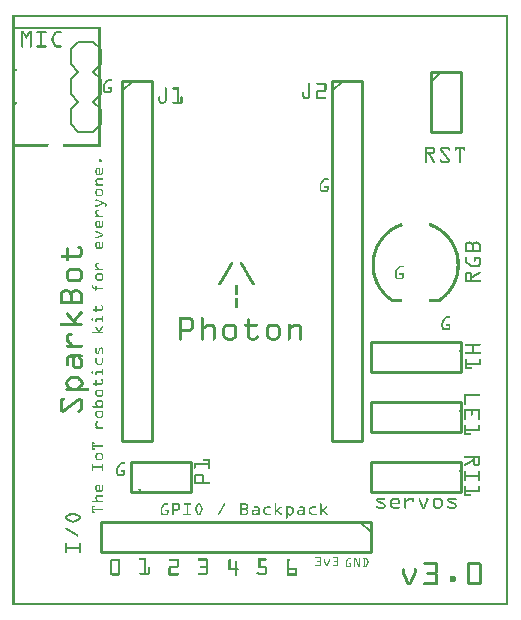
<source format=gto>
G04 MADE WITH FRITZING*
G04 WWW.FRITZING.ORG*
G04 DOUBLE SIDED*
G04 HOLES PLATED*
G04 CONTOUR ON CENTER OF CONTOUR VECTOR*
%ASAXBY*%
%FSLAX23Y23*%
%MOIN*%
%OFA0B0*%
%SFA1.0B1.0*%
%ADD10C,0.008000*%
%ADD11C,0.010000*%
%ADD12C,0.005000*%
%ADD13R,0.001000X0.001000*%
%LNSILK1*%
G90*
G70*
G54D10*
X219Y1780D02*
X194Y1805D01*
D02*
X194Y1805D02*
X194Y1855D01*
D02*
X194Y1855D02*
X219Y1880D01*
D02*
X269Y1880D02*
X294Y1855D01*
D02*
X294Y1855D02*
X294Y1805D01*
D02*
X294Y1805D02*
X269Y1780D01*
D02*
X194Y1605D02*
X194Y1655D01*
D02*
X194Y1655D02*
X219Y1680D01*
D02*
X269Y1680D02*
X294Y1655D01*
D02*
X219Y1680D02*
X194Y1705D01*
D02*
X194Y1705D02*
X194Y1755D01*
D02*
X194Y1755D02*
X219Y1780D01*
D02*
X269Y1780D02*
X294Y1755D01*
D02*
X294Y1755D02*
X294Y1705D01*
D02*
X294Y1705D02*
X269Y1680D01*
D02*
X219Y1580D02*
X269Y1580D01*
D02*
X194Y1605D02*
X219Y1580D01*
D02*
X269Y1580D02*
X294Y1605D01*
D02*
X294Y1655D02*
X294Y1605D01*
D02*
X219Y1880D02*
X269Y1880D01*
G54D11*
D02*
X366Y1749D02*
X366Y549D01*
D02*
X366Y549D02*
X466Y549D01*
D02*
X466Y549D02*
X466Y1749D01*
D02*
X466Y1749D02*
X366Y1749D01*
G54D12*
D02*
X366Y1714D02*
X401Y1749D01*
G54D11*
D02*
X1066Y1749D02*
X1066Y549D01*
D02*
X1066Y549D02*
X1166Y549D01*
D02*
X1166Y549D02*
X1166Y1749D01*
D02*
X1166Y1749D02*
X1066Y1749D01*
G54D12*
D02*
X1066Y1714D02*
X1101Y1749D01*
G54D11*
D02*
X394Y380D02*
X594Y380D01*
D02*
X594Y380D02*
X594Y480D01*
D02*
X594Y480D02*
X394Y480D01*
D02*
X394Y480D02*
X394Y380D01*
D02*
X1194Y280D02*
X294Y280D01*
D02*
X294Y280D02*
X294Y180D01*
D02*
X294Y180D02*
X1194Y180D01*
D02*
X1194Y180D02*
X1194Y280D01*
G54D12*
D02*
X1159Y280D02*
X1194Y245D01*
G54D11*
D02*
X1494Y480D02*
X1194Y480D01*
D02*
X1194Y480D02*
X1194Y380D01*
D02*
X1194Y380D02*
X1494Y380D01*
D02*
X1494Y380D02*
X1494Y480D01*
D02*
X1494Y680D02*
X1194Y680D01*
D02*
X1194Y680D02*
X1194Y580D01*
D02*
X1194Y580D02*
X1494Y580D01*
D02*
X1494Y580D02*
X1494Y680D01*
D02*
X1494Y880D02*
X1194Y880D01*
D02*
X1194Y880D02*
X1194Y780D01*
D02*
X1194Y780D02*
X1494Y780D01*
D02*
X1494Y780D02*
X1494Y880D01*
D02*
X1394Y1780D02*
X1394Y1580D01*
D02*
X1394Y1580D02*
X1494Y1580D01*
D02*
X1494Y1580D02*
X1494Y1780D01*
D02*
X1494Y1780D02*
X1394Y1780D01*
G54D12*
D02*
X1394Y1745D02*
X1429Y1780D01*
G54D13*
X0Y1969D02*
X1652Y1969D01*
X0Y1968D02*
X1652Y1968D01*
X0Y1967D02*
X1652Y1967D01*
X0Y1966D02*
X1652Y1966D01*
X0Y1965D02*
X1652Y1965D01*
X0Y1964D02*
X1652Y1964D01*
X0Y1963D02*
X1652Y1963D01*
X0Y1962D02*
X1652Y1962D01*
X0Y1961D02*
X7Y1961D01*
X1645Y1961D02*
X1652Y1961D01*
X0Y1960D02*
X7Y1960D01*
X1645Y1960D02*
X1652Y1960D01*
X0Y1959D02*
X7Y1959D01*
X1645Y1959D02*
X1652Y1959D01*
X0Y1958D02*
X7Y1958D01*
X1645Y1958D02*
X1652Y1958D01*
X0Y1957D02*
X7Y1957D01*
X1645Y1957D02*
X1652Y1957D01*
X0Y1956D02*
X7Y1956D01*
X1645Y1956D02*
X1652Y1956D01*
X0Y1955D02*
X7Y1955D01*
X1645Y1955D02*
X1652Y1955D01*
X0Y1954D02*
X7Y1954D01*
X1645Y1954D02*
X1652Y1954D01*
X0Y1953D02*
X7Y1953D01*
X1645Y1953D02*
X1652Y1953D01*
X0Y1952D02*
X7Y1952D01*
X1645Y1952D02*
X1652Y1952D01*
X0Y1951D02*
X7Y1951D01*
X1645Y1951D02*
X1652Y1951D01*
X0Y1950D02*
X7Y1950D01*
X1645Y1950D02*
X1652Y1950D01*
X0Y1949D02*
X7Y1949D01*
X1645Y1949D02*
X1652Y1949D01*
X0Y1948D02*
X7Y1948D01*
X1645Y1948D02*
X1652Y1948D01*
X0Y1947D02*
X7Y1947D01*
X1645Y1947D02*
X1652Y1947D01*
X0Y1946D02*
X7Y1946D01*
X1645Y1946D02*
X1652Y1946D01*
X0Y1945D02*
X7Y1945D01*
X1645Y1945D02*
X1652Y1945D01*
X0Y1944D02*
X7Y1944D01*
X1645Y1944D02*
X1652Y1944D01*
X0Y1943D02*
X7Y1943D01*
X1645Y1943D02*
X1652Y1943D01*
X0Y1942D02*
X7Y1942D01*
X1645Y1942D02*
X1652Y1942D01*
X0Y1941D02*
X7Y1941D01*
X1645Y1941D02*
X1652Y1941D01*
X0Y1940D02*
X7Y1940D01*
X1645Y1940D02*
X1652Y1940D01*
X0Y1939D02*
X7Y1939D01*
X1645Y1939D02*
X1652Y1939D01*
X0Y1938D02*
X7Y1938D01*
X1645Y1938D02*
X1652Y1938D01*
X0Y1937D02*
X7Y1937D01*
X1645Y1937D02*
X1652Y1937D01*
X0Y1936D02*
X7Y1936D01*
X1645Y1936D02*
X1652Y1936D01*
X0Y1935D02*
X7Y1935D01*
X1645Y1935D02*
X1652Y1935D01*
X0Y1934D02*
X7Y1934D01*
X1645Y1934D02*
X1652Y1934D01*
X0Y1933D02*
X7Y1933D01*
X1645Y1933D02*
X1652Y1933D01*
X0Y1932D02*
X7Y1932D01*
X1645Y1932D02*
X1652Y1932D01*
X0Y1931D02*
X7Y1931D01*
X1645Y1931D02*
X1652Y1931D01*
X0Y1930D02*
X293Y1930D01*
X1645Y1930D02*
X1652Y1930D01*
X0Y1929D02*
X293Y1929D01*
X1645Y1929D02*
X1652Y1929D01*
X0Y1928D02*
X293Y1928D01*
X1645Y1928D02*
X1652Y1928D01*
X0Y1927D02*
X293Y1927D01*
X1645Y1927D02*
X1652Y1927D01*
X0Y1926D02*
X293Y1926D01*
X1645Y1926D02*
X1652Y1926D01*
X0Y1925D02*
X293Y1925D01*
X1645Y1925D02*
X1652Y1925D01*
X0Y1924D02*
X293Y1924D01*
X1645Y1924D02*
X1652Y1924D01*
X0Y1923D02*
X293Y1923D01*
X1645Y1923D02*
X1652Y1923D01*
X0Y1922D02*
X7Y1922D01*
X286Y1922D02*
X293Y1922D01*
X1645Y1922D02*
X1652Y1922D01*
X0Y1921D02*
X7Y1921D01*
X286Y1921D02*
X293Y1921D01*
X1645Y1921D02*
X1652Y1921D01*
X0Y1920D02*
X7Y1920D01*
X286Y1920D02*
X293Y1920D01*
X1645Y1920D02*
X1652Y1920D01*
X0Y1919D02*
X7Y1919D01*
X286Y1919D02*
X293Y1919D01*
X1645Y1919D02*
X1652Y1919D01*
X0Y1918D02*
X7Y1918D01*
X286Y1918D02*
X293Y1918D01*
X1645Y1918D02*
X1652Y1918D01*
X0Y1917D02*
X7Y1917D01*
X286Y1917D02*
X293Y1917D01*
X1645Y1917D02*
X1652Y1917D01*
X0Y1916D02*
X7Y1916D01*
X286Y1916D02*
X293Y1916D01*
X1645Y1916D02*
X1652Y1916D01*
X0Y1915D02*
X7Y1915D01*
X286Y1915D02*
X293Y1915D01*
X1645Y1915D02*
X1652Y1915D01*
X0Y1914D02*
X7Y1914D01*
X29Y1914D02*
X37Y1914D01*
X55Y1914D02*
X63Y1914D01*
X81Y1914D02*
X111Y1914D01*
X144Y1914D02*
X161Y1914D01*
X286Y1914D02*
X293Y1914D01*
X1645Y1914D02*
X1652Y1914D01*
X0Y1913D02*
X7Y1913D01*
X29Y1913D02*
X38Y1913D01*
X54Y1913D02*
X63Y1913D01*
X80Y1913D02*
X112Y1913D01*
X142Y1913D02*
X162Y1913D01*
X286Y1913D02*
X293Y1913D01*
X1645Y1913D02*
X1652Y1913D01*
X0Y1912D02*
X7Y1912D01*
X29Y1912D02*
X39Y1912D01*
X53Y1912D02*
X63Y1912D01*
X80Y1912D02*
X113Y1912D01*
X141Y1912D02*
X163Y1912D01*
X286Y1912D02*
X293Y1912D01*
X1645Y1912D02*
X1652Y1912D01*
X0Y1911D02*
X7Y1911D01*
X29Y1911D02*
X39Y1911D01*
X52Y1911D02*
X63Y1911D01*
X79Y1911D02*
X113Y1911D01*
X140Y1911D02*
X163Y1911D01*
X286Y1911D02*
X293Y1911D01*
X1645Y1911D02*
X1652Y1911D01*
X0Y1910D02*
X7Y1910D01*
X29Y1910D02*
X40Y1910D01*
X52Y1910D02*
X63Y1910D01*
X80Y1910D02*
X113Y1910D01*
X139Y1910D02*
X163Y1910D01*
X286Y1910D02*
X293Y1910D01*
X1645Y1910D02*
X1652Y1910D01*
X0Y1909D02*
X7Y1909D01*
X29Y1909D02*
X41Y1909D01*
X51Y1909D02*
X63Y1909D01*
X80Y1909D02*
X112Y1909D01*
X138Y1909D02*
X162Y1909D01*
X286Y1909D02*
X293Y1909D01*
X1645Y1909D02*
X1652Y1909D01*
X0Y1908D02*
X7Y1908D01*
X29Y1908D02*
X42Y1908D01*
X50Y1908D02*
X63Y1908D01*
X81Y1908D02*
X111Y1908D01*
X138Y1908D02*
X161Y1908D01*
X286Y1908D02*
X293Y1908D01*
X1645Y1908D02*
X1652Y1908D01*
X0Y1907D02*
X7Y1907D01*
X29Y1907D02*
X42Y1907D01*
X50Y1907D02*
X63Y1907D01*
X93Y1907D02*
X99Y1907D01*
X137Y1907D02*
X145Y1907D01*
X286Y1907D02*
X293Y1907D01*
X1645Y1907D02*
X1652Y1907D01*
X0Y1906D02*
X7Y1906D01*
X29Y1906D02*
X43Y1906D01*
X49Y1906D02*
X63Y1906D01*
X93Y1906D02*
X99Y1906D01*
X137Y1906D02*
X144Y1906D01*
X286Y1906D02*
X293Y1906D01*
X1645Y1906D02*
X1652Y1906D01*
X0Y1905D02*
X7Y1905D01*
X29Y1905D02*
X44Y1905D01*
X48Y1905D02*
X63Y1905D01*
X93Y1905D02*
X99Y1905D01*
X136Y1905D02*
X143Y1905D01*
X286Y1905D02*
X293Y1905D01*
X1645Y1905D02*
X1652Y1905D01*
X0Y1904D02*
X7Y1904D01*
X29Y1904D02*
X35Y1904D01*
X37Y1904D02*
X44Y1904D01*
X48Y1904D02*
X55Y1904D01*
X57Y1904D02*
X63Y1904D01*
X93Y1904D02*
X99Y1904D01*
X136Y1904D02*
X143Y1904D01*
X286Y1904D02*
X293Y1904D01*
X1645Y1904D02*
X1652Y1904D01*
X0Y1903D02*
X7Y1903D01*
X29Y1903D02*
X35Y1903D01*
X37Y1903D02*
X45Y1903D01*
X47Y1903D02*
X54Y1903D01*
X57Y1903D02*
X63Y1903D01*
X93Y1903D02*
X99Y1903D01*
X135Y1903D02*
X142Y1903D01*
X286Y1903D02*
X293Y1903D01*
X1645Y1903D02*
X1652Y1903D01*
X0Y1902D02*
X7Y1902D01*
X29Y1902D02*
X35Y1902D01*
X38Y1902D02*
X54Y1902D01*
X57Y1902D02*
X63Y1902D01*
X93Y1902D02*
X99Y1902D01*
X135Y1902D02*
X142Y1902D01*
X286Y1902D02*
X293Y1902D01*
X1645Y1902D02*
X1652Y1902D01*
X0Y1901D02*
X7Y1901D01*
X29Y1901D02*
X35Y1901D01*
X39Y1901D02*
X53Y1901D01*
X57Y1901D02*
X63Y1901D01*
X93Y1901D02*
X99Y1901D01*
X134Y1901D02*
X141Y1901D01*
X286Y1901D02*
X293Y1901D01*
X1645Y1901D02*
X1652Y1901D01*
X0Y1900D02*
X7Y1900D01*
X29Y1900D02*
X35Y1900D01*
X40Y1900D02*
X52Y1900D01*
X57Y1900D02*
X63Y1900D01*
X93Y1900D02*
X99Y1900D01*
X134Y1900D02*
X141Y1900D01*
X286Y1900D02*
X293Y1900D01*
X1645Y1900D02*
X1652Y1900D01*
X0Y1899D02*
X7Y1899D01*
X29Y1899D02*
X35Y1899D01*
X40Y1899D02*
X52Y1899D01*
X57Y1899D02*
X63Y1899D01*
X93Y1899D02*
X99Y1899D01*
X133Y1899D02*
X140Y1899D01*
X286Y1899D02*
X293Y1899D01*
X1645Y1899D02*
X1652Y1899D01*
X0Y1898D02*
X7Y1898D01*
X29Y1898D02*
X35Y1898D01*
X41Y1898D02*
X51Y1898D01*
X57Y1898D02*
X63Y1898D01*
X93Y1898D02*
X99Y1898D01*
X133Y1898D02*
X140Y1898D01*
X286Y1898D02*
X293Y1898D01*
X1645Y1898D02*
X1652Y1898D01*
X0Y1897D02*
X7Y1897D01*
X29Y1897D02*
X35Y1897D01*
X42Y1897D02*
X50Y1897D01*
X57Y1897D02*
X63Y1897D01*
X93Y1897D02*
X99Y1897D01*
X132Y1897D02*
X139Y1897D01*
X286Y1897D02*
X293Y1897D01*
X1645Y1897D02*
X1652Y1897D01*
X0Y1896D02*
X7Y1896D01*
X29Y1896D02*
X35Y1896D01*
X42Y1896D02*
X49Y1896D01*
X57Y1896D02*
X63Y1896D01*
X93Y1896D02*
X99Y1896D01*
X132Y1896D02*
X139Y1896D01*
X286Y1896D02*
X293Y1896D01*
X1645Y1896D02*
X1652Y1896D01*
X0Y1895D02*
X7Y1895D01*
X29Y1895D02*
X35Y1895D01*
X43Y1895D02*
X49Y1895D01*
X57Y1895D02*
X63Y1895D01*
X93Y1895D02*
X99Y1895D01*
X131Y1895D02*
X138Y1895D01*
X286Y1895D02*
X293Y1895D01*
X1645Y1895D02*
X1652Y1895D01*
X0Y1894D02*
X7Y1894D01*
X29Y1894D02*
X35Y1894D01*
X43Y1894D02*
X49Y1894D01*
X57Y1894D02*
X63Y1894D01*
X93Y1894D02*
X99Y1894D01*
X131Y1894D02*
X138Y1894D01*
X286Y1894D02*
X293Y1894D01*
X1645Y1894D02*
X1652Y1894D01*
X0Y1893D02*
X7Y1893D01*
X29Y1893D02*
X35Y1893D01*
X43Y1893D02*
X49Y1893D01*
X57Y1893D02*
X63Y1893D01*
X93Y1893D02*
X99Y1893D01*
X131Y1893D02*
X137Y1893D01*
X286Y1893D02*
X293Y1893D01*
X1645Y1893D02*
X1652Y1893D01*
X0Y1892D02*
X7Y1892D01*
X29Y1892D02*
X35Y1892D01*
X43Y1892D02*
X49Y1892D01*
X57Y1892D02*
X63Y1892D01*
X93Y1892D02*
X99Y1892D01*
X130Y1892D02*
X137Y1892D01*
X286Y1892D02*
X293Y1892D01*
X1645Y1892D02*
X1652Y1892D01*
X0Y1891D02*
X7Y1891D01*
X29Y1891D02*
X35Y1891D01*
X44Y1891D02*
X48Y1891D01*
X57Y1891D02*
X63Y1891D01*
X93Y1891D02*
X99Y1891D01*
X130Y1891D02*
X136Y1891D01*
X286Y1891D02*
X293Y1891D01*
X1645Y1891D02*
X1652Y1891D01*
X0Y1890D02*
X7Y1890D01*
X29Y1890D02*
X35Y1890D01*
X46Y1890D02*
X46Y1890D01*
X57Y1890D02*
X63Y1890D01*
X93Y1890D02*
X99Y1890D01*
X130Y1890D02*
X136Y1890D01*
X286Y1890D02*
X293Y1890D01*
X1645Y1890D02*
X1652Y1890D01*
X0Y1889D02*
X7Y1889D01*
X29Y1889D02*
X35Y1889D01*
X57Y1889D02*
X63Y1889D01*
X93Y1889D02*
X99Y1889D01*
X130Y1889D02*
X136Y1889D01*
X286Y1889D02*
X293Y1889D01*
X1645Y1889D02*
X1652Y1889D01*
X0Y1888D02*
X7Y1888D01*
X29Y1888D02*
X35Y1888D01*
X57Y1888D02*
X63Y1888D01*
X93Y1888D02*
X99Y1888D01*
X130Y1888D02*
X136Y1888D01*
X286Y1888D02*
X293Y1888D01*
X1645Y1888D02*
X1652Y1888D01*
X0Y1887D02*
X7Y1887D01*
X29Y1887D02*
X35Y1887D01*
X57Y1887D02*
X63Y1887D01*
X93Y1887D02*
X99Y1887D01*
X130Y1887D02*
X136Y1887D01*
X286Y1887D02*
X293Y1887D01*
X1645Y1887D02*
X1652Y1887D01*
X0Y1886D02*
X7Y1886D01*
X29Y1886D02*
X35Y1886D01*
X57Y1886D02*
X63Y1886D01*
X93Y1886D02*
X99Y1886D01*
X130Y1886D02*
X136Y1886D01*
X286Y1886D02*
X293Y1886D01*
X1645Y1886D02*
X1652Y1886D01*
X0Y1885D02*
X7Y1885D01*
X29Y1885D02*
X35Y1885D01*
X57Y1885D02*
X63Y1885D01*
X93Y1885D02*
X99Y1885D01*
X130Y1885D02*
X136Y1885D01*
X286Y1885D02*
X293Y1885D01*
X1645Y1885D02*
X1652Y1885D01*
X0Y1884D02*
X7Y1884D01*
X29Y1884D02*
X35Y1884D01*
X57Y1884D02*
X63Y1884D01*
X93Y1884D02*
X99Y1884D01*
X130Y1884D02*
X136Y1884D01*
X286Y1884D02*
X293Y1884D01*
X1645Y1884D02*
X1652Y1884D01*
X0Y1883D02*
X7Y1883D01*
X29Y1883D02*
X35Y1883D01*
X57Y1883D02*
X63Y1883D01*
X93Y1883D02*
X99Y1883D01*
X130Y1883D02*
X137Y1883D01*
X286Y1883D02*
X293Y1883D01*
X1645Y1883D02*
X1652Y1883D01*
X0Y1882D02*
X7Y1882D01*
X29Y1882D02*
X35Y1882D01*
X57Y1882D02*
X63Y1882D01*
X93Y1882D02*
X99Y1882D01*
X131Y1882D02*
X137Y1882D01*
X286Y1882D02*
X293Y1882D01*
X1645Y1882D02*
X1652Y1882D01*
X0Y1881D02*
X7Y1881D01*
X29Y1881D02*
X35Y1881D01*
X57Y1881D02*
X63Y1881D01*
X93Y1881D02*
X99Y1881D01*
X131Y1881D02*
X138Y1881D01*
X286Y1881D02*
X293Y1881D01*
X1645Y1881D02*
X1652Y1881D01*
X0Y1880D02*
X7Y1880D01*
X29Y1880D02*
X35Y1880D01*
X57Y1880D02*
X63Y1880D01*
X93Y1880D02*
X99Y1880D01*
X131Y1880D02*
X138Y1880D01*
X286Y1880D02*
X293Y1880D01*
X1645Y1880D02*
X1652Y1880D01*
X0Y1879D02*
X7Y1879D01*
X29Y1879D02*
X35Y1879D01*
X57Y1879D02*
X63Y1879D01*
X93Y1879D02*
X99Y1879D01*
X132Y1879D02*
X139Y1879D01*
X286Y1879D02*
X293Y1879D01*
X1645Y1879D02*
X1652Y1879D01*
X0Y1878D02*
X7Y1878D01*
X29Y1878D02*
X35Y1878D01*
X57Y1878D02*
X63Y1878D01*
X93Y1878D02*
X99Y1878D01*
X132Y1878D02*
X139Y1878D01*
X286Y1878D02*
X293Y1878D01*
X1645Y1878D02*
X1652Y1878D01*
X0Y1877D02*
X7Y1877D01*
X29Y1877D02*
X35Y1877D01*
X57Y1877D02*
X63Y1877D01*
X93Y1877D02*
X99Y1877D01*
X133Y1877D02*
X140Y1877D01*
X286Y1877D02*
X293Y1877D01*
X1645Y1877D02*
X1652Y1877D01*
X0Y1876D02*
X7Y1876D01*
X29Y1876D02*
X35Y1876D01*
X57Y1876D02*
X63Y1876D01*
X93Y1876D02*
X99Y1876D01*
X133Y1876D02*
X140Y1876D01*
X286Y1876D02*
X293Y1876D01*
X1645Y1876D02*
X1652Y1876D01*
X0Y1875D02*
X7Y1875D01*
X29Y1875D02*
X35Y1875D01*
X57Y1875D02*
X63Y1875D01*
X93Y1875D02*
X99Y1875D01*
X134Y1875D02*
X141Y1875D01*
X286Y1875D02*
X293Y1875D01*
X1645Y1875D02*
X1652Y1875D01*
X0Y1874D02*
X7Y1874D01*
X29Y1874D02*
X35Y1874D01*
X57Y1874D02*
X63Y1874D01*
X93Y1874D02*
X99Y1874D01*
X134Y1874D02*
X141Y1874D01*
X286Y1874D02*
X293Y1874D01*
X1645Y1874D02*
X1652Y1874D01*
X0Y1873D02*
X7Y1873D01*
X29Y1873D02*
X35Y1873D01*
X57Y1873D02*
X63Y1873D01*
X93Y1873D02*
X99Y1873D01*
X135Y1873D02*
X142Y1873D01*
X286Y1873D02*
X293Y1873D01*
X1645Y1873D02*
X1652Y1873D01*
X0Y1872D02*
X7Y1872D01*
X29Y1872D02*
X35Y1872D01*
X57Y1872D02*
X63Y1872D01*
X93Y1872D02*
X99Y1872D01*
X135Y1872D02*
X142Y1872D01*
X286Y1872D02*
X293Y1872D01*
X1645Y1872D02*
X1652Y1872D01*
X0Y1871D02*
X7Y1871D01*
X29Y1871D02*
X35Y1871D01*
X57Y1871D02*
X63Y1871D01*
X93Y1871D02*
X99Y1871D01*
X136Y1871D02*
X143Y1871D01*
X286Y1871D02*
X293Y1871D01*
X1645Y1871D02*
X1652Y1871D01*
X0Y1870D02*
X7Y1870D01*
X29Y1870D02*
X35Y1870D01*
X57Y1870D02*
X63Y1870D01*
X93Y1870D02*
X99Y1870D01*
X136Y1870D02*
X143Y1870D01*
X286Y1870D02*
X293Y1870D01*
X1645Y1870D02*
X1652Y1870D01*
X0Y1869D02*
X7Y1869D01*
X29Y1869D02*
X35Y1869D01*
X57Y1869D02*
X63Y1869D01*
X93Y1869D02*
X99Y1869D01*
X137Y1869D02*
X144Y1869D01*
X286Y1869D02*
X293Y1869D01*
X1645Y1869D02*
X1652Y1869D01*
X0Y1868D02*
X7Y1868D01*
X29Y1868D02*
X35Y1868D01*
X57Y1868D02*
X63Y1868D01*
X93Y1868D02*
X99Y1868D01*
X137Y1868D02*
X145Y1868D01*
X286Y1868D02*
X293Y1868D01*
X1645Y1868D02*
X1652Y1868D01*
X0Y1867D02*
X7Y1867D01*
X29Y1867D02*
X35Y1867D01*
X57Y1867D02*
X63Y1867D01*
X81Y1867D02*
X111Y1867D01*
X138Y1867D02*
X161Y1867D01*
X286Y1867D02*
X293Y1867D01*
X1645Y1867D02*
X1652Y1867D01*
X0Y1866D02*
X7Y1866D01*
X29Y1866D02*
X35Y1866D01*
X57Y1866D02*
X63Y1866D01*
X80Y1866D02*
X112Y1866D01*
X139Y1866D02*
X162Y1866D01*
X286Y1866D02*
X293Y1866D01*
X1645Y1866D02*
X1652Y1866D01*
X0Y1865D02*
X7Y1865D01*
X29Y1865D02*
X35Y1865D01*
X57Y1865D02*
X63Y1865D01*
X80Y1865D02*
X113Y1865D01*
X139Y1865D02*
X163Y1865D01*
X286Y1865D02*
X293Y1865D01*
X1645Y1865D02*
X1652Y1865D01*
X0Y1864D02*
X7Y1864D01*
X29Y1864D02*
X35Y1864D01*
X57Y1864D02*
X63Y1864D01*
X79Y1864D02*
X113Y1864D01*
X140Y1864D02*
X163Y1864D01*
X286Y1864D02*
X293Y1864D01*
X1645Y1864D02*
X1652Y1864D01*
X0Y1863D02*
X7Y1863D01*
X29Y1863D02*
X35Y1863D01*
X57Y1863D02*
X63Y1863D01*
X80Y1863D02*
X113Y1863D01*
X141Y1863D02*
X163Y1863D01*
X286Y1863D02*
X293Y1863D01*
X1645Y1863D02*
X1652Y1863D01*
X0Y1862D02*
X7Y1862D01*
X30Y1862D02*
X35Y1862D01*
X57Y1862D02*
X62Y1862D01*
X80Y1862D02*
X112Y1862D01*
X142Y1862D02*
X162Y1862D01*
X286Y1862D02*
X293Y1862D01*
X1645Y1862D02*
X1652Y1862D01*
X0Y1861D02*
X7Y1861D01*
X31Y1861D02*
X33Y1861D01*
X58Y1861D02*
X61Y1861D01*
X81Y1861D02*
X111Y1861D01*
X144Y1861D02*
X161Y1861D01*
X286Y1861D02*
X293Y1861D01*
X1645Y1861D02*
X1652Y1861D01*
X0Y1860D02*
X7Y1860D01*
X286Y1860D02*
X293Y1860D01*
X1645Y1860D02*
X1652Y1860D01*
X0Y1859D02*
X7Y1859D01*
X286Y1859D02*
X293Y1859D01*
X1645Y1859D02*
X1652Y1859D01*
X0Y1858D02*
X7Y1858D01*
X286Y1858D02*
X293Y1858D01*
X1645Y1858D02*
X1652Y1858D01*
X0Y1857D02*
X7Y1857D01*
X286Y1857D02*
X293Y1857D01*
X1645Y1857D02*
X1652Y1857D01*
X0Y1856D02*
X7Y1856D01*
X286Y1856D02*
X293Y1856D01*
X1645Y1856D02*
X1652Y1856D01*
X0Y1855D02*
X7Y1855D01*
X286Y1855D02*
X293Y1855D01*
X1645Y1855D02*
X1652Y1855D01*
X0Y1854D02*
X7Y1854D01*
X286Y1854D02*
X293Y1854D01*
X1645Y1854D02*
X1652Y1854D01*
X0Y1853D02*
X7Y1853D01*
X286Y1853D02*
X293Y1853D01*
X1645Y1853D02*
X1652Y1853D01*
X0Y1852D02*
X7Y1852D01*
X286Y1852D02*
X293Y1852D01*
X1645Y1852D02*
X1652Y1852D01*
X0Y1851D02*
X7Y1851D01*
X286Y1851D02*
X293Y1851D01*
X1645Y1851D02*
X1652Y1851D01*
X0Y1850D02*
X7Y1850D01*
X286Y1850D02*
X293Y1850D01*
X1645Y1850D02*
X1652Y1850D01*
X0Y1849D02*
X7Y1849D01*
X286Y1849D02*
X293Y1849D01*
X1645Y1849D02*
X1652Y1849D01*
X0Y1848D02*
X7Y1848D01*
X286Y1848D02*
X293Y1848D01*
X1645Y1848D02*
X1652Y1848D01*
X0Y1847D02*
X7Y1847D01*
X286Y1847D02*
X293Y1847D01*
X1645Y1847D02*
X1652Y1847D01*
X0Y1846D02*
X7Y1846D01*
X286Y1846D02*
X293Y1846D01*
X1645Y1846D02*
X1652Y1846D01*
X0Y1845D02*
X7Y1845D01*
X286Y1845D02*
X293Y1845D01*
X1645Y1845D02*
X1652Y1845D01*
X0Y1844D02*
X7Y1844D01*
X286Y1844D02*
X293Y1844D01*
X1645Y1844D02*
X1652Y1844D01*
X0Y1843D02*
X7Y1843D01*
X286Y1843D02*
X293Y1843D01*
X1645Y1843D02*
X1652Y1843D01*
X0Y1842D02*
X7Y1842D01*
X286Y1842D02*
X293Y1842D01*
X1645Y1842D02*
X1652Y1842D01*
X0Y1841D02*
X7Y1841D01*
X286Y1841D02*
X293Y1841D01*
X1645Y1841D02*
X1652Y1841D01*
X0Y1840D02*
X7Y1840D01*
X286Y1840D02*
X293Y1840D01*
X1645Y1840D02*
X1652Y1840D01*
X0Y1839D02*
X7Y1839D01*
X286Y1839D02*
X293Y1839D01*
X1645Y1839D02*
X1652Y1839D01*
X0Y1838D02*
X7Y1838D01*
X286Y1838D02*
X293Y1838D01*
X1645Y1838D02*
X1652Y1838D01*
X0Y1837D02*
X7Y1837D01*
X286Y1837D02*
X293Y1837D01*
X1645Y1837D02*
X1652Y1837D01*
X0Y1836D02*
X7Y1836D01*
X286Y1836D02*
X293Y1836D01*
X1645Y1836D02*
X1652Y1836D01*
X0Y1835D02*
X7Y1835D01*
X286Y1835D02*
X293Y1835D01*
X1645Y1835D02*
X1652Y1835D01*
X0Y1834D02*
X7Y1834D01*
X286Y1834D02*
X293Y1834D01*
X1645Y1834D02*
X1652Y1834D01*
X0Y1833D02*
X7Y1833D01*
X286Y1833D02*
X293Y1833D01*
X1645Y1833D02*
X1652Y1833D01*
X0Y1832D02*
X7Y1832D01*
X286Y1832D02*
X293Y1832D01*
X1645Y1832D02*
X1652Y1832D01*
X0Y1831D02*
X7Y1831D01*
X286Y1831D02*
X293Y1831D01*
X1645Y1831D02*
X1652Y1831D01*
X0Y1830D02*
X7Y1830D01*
X286Y1830D02*
X293Y1830D01*
X1645Y1830D02*
X1652Y1830D01*
X0Y1829D02*
X7Y1829D01*
X286Y1829D02*
X293Y1829D01*
X1645Y1829D02*
X1652Y1829D01*
X0Y1828D02*
X7Y1828D01*
X286Y1828D02*
X293Y1828D01*
X1645Y1828D02*
X1652Y1828D01*
X0Y1827D02*
X7Y1827D01*
X286Y1827D02*
X293Y1827D01*
X1645Y1827D02*
X1652Y1827D01*
X0Y1826D02*
X7Y1826D01*
X286Y1826D02*
X293Y1826D01*
X1645Y1826D02*
X1652Y1826D01*
X0Y1825D02*
X7Y1825D01*
X286Y1825D02*
X293Y1825D01*
X1645Y1825D02*
X1652Y1825D01*
X0Y1824D02*
X7Y1824D01*
X286Y1824D02*
X293Y1824D01*
X1645Y1824D02*
X1652Y1824D01*
X0Y1823D02*
X7Y1823D01*
X286Y1823D02*
X293Y1823D01*
X1645Y1823D02*
X1652Y1823D01*
X0Y1822D02*
X7Y1822D01*
X286Y1822D02*
X293Y1822D01*
X1645Y1822D02*
X1652Y1822D01*
X0Y1821D02*
X7Y1821D01*
X286Y1821D02*
X293Y1821D01*
X1645Y1821D02*
X1652Y1821D01*
X0Y1820D02*
X7Y1820D01*
X286Y1820D02*
X293Y1820D01*
X1645Y1820D02*
X1652Y1820D01*
X0Y1819D02*
X7Y1819D01*
X286Y1819D02*
X293Y1819D01*
X1645Y1819D02*
X1652Y1819D01*
X0Y1818D02*
X7Y1818D01*
X286Y1818D02*
X293Y1818D01*
X1645Y1818D02*
X1652Y1818D01*
X0Y1817D02*
X7Y1817D01*
X286Y1817D02*
X293Y1817D01*
X1645Y1817D02*
X1652Y1817D01*
X0Y1816D02*
X7Y1816D01*
X286Y1816D02*
X293Y1816D01*
X1645Y1816D02*
X1652Y1816D01*
X0Y1815D02*
X7Y1815D01*
X286Y1815D02*
X293Y1815D01*
X1645Y1815D02*
X1652Y1815D01*
X0Y1814D02*
X7Y1814D01*
X286Y1814D02*
X293Y1814D01*
X1645Y1814D02*
X1652Y1814D01*
X0Y1813D02*
X7Y1813D01*
X286Y1813D02*
X293Y1813D01*
X1645Y1813D02*
X1652Y1813D01*
X0Y1812D02*
X7Y1812D01*
X286Y1812D02*
X293Y1812D01*
X1645Y1812D02*
X1652Y1812D01*
X0Y1811D02*
X7Y1811D01*
X286Y1811D02*
X293Y1811D01*
X1645Y1811D02*
X1652Y1811D01*
X0Y1810D02*
X7Y1810D01*
X286Y1810D02*
X293Y1810D01*
X1645Y1810D02*
X1652Y1810D01*
X0Y1809D02*
X7Y1809D01*
X286Y1809D02*
X293Y1809D01*
X1645Y1809D02*
X1652Y1809D01*
X0Y1808D02*
X7Y1808D01*
X286Y1808D02*
X293Y1808D01*
X1645Y1808D02*
X1652Y1808D01*
X0Y1807D02*
X7Y1807D01*
X286Y1807D02*
X293Y1807D01*
X1645Y1807D02*
X1652Y1807D01*
X0Y1806D02*
X7Y1806D01*
X286Y1806D02*
X293Y1806D01*
X1645Y1806D02*
X1652Y1806D01*
X0Y1805D02*
X7Y1805D01*
X286Y1805D02*
X293Y1805D01*
X1645Y1805D02*
X1652Y1805D01*
X0Y1804D02*
X7Y1804D01*
X286Y1804D02*
X293Y1804D01*
X1645Y1804D02*
X1652Y1804D01*
X0Y1803D02*
X7Y1803D01*
X286Y1803D02*
X293Y1803D01*
X1645Y1803D02*
X1652Y1803D01*
X0Y1802D02*
X7Y1802D01*
X286Y1802D02*
X293Y1802D01*
X1645Y1802D02*
X1652Y1802D01*
X0Y1801D02*
X7Y1801D01*
X286Y1801D02*
X293Y1801D01*
X1645Y1801D02*
X1652Y1801D01*
X0Y1800D02*
X7Y1800D01*
X286Y1800D02*
X293Y1800D01*
X1645Y1800D02*
X1652Y1800D01*
X0Y1799D02*
X7Y1799D01*
X286Y1799D02*
X293Y1799D01*
X1645Y1799D02*
X1652Y1799D01*
X0Y1798D02*
X7Y1798D01*
X286Y1798D02*
X293Y1798D01*
X1645Y1798D02*
X1652Y1798D01*
X0Y1797D02*
X7Y1797D01*
X286Y1797D02*
X293Y1797D01*
X1645Y1797D02*
X1652Y1797D01*
X0Y1796D02*
X7Y1796D01*
X286Y1796D02*
X293Y1796D01*
X1645Y1796D02*
X1652Y1796D01*
X0Y1795D02*
X7Y1795D01*
X286Y1795D02*
X293Y1795D01*
X1645Y1795D02*
X1652Y1795D01*
X0Y1794D02*
X7Y1794D01*
X286Y1794D02*
X293Y1794D01*
X1645Y1794D02*
X1652Y1794D01*
X0Y1793D02*
X7Y1793D01*
X286Y1793D02*
X293Y1793D01*
X1645Y1793D02*
X1652Y1793D01*
X0Y1792D02*
X7Y1792D01*
X286Y1792D02*
X293Y1792D01*
X1645Y1792D02*
X1652Y1792D01*
X0Y1791D02*
X7Y1791D01*
X286Y1791D02*
X293Y1791D01*
X1645Y1791D02*
X1652Y1791D01*
X0Y1790D02*
X13Y1790D01*
X286Y1790D02*
X293Y1790D01*
X1645Y1790D02*
X1652Y1790D01*
X0Y1789D02*
X14Y1789D01*
X286Y1789D02*
X293Y1789D01*
X1645Y1789D02*
X1652Y1789D01*
X0Y1788D02*
X14Y1788D01*
X286Y1788D02*
X293Y1788D01*
X1645Y1788D02*
X1652Y1788D01*
X0Y1787D02*
X14Y1787D01*
X286Y1787D02*
X293Y1787D01*
X1645Y1787D02*
X1652Y1787D01*
X0Y1786D02*
X14Y1786D01*
X286Y1786D02*
X293Y1786D01*
X1645Y1786D02*
X1652Y1786D01*
X0Y1785D02*
X14Y1785D01*
X286Y1785D02*
X293Y1785D01*
X1645Y1785D02*
X1652Y1785D01*
X0Y1784D02*
X13Y1784D01*
X286Y1784D02*
X293Y1784D01*
X1645Y1784D02*
X1652Y1784D01*
X0Y1783D02*
X12Y1783D01*
X286Y1783D02*
X293Y1783D01*
X1645Y1783D02*
X1652Y1783D01*
X0Y1782D02*
X7Y1782D01*
X286Y1782D02*
X293Y1782D01*
X1645Y1782D02*
X1652Y1782D01*
X0Y1781D02*
X7Y1781D01*
X286Y1781D02*
X293Y1781D01*
X1645Y1781D02*
X1652Y1781D01*
X0Y1780D02*
X7Y1780D01*
X286Y1780D02*
X293Y1780D01*
X1645Y1780D02*
X1652Y1780D01*
X0Y1779D02*
X7Y1779D01*
X286Y1779D02*
X293Y1779D01*
X1645Y1779D02*
X1652Y1779D01*
X0Y1778D02*
X7Y1778D01*
X286Y1778D02*
X293Y1778D01*
X1645Y1778D02*
X1652Y1778D01*
X0Y1777D02*
X7Y1777D01*
X286Y1777D02*
X293Y1777D01*
X1645Y1777D02*
X1652Y1777D01*
X0Y1776D02*
X7Y1776D01*
X286Y1776D02*
X293Y1776D01*
X1645Y1776D02*
X1652Y1776D01*
X0Y1775D02*
X7Y1775D01*
X286Y1775D02*
X293Y1775D01*
X1645Y1775D02*
X1652Y1775D01*
X0Y1774D02*
X7Y1774D01*
X286Y1774D02*
X293Y1774D01*
X1645Y1774D02*
X1652Y1774D01*
X0Y1773D02*
X7Y1773D01*
X286Y1773D02*
X293Y1773D01*
X1645Y1773D02*
X1652Y1773D01*
X0Y1772D02*
X7Y1772D01*
X286Y1772D02*
X293Y1772D01*
X1645Y1772D02*
X1652Y1772D01*
X0Y1771D02*
X7Y1771D01*
X286Y1771D02*
X293Y1771D01*
X1645Y1771D02*
X1652Y1771D01*
X0Y1770D02*
X7Y1770D01*
X286Y1770D02*
X293Y1770D01*
X1645Y1770D02*
X1652Y1770D01*
X0Y1769D02*
X7Y1769D01*
X286Y1769D02*
X293Y1769D01*
X1645Y1769D02*
X1652Y1769D01*
X0Y1768D02*
X7Y1768D01*
X286Y1768D02*
X293Y1768D01*
X1645Y1768D02*
X1652Y1768D01*
X0Y1767D02*
X7Y1767D01*
X286Y1767D02*
X293Y1767D01*
X1645Y1767D02*
X1652Y1767D01*
X0Y1766D02*
X7Y1766D01*
X286Y1766D02*
X293Y1766D01*
X1645Y1766D02*
X1652Y1766D01*
X0Y1765D02*
X7Y1765D01*
X286Y1765D02*
X293Y1765D01*
X1645Y1765D02*
X1652Y1765D01*
X0Y1764D02*
X7Y1764D01*
X286Y1764D02*
X293Y1764D01*
X1645Y1764D02*
X1652Y1764D01*
X0Y1763D02*
X7Y1763D01*
X286Y1763D02*
X293Y1763D01*
X1645Y1763D02*
X1652Y1763D01*
X0Y1762D02*
X7Y1762D01*
X286Y1762D02*
X293Y1762D01*
X1645Y1762D02*
X1652Y1762D01*
X0Y1761D02*
X7Y1761D01*
X286Y1761D02*
X293Y1761D01*
X1645Y1761D02*
X1652Y1761D01*
X0Y1760D02*
X7Y1760D01*
X286Y1760D02*
X293Y1760D01*
X1645Y1760D02*
X1652Y1760D01*
X0Y1759D02*
X7Y1759D01*
X286Y1759D02*
X293Y1759D01*
X1645Y1759D02*
X1652Y1759D01*
X0Y1758D02*
X7Y1758D01*
X286Y1758D02*
X293Y1758D01*
X1645Y1758D02*
X1652Y1758D01*
X0Y1757D02*
X7Y1757D01*
X286Y1757D02*
X293Y1757D01*
X1645Y1757D02*
X1652Y1757D01*
X0Y1756D02*
X7Y1756D01*
X286Y1756D02*
X293Y1756D01*
X1645Y1756D02*
X1652Y1756D01*
X0Y1755D02*
X7Y1755D01*
X286Y1755D02*
X293Y1755D01*
X1645Y1755D02*
X1652Y1755D01*
X0Y1754D02*
X7Y1754D01*
X286Y1754D02*
X293Y1754D01*
X317Y1754D02*
X330Y1754D01*
X1645Y1754D02*
X1652Y1754D01*
X0Y1753D02*
X7Y1753D01*
X286Y1753D02*
X293Y1753D01*
X315Y1753D02*
X331Y1753D01*
X1645Y1753D02*
X1652Y1753D01*
X0Y1752D02*
X7Y1752D01*
X286Y1752D02*
X293Y1752D01*
X314Y1752D02*
X331Y1752D01*
X1645Y1752D02*
X1652Y1752D01*
X0Y1751D02*
X7Y1751D01*
X286Y1751D02*
X293Y1751D01*
X313Y1751D02*
X331Y1751D01*
X1645Y1751D02*
X1652Y1751D01*
X0Y1750D02*
X7Y1750D01*
X286Y1750D02*
X293Y1750D01*
X312Y1750D02*
X331Y1750D01*
X1645Y1750D02*
X1652Y1750D01*
X0Y1749D02*
X7Y1749D01*
X286Y1749D02*
X293Y1749D01*
X312Y1749D02*
X330Y1749D01*
X1645Y1749D02*
X1652Y1749D01*
X0Y1748D02*
X7Y1748D01*
X286Y1748D02*
X293Y1748D01*
X311Y1748D02*
X318Y1748D01*
X1645Y1748D02*
X1652Y1748D01*
X0Y1747D02*
X7Y1747D01*
X286Y1747D02*
X293Y1747D01*
X310Y1747D02*
X317Y1747D01*
X1645Y1747D02*
X1652Y1747D01*
X0Y1746D02*
X7Y1746D01*
X286Y1746D02*
X293Y1746D01*
X309Y1746D02*
X316Y1746D01*
X1645Y1746D02*
X1652Y1746D01*
X0Y1745D02*
X7Y1745D01*
X286Y1745D02*
X293Y1745D01*
X309Y1745D02*
X315Y1745D01*
X1645Y1745D02*
X1652Y1745D01*
X0Y1744D02*
X7Y1744D01*
X286Y1744D02*
X293Y1744D01*
X308Y1744D02*
X314Y1744D01*
X1645Y1744D02*
X1652Y1744D01*
X0Y1743D02*
X7Y1743D01*
X286Y1743D02*
X293Y1743D01*
X307Y1743D02*
X314Y1743D01*
X989Y1743D02*
X990Y1743D01*
X1015Y1743D02*
X1040Y1743D01*
X1645Y1743D02*
X1652Y1743D01*
X0Y1742D02*
X7Y1742D01*
X286Y1742D02*
X293Y1742D01*
X306Y1742D02*
X313Y1742D01*
X987Y1742D02*
X991Y1742D01*
X1013Y1742D02*
X1043Y1742D01*
X1645Y1742D02*
X1652Y1742D01*
X0Y1741D02*
X7Y1741D01*
X286Y1741D02*
X293Y1741D01*
X305Y1741D02*
X312Y1741D01*
X986Y1741D02*
X992Y1741D01*
X1013Y1741D02*
X1044Y1741D01*
X1645Y1741D02*
X1652Y1741D01*
X0Y1740D02*
X7Y1740D01*
X286Y1740D02*
X293Y1740D01*
X305Y1740D02*
X311Y1740D01*
X986Y1740D02*
X992Y1740D01*
X1012Y1740D02*
X1045Y1740D01*
X1645Y1740D02*
X1652Y1740D01*
X0Y1739D02*
X7Y1739D01*
X286Y1739D02*
X293Y1739D01*
X304Y1739D02*
X310Y1739D01*
X986Y1739D02*
X992Y1739D01*
X1012Y1739D02*
X1045Y1739D01*
X1645Y1739D02*
X1652Y1739D01*
X0Y1738D02*
X7Y1738D01*
X286Y1738D02*
X293Y1738D01*
X304Y1738D02*
X310Y1738D01*
X986Y1738D02*
X992Y1738D01*
X1013Y1738D02*
X1046Y1738D01*
X1645Y1738D02*
X1652Y1738D01*
X0Y1737D02*
X7Y1737D01*
X286Y1737D02*
X293Y1737D01*
X303Y1737D02*
X309Y1737D01*
X986Y1737D02*
X992Y1737D01*
X1014Y1737D02*
X1046Y1737D01*
X1645Y1737D02*
X1652Y1737D01*
X0Y1736D02*
X7Y1736D01*
X286Y1736D02*
X293Y1736D01*
X303Y1736D02*
X308Y1736D01*
X986Y1736D02*
X992Y1736D01*
X1040Y1736D02*
X1046Y1736D01*
X1645Y1736D02*
X1652Y1736D01*
X0Y1735D02*
X7Y1735D01*
X286Y1735D02*
X293Y1735D01*
X303Y1735D02*
X308Y1735D01*
X986Y1735D02*
X992Y1735D01*
X1040Y1735D02*
X1046Y1735D01*
X1645Y1735D02*
X1652Y1735D01*
X0Y1734D02*
X7Y1734D01*
X286Y1734D02*
X293Y1734D01*
X303Y1734D02*
X308Y1734D01*
X986Y1734D02*
X992Y1734D01*
X1040Y1734D02*
X1046Y1734D01*
X1645Y1734D02*
X1652Y1734D01*
X0Y1733D02*
X7Y1733D01*
X286Y1733D02*
X293Y1733D01*
X303Y1733D02*
X308Y1733D01*
X986Y1733D02*
X992Y1733D01*
X1040Y1733D02*
X1046Y1733D01*
X1645Y1733D02*
X1652Y1733D01*
X0Y1732D02*
X7Y1732D01*
X286Y1732D02*
X293Y1732D01*
X303Y1732D02*
X308Y1732D01*
X986Y1732D02*
X992Y1732D01*
X1040Y1732D02*
X1046Y1732D01*
X1645Y1732D02*
X1652Y1732D01*
X0Y1731D02*
X7Y1731D01*
X286Y1731D02*
X293Y1731D01*
X303Y1731D02*
X308Y1731D01*
X986Y1731D02*
X992Y1731D01*
X1040Y1731D02*
X1046Y1731D01*
X1645Y1731D02*
X1652Y1731D01*
X0Y1730D02*
X7Y1730D01*
X286Y1730D02*
X293Y1730D01*
X303Y1730D02*
X308Y1730D01*
X986Y1730D02*
X992Y1730D01*
X1040Y1730D02*
X1046Y1730D01*
X1645Y1730D02*
X1652Y1730D01*
X0Y1729D02*
X7Y1729D01*
X286Y1729D02*
X293Y1729D01*
X303Y1729D02*
X308Y1729D01*
X319Y1729D02*
X331Y1729D01*
X986Y1729D02*
X992Y1729D01*
X1040Y1729D02*
X1046Y1729D01*
X1645Y1729D02*
X1652Y1729D01*
X0Y1728D02*
X7Y1728D01*
X286Y1728D02*
X293Y1728D01*
X303Y1728D02*
X308Y1728D01*
X318Y1728D02*
X331Y1728D01*
X986Y1728D02*
X992Y1728D01*
X1040Y1728D02*
X1046Y1728D01*
X1645Y1728D02*
X1652Y1728D01*
X0Y1727D02*
X7Y1727D01*
X286Y1727D02*
X293Y1727D01*
X303Y1727D02*
X308Y1727D01*
X317Y1727D02*
X331Y1727D01*
X508Y1727D02*
X511Y1727D01*
X534Y1727D02*
X553Y1727D01*
X986Y1727D02*
X992Y1727D01*
X1040Y1727D02*
X1046Y1727D01*
X1645Y1727D02*
X1652Y1727D01*
X0Y1726D02*
X7Y1726D01*
X286Y1726D02*
X293Y1726D01*
X303Y1726D02*
X308Y1726D01*
X317Y1726D02*
X331Y1726D01*
X507Y1726D02*
X512Y1726D01*
X533Y1726D02*
X553Y1726D01*
X986Y1726D02*
X992Y1726D01*
X1040Y1726D02*
X1046Y1726D01*
X1645Y1726D02*
X1652Y1726D01*
X0Y1725D02*
X7Y1725D01*
X286Y1725D02*
X293Y1725D01*
X303Y1725D02*
X308Y1725D01*
X318Y1725D02*
X331Y1725D01*
X507Y1725D02*
X513Y1725D01*
X533Y1725D02*
X553Y1725D01*
X986Y1725D02*
X992Y1725D01*
X1040Y1725D02*
X1046Y1725D01*
X1645Y1725D02*
X1652Y1725D01*
X0Y1724D02*
X7Y1724D01*
X286Y1724D02*
X293Y1724D01*
X303Y1724D02*
X308Y1724D01*
X319Y1724D02*
X331Y1724D01*
X507Y1724D02*
X513Y1724D01*
X533Y1724D02*
X553Y1724D01*
X986Y1724D02*
X992Y1724D01*
X1040Y1724D02*
X1046Y1724D01*
X1645Y1724D02*
X1652Y1724D01*
X0Y1723D02*
X7Y1723D01*
X286Y1723D02*
X293Y1723D01*
X303Y1723D02*
X308Y1723D01*
X326Y1723D02*
X331Y1723D01*
X507Y1723D02*
X513Y1723D01*
X533Y1723D02*
X553Y1723D01*
X986Y1723D02*
X992Y1723D01*
X1040Y1723D02*
X1046Y1723D01*
X1645Y1723D02*
X1652Y1723D01*
X0Y1722D02*
X7Y1722D01*
X286Y1722D02*
X293Y1722D01*
X303Y1722D02*
X308Y1722D01*
X326Y1722D02*
X331Y1722D01*
X507Y1722D02*
X513Y1722D01*
X534Y1722D02*
X553Y1722D01*
X986Y1722D02*
X992Y1722D01*
X1040Y1722D02*
X1046Y1722D01*
X1645Y1722D02*
X1652Y1722D01*
X0Y1721D02*
X7Y1721D01*
X286Y1721D02*
X293Y1721D01*
X303Y1721D02*
X308Y1721D01*
X326Y1721D02*
X331Y1721D01*
X507Y1721D02*
X513Y1721D01*
X535Y1721D02*
X553Y1721D01*
X986Y1721D02*
X992Y1721D01*
X1040Y1721D02*
X1046Y1721D01*
X1645Y1721D02*
X1652Y1721D01*
X0Y1720D02*
X7Y1720D01*
X286Y1720D02*
X293Y1720D01*
X303Y1720D02*
X308Y1720D01*
X326Y1720D02*
X331Y1720D01*
X507Y1720D02*
X513Y1720D01*
X547Y1720D02*
X553Y1720D01*
X986Y1720D02*
X992Y1720D01*
X1040Y1720D02*
X1046Y1720D01*
X1645Y1720D02*
X1652Y1720D01*
X0Y1719D02*
X7Y1719D01*
X286Y1719D02*
X293Y1719D01*
X303Y1719D02*
X308Y1719D01*
X326Y1719D02*
X331Y1719D01*
X507Y1719D02*
X513Y1719D01*
X547Y1719D02*
X553Y1719D01*
X986Y1719D02*
X992Y1719D01*
X1017Y1719D02*
X1046Y1719D01*
X1645Y1719D02*
X1652Y1719D01*
X0Y1718D02*
X7Y1718D01*
X286Y1718D02*
X293Y1718D01*
X303Y1718D02*
X308Y1718D01*
X326Y1718D02*
X331Y1718D01*
X507Y1718D02*
X513Y1718D01*
X547Y1718D02*
X553Y1718D01*
X986Y1718D02*
X992Y1718D01*
X1015Y1718D02*
X1046Y1718D01*
X1645Y1718D02*
X1652Y1718D01*
X0Y1717D02*
X7Y1717D01*
X286Y1717D02*
X293Y1717D01*
X303Y1717D02*
X308Y1717D01*
X326Y1717D02*
X331Y1717D01*
X507Y1717D02*
X513Y1717D01*
X547Y1717D02*
X553Y1717D01*
X986Y1717D02*
X992Y1717D01*
X1014Y1717D02*
X1045Y1717D01*
X1645Y1717D02*
X1652Y1717D01*
X0Y1716D02*
X7Y1716D01*
X286Y1716D02*
X293Y1716D01*
X303Y1716D02*
X308Y1716D01*
X326Y1716D02*
X331Y1716D01*
X507Y1716D02*
X513Y1716D01*
X547Y1716D02*
X553Y1716D01*
X986Y1716D02*
X992Y1716D01*
X1013Y1716D02*
X1045Y1716D01*
X1645Y1716D02*
X1652Y1716D01*
X0Y1715D02*
X7Y1715D01*
X286Y1715D02*
X293Y1715D01*
X303Y1715D02*
X309Y1715D01*
X325Y1715D02*
X331Y1715D01*
X507Y1715D02*
X513Y1715D01*
X547Y1715D02*
X553Y1715D01*
X986Y1715D02*
X992Y1715D01*
X1013Y1715D02*
X1044Y1715D01*
X1645Y1715D02*
X1652Y1715D01*
X0Y1714D02*
X7Y1714D01*
X286Y1714D02*
X293Y1714D01*
X303Y1714D02*
X330Y1714D01*
X507Y1714D02*
X513Y1714D01*
X547Y1714D02*
X553Y1714D01*
X986Y1714D02*
X992Y1714D01*
X1012Y1714D02*
X1043Y1714D01*
X1645Y1714D02*
X1652Y1714D01*
X0Y1713D02*
X7Y1713D01*
X286Y1713D02*
X293Y1713D01*
X304Y1713D02*
X330Y1713D01*
X507Y1713D02*
X513Y1713D01*
X547Y1713D02*
X553Y1713D01*
X967Y1713D02*
X970Y1713D01*
X986Y1713D02*
X992Y1713D01*
X1012Y1713D02*
X1041Y1713D01*
X1645Y1713D02*
X1652Y1713D01*
X0Y1712D02*
X7Y1712D01*
X286Y1712D02*
X293Y1712D01*
X304Y1712D02*
X329Y1712D01*
X507Y1712D02*
X513Y1712D01*
X547Y1712D02*
X553Y1712D01*
X966Y1712D02*
X971Y1712D01*
X986Y1712D02*
X992Y1712D01*
X1012Y1712D02*
X1018Y1712D01*
X1645Y1712D02*
X1652Y1712D01*
X0Y1711D02*
X7Y1711D01*
X286Y1711D02*
X293Y1711D01*
X305Y1711D02*
X328Y1711D01*
X507Y1711D02*
X513Y1711D01*
X547Y1711D02*
X553Y1711D01*
X966Y1711D02*
X971Y1711D01*
X986Y1711D02*
X992Y1711D01*
X1012Y1711D02*
X1018Y1711D01*
X1645Y1711D02*
X1652Y1711D01*
X0Y1710D02*
X7Y1710D01*
X286Y1710D02*
X293Y1710D01*
X307Y1710D02*
X327Y1710D01*
X507Y1710D02*
X513Y1710D01*
X547Y1710D02*
X553Y1710D01*
X966Y1710D02*
X972Y1710D01*
X986Y1710D02*
X992Y1710D01*
X1012Y1710D02*
X1018Y1710D01*
X1645Y1710D02*
X1652Y1710D01*
X0Y1709D02*
X7Y1709D01*
X286Y1709D02*
X293Y1709D01*
X308Y1709D02*
X325Y1709D01*
X507Y1709D02*
X513Y1709D01*
X547Y1709D02*
X553Y1709D01*
X965Y1709D02*
X972Y1709D01*
X986Y1709D02*
X992Y1709D01*
X1012Y1709D02*
X1018Y1709D01*
X1645Y1709D02*
X1652Y1709D01*
X0Y1708D02*
X7Y1708D01*
X286Y1708D02*
X293Y1708D01*
X507Y1708D02*
X513Y1708D01*
X547Y1708D02*
X553Y1708D01*
X965Y1708D02*
X972Y1708D01*
X986Y1708D02*
X992Y1708D01*
X1012Y1708D02*
X1018Y1708D01*
X1645Y1708D02*
X1652Y1708D01*
X0Y1707D02*
X7Y1707D01*
X286Y1707D02*
X293Y1707D01*
X507Y1707D02*
X513Y1707D01*
X547Y1707D02*
X553Y1707D01*
X965Y1707D02*
X972Y1707D01*
X986Y1707D02*
X992Y1707D01*
X1012Y1707D02*
X1018Y1707D01*
X1645Y1707D02*
X1652Y1707D01*
X0Y1706D02*
X7Y1706D01*
X286Y1706D02*
X293Y1706D01*
X507Y1706D02*
X513Y1706D01*
X547Y1706D02*
X553Y1706D01*
X965Y1706D02*
X972Y1706D01*
X986Y1706D02*
X992Y1706D01*
X1012Y1706D02*
X1018Y1706D01*
X1645Y1706D02*
X1652Y1706D01*
X0Y1705D02*
X7Y1705D01*
X286Y1705D02*
X293Y1705D01*
X507Y1705D02*
X513Y1705D01*
X547Y1705D02*
X553Y1705D01*
X965Y1705D02*
X972Y1705D01*
X986Y1705D02*
X992Y1705D01*
X1012Y1705D02*
X1018Y1705D01*
X1645Y1705D02*
X1652Y1705D01*
X0Y1704D02*
X7Y1704D01*
X286Y1704D02*
X293Y1704D01*
X507Y1704D02*
X513Y1704D01*
X547Y1704D02*
X553Y1704D01*
X965Y1704D02*
X972Y1704D01*
X986Y1704D02*
X992Y1704D01*
X1012Y1704D02*
X1018Y1704D01*
X1645Y1704D02*
X1652Y1704D01*
X0Y1703D02*
X7Y1703D01*
X286Y1703D02*
X293Y1703D01*
X507Y1703D02*
X513Y1703D01*
X547Y1703D02*
X553Y1703D01*
X965Y1703D02*
X972Y1703D01*
X986Y1703D02*
X992Y1703D01*
X1012Y1703D02*
X1018Y1703D01*
X1645Y1703D02*
X1652Y1703D01*
X0Y1702D02*
X7Y1702D01*
X286Y1702D02*
X293Y1702D01*
X507Y1702D02*
X513Y1702D01*
X547Y1702D02*
X553Y1702D01*
X965Y1702D02*
X972Y1702D01*
X986Y1702D02*
X992Y1702D01*
X1012Y1702D02*
X1018Y1702D01*
X1645Y1702D02*
X1652Y1702D01*
X0Y1701D02*
X7Y1701D01*
X286Y1701D02*
X293Y1701D01*
X507Y1701D02*
X513Y1701D01*
X547Y1701D02*
X553Y1701D01*
X965Y1701D02*
X972Y1701D01*
X986Y1701D02*
X992Y1701D01*
X1012Y1701D02*
X1018Y1701D01*
X1645Y1701D02*
X1652Y1701D01*
X0Y1700D02*
X7Y1700D01*
X286Y1700D02*
X293Y1700D01*
X507Y1700D02*
X513Y1700D01*
X547Y1700D02*
X553Y1700D01*
X965Y1700D02*
X972Y1700D01*
X986Y1700D02*
X992Y1700D01*
X1012Y1700D02*
X1018Y1700D01*
X1645Y1700D02*
X1652Y1700D01*
X0Y1699D02*
X7Y1699D01*
X286Y1699D02*
X293Y1699D01*
X507Y1699D02*
X513Y1699D01*
X547Y1699D02*
X553Y1699D01*
X966Y1699D02*
X972Y1699D01*
X986Y1699D02*
X992Y1699D01*
X1012Y1699D02*
X1018Y1699D01*
X1645Y1699D02*
X1652Y1699D01*
X0Y1698D02*
X7Y1698D01*
X286Y1698D02*
X293Y1698D01*
X489Y1698D02*
X490Y1698D01*
X507Y1698D02*
X513Y1698D01*
X547Y1698D02*
X553Y1698D01*
X563Y1698D02*
X564Y1698D01*
X966Y1698D02*
X972Y1698D01*
X986Y1698D02*
X992Y1698D01*
X1012Y1698D02*
X1018Y1698D01*
X1645Y1698D02*
X1652Y1698D01*
X0Y1697D02*
X7Y1697D01*
X286Y1697D02*
X293Y1697D01*
X487Y1697D02*
X491Y1697D01*
X507Y1697D02*
X513Y1697D01*
X547Y1697D02*
X553Y1697D01*
X561Y1697D02*
X565Y1697D01*
X966Y1697D02*
X973Y1697D01*
X985Y1697D02*
X992Y1697D01*
X1012Y1697D02*
X1018Y1697D01*
X1645Y1697D02*
X1652Y1697D01*
X0Y1696D02*
X7Y1696D01*
X286Y1696D02*
X293Y1696D01*
X486Y1696D02*
X492Y1696D01*
X507Y1696D02*
X513Y1696D01*
X547Y1696D02*
X553Y1696D01*
X561Y1696D02*
X566Y1696D01*
X966Y1696D02*
X992Y1696D01*
X1012Y1696D02*
X1043Y1696D01*
X1645Y1696D02*
X1652Y1696D01*
X0Y1695D02*
X7Y1695D01*
X286Y1695D02*
X293Y1695D01*
X486Y1695D02*
X492Y1695D01*
X507Y1695D02*
X513Y1695D01*
X547Y1695D02*
X553Y1695D01*
X560Y1695D02*
X566Y1695D01*
X967Y1695D02*
X991Y1695D01*
X1012Y1695D02*
X1045Y1695D01*
X1645Y1695D02*
X1652Y1695D01*
X0Y1694D02*
X7Y1694D01*
X286Y1694D02*
X293Y1694D01*
X486Y1694D02*
X492Y1694D01*
X507Y1694D02*
X513Y1694D01*
X547Y1694D02*
X553Y1694D01*
X560Y1694D02*
X566Y1694D01*
X967Y1694D02*
X991Y1694D01*
X1012Y1694D02*
X1045Y1694D01*
X1645Y1694D02*
X1652Y1694D01*
X0Y1693D02*
X7Y1693D01*
X286Y1693D02*
X293Y1693D01*
X486Y1693D02*
X492Y1693D01*
X507Y1693D02*
X513Y1693D01*
X547Y1693D02*
X553Y1693D01*
X560Y1693D02*
X566Y1693D01*
X968Y1693D02*
X990Y1693D01*
X1012Y1693D02*
X1046Y1693D01*
X1645Y1693D02*
X1652Y1693D01*
X0Y1692D02*
X7Y1692D01*
X286Y1692D02*
X293Y1692D01*
X486Y1692D02*
X492Y1692D01*
X507Y1692D02*
X513Y1692D01*
X547Y1692D02*
X553Y1692D01*
X560Y1692D02*
X566Y1692D01*
X969Y1692D02*
X989Y1692D01*
X1012Y1692D02*
X1046Y1692D01*
X1645Y1692D02*
X1652Y1692D01*
X0Y1691D02*
X7Y1691D01*
X286Y1691D02*
X293Y1691D01*
X486Y1691D02*
X492Y1691D01*
X507Y1691D02*
X513Y1691D01*
X547Y1691D02*
X553Y1691D01*
X560Y1691D02*
X566Y1691D01*
X970Y1691D02*
X988Y1691D01*
X1012Y1691D02*
X1045Y1691D01*
X1645Y1691D02*
X1652Y1691D01*
X0Y1690D02*
X7Y1690D01*
X286Y1690D02*
X293Y1690D01*
X486Y1690D02*
X492Y1690D01*
X507Y1690D02*
X513Y1690D01*
X547Y1690D02*
X553Y1690D01*
X560Y1690D02*
X566Y1690D01*
X972Y1690D02*
X986Y1690D01*
X1012Y1690D02*
X1045Y1690D01*
X1645Y1690D02*
X1652Y1690D01*
X0Y1689D02*
X7Y1689D01*
X286Y1689D02*
X293Y1689D01*
X486Y1689D02*
X492Y1689D01*
X507Y1689D02*
X513Y1689D01*
X547Y1689D02*
X553Y1689D01*
X560Y1689D02*
X566Y1689D01*
X1645Y1689D02*
X1652Y1689D01*
X0Y1688D02*
X7Y1688D01*
X286Y1688D02*
X293Y1688D01*
X486Y1688D02*
X492Y1688D01*
X507Y1688D02*
X513Y1688D01*
X547Y1688D02*
X553Y1688D01*
X560Y1688D02*
X566Y1688D01*
X1645Y1688D02*
X1652Y1688D01*
X0Y1687D02*
X7Y1687D01*
X286Y1687D02*
X293Y1687D01*
X486Y1687D02*
X492Y1687D01*
X507Y1687D02*
X513Y1687D01*
X547Y1687D02*
X553Y1687D01*
X560Y1687D02*
X566Y1687D01*
X1645Y1687D02*
X1652Y1687D01*
X0Y1686D02*
X7Y1686D01*
X286Y1686D02*
X293Y1686D01*
X486Y1686D02*
X492Y1686D01*
X507Y1686D02*
X513Y1686D01*
X547Y1686D02*
X553Y1686D01*
X560Y1686D02*
X566Y1686D01*
X1645Y1686D02*
X1652Y1686D01*
X0Y1685D02*
X7Y1685D01*
X286Y1685D02*
X293Y1685D01*
X486Y1685D02*
X492Y1685D01*
X507Y1685D02*
X513Y1685D01*
X547Y1685D02*
X553Y1685D01*
X560Y1685D02*
X566Y1685D01*
X1645Y1685D02*
X1652Y1685D01*
X0Y1684D02*
X7Y1684D01*
X286Y1684D02*
X293Y1684D01*
X486Y1684D02*
X492Y1684D01*
X507Y1684D02*
X513Y1684D01*
X547Y1684D02*
X553Y1684D01*
X560Y1684D02*
X566Y1684D01*
X1645Y1684D02*
X1652Y1684D01*
X0Y1683D02*
X7Y1683D01*
X286Y1683D02*
X293Y1683D01*
X486Y1683D02*
X492Y1683D01*
X507Y1683D02*
X513Y1683D01*
X547Y1683D02*
X553Y1683D01*
X560Y1683D02*
X566Y1683D01*
X1645Y1683D02*
X1652Y1683D01*
X0Y1682D02*
X7Y1682D01*
X286Y1682D02*
X293Y1682D01*
X486Y1682D02*
X493Y1682D01*
X506Y1682D02*
X513Y1682D01*
X547Y1682D02*
X553Y1682D01*
X560Y1682D02*
X566Y1682D01*
X1645Y1682D02*
X1652Y1682D01*
X0Y1681D02*
X7Y1681D01*
X286Y1681D02*
X293Y1681D01*
X487Y1681D02*
X494Y1681D01*
X505Y1681D02*
X512Y1681D01*
X547Y1681D02*
X553Y1681D01*
X560Y1681D02*
X566Y1681D01*
X1645Y1681D02*
X1652Y1681D01*
X0Y1680D02*
X7Y1680D01*
X286Y1680D02*
X293Y1680D01*
X487Y1680D02*
X512Y1680D01*
X535Y1680D02*
X566Y1680D01*
X1645Y1680D02*
X1652Y1680D01*
X0Y1679D02*
X7Y1679D01*
X286Y1679D02*
X293Y1679D01*
X487Y1679D02*
X511Y1679D01*
X534Y1679D02*
X566Y1679D01*
X1645Y1679D02*
X1652Y1679D01*
X0Y1678D02*
X13Y1678D01*
X286Y1678D02*
X293Y1678D01*
X488Y1678D02*
X511Y1678D01*
X533Y1678D02*
X566Y1678D01*
X1645Y1678D02*
X1652Y1678D01*
X0Y1677D02*
X14Y1677D01*
X286Y1677D02*
X293Y1677D01*
X489Y1677D02*
X510Y1677D01*
X533Y1677D02*
X566Y1677D01*
X1645Y1677D02*
X1652Y1677D01*
X0Y1676D02*
X14Y1676D01*
X286Y1676D02*
X293Y1676D01*
X490Y1676D02*
X509Y1676D01*
X533Y1676D02*
X566Y1676D01*
X1645Y1676D02*
X1652Y1676D01*
X0Y1675D02*
X14Y1675D01*
X286Y1675D02*
X293Y1675D01*
X491Y1675D02*
X508Y1675D01*
X534Y1675D02*
X566Y1675D01*
X1645Y1675D02*
X1652Y1675D01*
X0Y1674D02*
X14Y1674D01*
X286Y1674D02*
X293Y1674D01*
X493Y1674D02*
X505Y1674D01*
X535Y1674D02*
X565Y1674D01*
X1645Y1674D02*
X1652Y1674D01*
X0Y1673D02*
X14Y1673D01*
X286Y1673D02*
X293Y1673D01*
X1645Y1673D02*
X1652Y1673D01*
X0Y1672D02*
X13Y1672D01*
X286Y1672D02*
X293Y1672D01*
X1645Y1672D02*
X1652Y1672D01*
X0Y1671D02*
X12Y1671D01*
X286Y1671D02*
X293Y1671D01*
X1645Y1671D02*
X1652Y1671D01*
X0Y1670D02*
X7Y1670D01*
X286Y1670D02*
X293Y1670D01*
X1645Y1670D02*
X1652Y1670D01*
X0Y1669D02*
X7Y1669D01*
X286Y1669D02*
X293Y1669D01*
X1645Y1669D02*
X1652Y1669D01*
X0Y1668D02*
X7Y1668D01*
X286Y1668D02*
X293Y1668D01*
X1645Y1668D02*
X1652Y1668D01*
X0Y1667D02*
X7Y1667D01*
X286Y1667D02*
X293Y1667D01*
X1645Y1667D02*
X1652Y1667D01*
X0Y1666D02*
X7Y1666D01*
X286Y1666D02*
X293Y1666D01*
X1645Y1666D02*
X1652Y1666D01*
X0Y1665D02*
X7Y1665D01*
X286Y1665D02*
X293Y1665D01*
X1645Y1665D02*
X1652Y1665D01*
X0Y1664D02*
X7Y1664D01*
X286Y1664D02*
X293Y1664D01*
X1645Y1664D02*
X1652Y1664D01*
X0Y1663D02*
X7Y1663D01*
X286Y1663D02*
X293Y1663D01*
X1645Y1663D02*
X1652Y1663D01*
X0Y1662D02*
X7Y1662D01*
X286Y1662D02*
X293Y1662D01*
X1645Y1662D02*
X1652Y1662D01*
X0Y1661D02*
X7Y1661D01*
X286Y1661D02*
X293Y1661D01*
X1645Y1661D02*
X1652Y1661D01*
X0Y1660D02*
X7Y1660D01*
X286Y1660D02*
X293Y1660D01*
X1645Y1660D02*
X1652Y1660D01*
X0Y1659D02*
X7Y1659D01*
X286Y1659D02*
X293Y1659D01*
X1645Y1659D02*
X1652Y1659D01*
X0Y1658D02*
X7Y1658D01*
X286Y1658D02*
X293Y1658D01*
X1645Y1658D02*
X1652Y1658D01*
X0Y1657D02*
X7Y1657D01*
X286Y1657D02*
X293Y1657D01*
X1645Y1657D02*
X1652Y1657D01*
X0Y1656D02*
X7Y1656D01*
X286Y1656D02*
X293Y1656D01*
X1645Y1656D02*
X1652Y1656D01*
X0Y1655D02*
X7Y1655D01*
X286Y1655D02*
X293Y1655D01*
X1645Y1655D02*
X1652Y1655D01*
X0Y1654D02*
X7Y1654D01*
X286Y1654D02*
X293Y1654D01*
X1645Y1654D02*
X1652Y1654D01*
X0Y1653D02*
X7Y1653D01*
X286Y1653D02*
X293Y1653D01*
X1645Y1653D02*
X1652Y1653D01*
X0Y1652D02*
X7Y1652D01*
X286Y1652D02*
X293Y1652D01*
X1645Y1652D02*
X1652Y1652D01*
X0Y1651D02*
X7Y1651D01*
X286Y1651D02*
X293Y1651D01*
X1645Y1651D02*
X1652Y1651D01*
X0Y1650D02*
X7Y1650D01*
X286Y1650D02*
X293Y1650D01*
X1645Y1650D02*
X1652Y1650D01*
X0Y1649D02*
X7Y1649D01*
X286Y1649D02*
X293Y1649D01*
X1645Y1649D02*
X1652Y1649D01*
X0Y1648D02*
X7Y1648D01*
X286Y1648D02*
X293Y1648D01*
X1645Y1648D02*
X1652Y1648D01*
X0Y1647D02*
X7Y1647D01*
X286Y1647D02*
X293Y1647D01*
X1645Y1647D02*
X1652Y1647D01*
X0Y1646D02*
X7Y1646D01*
X286Y1646D02*
X293Y1646D01*
X1645Y1646D02*
X1652Y1646D01*
X0Y1645D02*
X7Y1645D01*
X286Y1645D02*
X293Y1645D01*
X1645Y1645D02*
X1652Y1645D01*
X0Y1644D02*
X7Y1644D01*
X286Y1644D02*
X293Y1644D01*
X1645Y1644D02*
X1652Y1644D01*
X0Y1643D02*
X7Y1643D01*
X286Y1643D02*
X293Y1643D01*
X1645Y1643D02*
X1652Y1643D01*
X0Y1642D02*
X7Y1642D01*
X286Y1642D02*
X293Y1642D01*
X1645Y1642D02*
X1652Y1642D01*
X0Y1641D02*
X7Y1641D01*
X286Y1641D02*
X293Y1641D01*
X1645Y1641D02*
X1652Y1641D01*
X0Y1640D02*
X7Y1640D01*
X286Y1640D02*
X293Y1640D01*
X1645Y1640D02*
X1652Y1640D01*
X0Y1639D02*
X7Y1639D01*
X286Y1639D02*
X293Y1639D01*
X1645Y1639D02*
X1652Y1639D01*
X0Y1638D02*
X7Y1638D01*
X286Y1638D02*
X293Y1638D01*
X1645Y1638D02*
X1652Y1638D01*
X0Y1637D02*
X7Y1637D01*
X286Y1637D02*
X293Y1637D01*
X1645Y1637D02*
X1652Y1637D01*
X0Y1636D02*
X7Y1636D01*
X286Y1636D02*
X293Y1636D01*
X1645Y1636D02*
X1652Y1636D01*
X0Y1635D02*
X7Y1635D01*
X286Y1635D02*
X293Y1635D01*
X1645Y1635D02*
X1652Y1635D01*
X0Y1634D02*
X7Y1634D01*
X286Y1634D02*
X293Y1634D01*
X1645Y1634D02*
X1652Y1634D01*
X0Y1633D02*
X7Y1633D01*
X286Y1633D02*
X293Y1633D01*
X1645Y1633D02*
X1652Y1633D01*
X0Y1632D02*
X7Y1632D01*
X286Y1632D02*
X293Y1632D01*
X1645Y1632D02*
X1652Y1632D01*
X0Y1631D02*
X7Y1631D01*
X286Y1631D02*
X293Y1631D01*
X1645Y1631D02*
X1652Y1631D01*
X0Y1630D02*
X7Y1630D01*
X286Y1630D02*
X293Y1630D01*
X1645Y1630D02*
X1652Y1630D01*
X0Y1629D02*
X7Y1629D01*
X286Y1629D02*
X293Y1629D01*
X1645Y1629D02*
X1652Y1629D01*
X0Y1628D02*
X7Y1628D01*
X286Y1628D02*
X293Y1628D01*
X1645Y1628D02*
X1652Y1628D01*
X0Y1627D02*
X7Y1627D01*
X286Y1627D02*
X293Y1627D01*
X1645Y1627D02*
X1652Y1627D01*
X0Y1626D02*
X7Y1626D01*
X286Y1626D02*
X293Y1626D01*
X1645Y1626D02*
X1652Y1626D01*
X0Y1625D02*
X7Y1625D01*
X286Y1625D02*
X293Y1625D01*
X1645Y1625D02*
X1652Y1625D01*
X0Y1624D02*
X7Y1624D01*
X286Y1624D02*
X293Y1624D01*
X1645Y1624D02*
X1652Y1624D01*
X0Y1623D02*
X7Y1623D01*
X286Y1623D02*
X293Y1623D01*
X1645Y1623D02*
X1652Y1623D01*
X0Y1622D02*
X7Y1622D01*
X286Y1622D02*
X293Y1622D01*
X1645Y1622D02*
X1652Y1622D01*
X0Y1621D02*
X7Y1621D01*
X286Y1621D02*
X293Y1621D01*
X1645Y1621D02*
X1652Y1621D01*
X0Y1620D02*
X7Y1620D01*
X286Y1620D02*
X293Y1620D01*
X1645Y1620D02*
X1652Y1620D01*
X0Y1619D02*
X7Y1619D01*
X286Y1619D02*
X293Y1619D01*
X1645Y1619D02*
X1652Y1619D01*
X0Y1618D02*
X7Y1618D01*
X286Y1618D02*
X293Y1618D01*
X1645Y1618D02*
X1652Y1618D01*
X0Y1617D02*
X7Y1617D01*
X286Y1617D02*
X293Y1617D01*
X1645Y1617D02*
X1652Y1617D01*
X0Y1616D02*
X7Y1616D01*
X286Y1616D02*
X293Y1616D01*
X1645Y1616D02*
X1652Y1616D01*
X0Y1615D02*
X7Y1615D01*
X286Y1615D02*
X293Y1615D01*
X1645Y1615D02*
X1652Y1615D01*
X0Y1614D02*
X7Y1614D01*
X286Y1614D02*
X293Y1614D01*
X1645Y1614D02*
X1652Y1614D01*
X0Y1613D02*
X7Y1613D01*
X286Y1613D02*
X293Y1613D01*
X1645Y1613D02*
X1652Y1613D01*
X0Y1612D02*
X7Y1612D01*
X286Y1612D02*
X293Y1612D01*
X1645Y1612D02*
X1652Y1612D01*
X0Y1611D02*
X7Y1611D01*
X286Y1611D02*
X293Y1611D01*
X1645Y1611D02*
X1652Y1611D01*
X0Y1610D02*
X7Y1610D01*
X286Y1610D02*
X293Y1610D01*
X1645Y1610D02*
X1652Y1610D01*
X0Y1609D02*
X7Y1609D01*
X286Y1609D02*
X293Y1609D01*
X1645Y1609D02*
X1652Y1609D01*
X0Y1608D02*
X7Y1608D01*
X286Y1608D02*
X293Y1608D01*
X1645Y1608D02*
X1652Y1608D01*
X0Y1607D02*
X7Y1607D01*
X286Y1607D02*
X293Y1607D01*
X1645Y1607D02*
X1652Y1607D01*
X0Y1606D02*
X7Y1606D01*
X286Y1606D02*
X293Y1606D01*
X1645Y1606D02*
X1652Y1606D01*
X0Y1605D02*
X7Y1605D01*
X286Y1605D02*
X293Y1605D01*
X1645Y1605D02*
X1652Y1605D01*
X0Y1604D02*
X7Y1604D01*
X286Y1604D02*
X293Y1604D01*
X1645Y1604D02*
X1652Y1604D01*
X0Y1603D02*
X7Y1603D01*
X286Y1603D02*
X293Y1603D01*
X1645Y1603D02*
X1652Y1603D01*
X0Y1602D02*
X7Y1602D01*
X286Y1602D02*
X293Y1602D01*
X1645Y1602D02*
X1652Y1602D01*
X0Y1601D02*
X7Y1601D01*
X286Y1601D02*
X293Y1601D01*
X1645Y1601D02*
X1652Y1601D01*
X0Y1600D02*
X7Y1600D01*
X286Y1600D02*
X293Y1600D01*
X1645Y1600D02*
X1652Y1600D01*
X0Y1599D02*
X7Y1599D01*
X286Y1599D02*
X293Y1599D01*
X1645Y1599D02*
X1652Y1599D01*
X0Y1598D02*
X7Y1598D01*
X286Y1598D02*
X293Y1598D01*
X1645Y1598D02*
X1652Y1598D01*
X0Y1597D02*
X7Y1597D01*
X286Y1597D02*
X293Y1597D01*
X1645Y1597D02*
X1652Y1597D01*
X0Y1596D02*
X7Y1596D01*
X286Y1596D02*
X293Y1596D01*
X1645Y1596D02*
X1652Y1596D01*
X0Y1595D02*
X7Y1595D01*
X286Y1595D02*
X293Y1595D01*
X1645Y1595D02*
X1652Y1595D01*
X0Y1594D02*
X7Y1594D01*
X286Y1594D02*
X293Y1594D01*
X1645Y1594D02*
X1652Y1594D01*
X0Y1593D02*
X7Y1593D01*
X286Y1593D02*
X293Y1593D01*
X1645Y1593D02*
X1652Y1593D01*
X0Y1592D02*
X7Y1592D01*
X286Y1592D02*
X293Y1592D01*
X1645Y1592D02*
X1652Y1592D01*
X0Y1591D02*
X7Y1591D01*
X286Y1591D02*
X293Y1591D01*
X1645Y1591D02*
X1652Y1591D01*
X0Y1590D02*
X7Y1590D01*
X286Y1590D02*
X293Y1590D01*
X1645Y1590D02*
X1652Y1590D01*
X0Y1589D02*
X7Y1589D01*
X286Y1589D02*
X293Y1589D01*
X1645Y1589D02*
X1652Y1589D01*
X0Y1588D02*
X7Y1588D01*
X286Y1588D02*
X293Y1588D01*
X1645Y1588D02*
X1652Y1588D01*
X0Y1587D02*
X7Y1587D01*
X286Y1587D02*
X293Y1587D01*
X1645Y1587D02*
X1652Y1587D01*
X0Y1586D02*
X7Y1586D01*
X286Y1586D02*
X293Y1586D01*
X1645Y1586D02*
X1652Y1586D01*
X0Y1585D02*
X7Y1585D01*
X286Y1585D02*
X293Y1585D01*
X1645Y1585D02*
X1652Y1585D01*
X0Y1584D02*
X7Y1584D01*
X286Y1584D02*
X293Y1584D01*
X1645Y1584D02*
X1652Y1584D01*
X0Y1583D02*
X7Y1583D01*
X286Y1583D02*
X293Y1583D01*
X1645Y1583D02*
X1652Y1583D01*
X0Y1582D02*
X7Y1582D01*
X286Y1582D02*
X293Y1582D01*
X1645Y1582D02*
X1652Y1582D01*
X0Y1581D02*
X7Y1581D01*
X286Y1581D02*
X293Y1581D01*
X1645Y1581D02*
X1652Y1581D01*
X0Y1580D02*
X7Y1580D01*
X286Y1580D02*
X293Y1580D01*
X1645Y1580D02*
X1652Y1580D01*
X0Y1579D02*
X7Y1579D01*
X286Y1579D02*
X293Y1579D01*
X1645Y1579D02*
X1652Y1579D01*
X0Y1578D02*
X7Y1578D01*
X286Y1578D02*
X293Y1578D01*
X1645Y1578D02*
X1652Y1578D01*
X0Y1577D02*
X7Y1577D01*
X286Y1577D02*
X293Y1577D01*
X1645Y1577D02*
X1652Y1577D01*
X0Y1576D02*
X7Y1576D01*
X286Y1576D02*
X293Y1576D01*
X1645Y1576D02*
X1652Y1576D01*
X0Y1575D02*
X7Y1575D01*
X286Y1575D02*
X293Y1575D01*
X1645Y1575D02*
X1652Y1575D01*
X0Y1574D02*
X7Y1574D01*
X286Y1574D02*
X293Y1574D01*
X1645Y1574D02*
X1652Y1574D01*
X0Y1573D02*
X7Y1573D01*
X286Y1573D02*
X293Y1573D01*
X1645Y1573D02*
X1652Y1573D01*
X0Y1572D02*
X7Y1572D01*
X286Y1572D02*
X293Y1572D01*
X1645Y1572D02*
X1652Y1572D01*
X0Y1571D02*
X7Y1571D01*
X286Y1571D02*
X293Y1571D01*
X1645Y1571D02*
X1652Y1571D01*
X0Y1570D02*
X7Y1570D01*
X286Y1570D02*
X293Y1570D01*
X1645Y1570D02*
X1652Y1570D01*
X0Y1569D02*
X7Y1569D01*
X286Y1569D02*
X293Y1569D01*
X1645Y1569D02*
X1652Y1569D01*
X0Y1568D02*
X7Y1568D01*
X286Y1568D02*
X293Y1568D01*
X1645Y1568D02*
X1652Y1568D01*
X0Y1567D02*
X7Y1567D01*
X286Y1567D02*
X293Y1567D01*
X1645Y1567D02*
X1652Y1567D01*
X0Y1566D02*
X7Y1566D01*
X286Y1566D02*
X293Y1566D01*
X1645Y1566D02*
X1652Y1566D01*
X0Y1565D02*
X7Y1565D01*
X286Y1565D02*
X293Y1565D01*
X1645Y1565D02*
X1652Y1565D01*
X0Y1564D02*
X7Y1564D01*
X286Y1564D02*
X293Y1564D01*
X1645Y1564D02*
X1652Y1564D01*
X0Y1563D02*
X7Y1563D01*
X286Y1563D02*
X293Y1563D01*
X1645Y1563D02*
X1652Y1563D01*
X0Y1562D02*
X7Y1562D01*
X286Y1562D02*
X293Y1562D01*
X1645Y1562D02*
X1652Y1562D01*
X0Y1561D02*
X7Y1561D01*
X286Y1561D02*
X293Y1561D01*
X1645Y1561D02*
X1652Y1561D01*
X0Y1560D02*
X7Y1560D01*
X286Y1560D02*
X293Y1560D01*
X1645Y1560D02*
X1652Y1560D01*
X0Y1559D02*
X7Y1559D01*
X286Y1559D02*
X293Y1559D01*
X1645Y1559D02*
X1652Y1559D01*
X0Y1558D02*
X7Y1558D01*
X286Y1558D02*
X293Y1558D01*
X1645Y1558D02*
X1652Y1558D01*
X0Y1557D02*
X7Y1557D01*
X286Y1557D02*
X293Y1557D01*
X1645Y1557D02*
X1652Y1557D01*
X0Y1556D02*
X7Y1556D01*
X286Y1556D02*
X293Y1556D01*
X1645Y1556D02*
X1652Y1556D01*
X0Y1555D02*
X7Y1555D01*
X286Y1555D02*
X293Y1555D01*
X1645Y1555D02*
X1652Y1555D01*
X0Y1554D02*
X7Y1554D01*
X286Y1554D02*
X293Y1554D01*
X1645Y1554D02*
X1652Y1554D01*
X0Y1553D02*
X7Y1553D01*
X286Y1553D02*
X293Y1553D01*
X1645Y1553D02*
X1652Y1553D01*
X0Y1552D02*
X7Y1552D01*
X286Y1552D02*
X293Y1552D01*
X1645Y1552D02*
X1652Y1552D01*
X0Y1551D02*
X7Y1551D01*
X286Y1551D02*
X293Y1551D01*
X1645Y1551D02*
X1652Y1551D01*
X0Y1550D02*
X7Y1550D01*
X286Y1550D02*
X293Y1550D01*
X1645Y1550D02*
X1652Y1550D01*
X0Y1549D02*
X7Y1549D01*
X286Y1549D02*
X293Y1549D01*
X1645Y1549D02*
X1652Y1549D01*
X0Y1548D02*
X7Y1548D01*
X286Y1548D02*
X293Y1548D01*
X1645Y1548D02*
X1652Y1548D01*
X0Y1547D02*
X7Y1547D01*
X286Y1547D02*
X293Y1547D01*
X1645Y1547D02*
X1652Y1547D01*
X0Y1546D02*
X7Y1546D01*
X286Y1546D02*
X293Y1546D01*
X1645Y1546D02*
X1652Y1546D01*
X0Y1545D02*
X7Y1545D01*
X286Y1545D02*
X293Y1545D01*
X1645Y1545D02*
X1652Y1545D01*
X0Y1544D02*
X7Y1544D01*
X286Y1544D02*
X293Y1544D01*
X1645Y1544D02*
X1652Y1544D01*
X0Y1543D02*
X7Y1543D01*
X286Y1543D02*
X293Y1543D01*
X1645Y1543D02*
X1652Y1543D01*
X0Y1542D02*
X7Y1542D01*
X286Y1542D02*
X293Y1542D01*
X1645Y1542D02*
X1652Y1542D01*
X0Y1541D02*
X7Y1541D01*
X286Y1541D02*
X293Y1541D01*
X1645Y1541D02*
X1652Y1541D01*
X0Y1540D02*
X7Y1540D01*
X286Y1540D02*
X293Y1540D01*
X1645Y1540D02*
X1652Y1540D01*
X0Y1539D02*
X7Y1539D01*
X286Y1539D02*
X293Y1539D01*
X1645Y1539D02*
X1652Y1539D01*
X0Y1538D02*
X120Y1538D01*
X168Y1538D02*
X293Y1538D01*
X1645Y1538D02*
X1652Y1538D01*
X0Y1537D02*
X120Y1537D01*
X168Y1537D02*
X293Y1537D01*
X1645Y1537D02*
X1652Y1537D01*
X0Y1536D02*
X120Y1536D01*
X168Y1536D02*
X293Y1536D01*
X1645Y1536D02*
X1652Y1536D01*
X0Y1535D02*
X119Y1535D01*
X169Y1535D02*
X293Y1535D01*
X1645Y1535D02*
X1652Y1535D01*
X0Y1534D02*
X119Y1534D01*
X169Y1534D02*
X293Y1534D01*
X1645Y1534D02*
X1652Y1534D01*
X0Y1533D02*
X119Y1533D01*
X169Y1533D02*
X293Y1533D01*
X1645Y1533D02*
X1652Y1533D01*
X0Y1532D02*
X119Y1532D01*
X169Y1532D02*
X293Y1532D01*
X1645Y1532D02*
X1652Y1532D01*
X0Y1531D02*
X119Y1531D01*
X169Y1531D02*
X293Y1531D01*
X1645Y1531D02*
X1652Y1531D01*
X0Y1530D02*
X7Y1530D01*
X1645Y1530D02*
X1652Y1530D01*
X0Y1529D02*
X7Y1529D01*
X1375Y1529D02*
X1400Y1529D01*
X1431Y1529D02*
X1451Y1529D01*
X1475Y1529D02*
X1508Y1529D01*
X1645Y1529D02*
X1652Y1529D01*
X0Y1528D02*
X7Y1528D01*
X1374Y1528D02*
X1402Y1528D01*
X1428Y1528D02*
X1453Y1528D01*
X1475Y1528D02*
X1508Y1528D01*
X1645Y1528D02*
X1652Y1528D01*
X0Y1527D02*
X7Y1527D01*
X1374Y1527D02*
X1404Y1527D01*
X1427Y1527D02*
X1455Y1527D01*
X1475Y1527D02*
X1508Y1527D01*
X1645Y1527D02*
X1652Y1527D01*
X0Y1526D02*
X7Y1526D01*
X1374Y1526D02*
X1405Y1526D01*
X1426Y1526D02*
X1456Y1526D01*
X1475Y1526D02*
X1508Y1526D01*
X1645Y1526D02*
X1652Y1526D01*
X0Y1525D02*
X7Y1525D01*
X1374Y1525D02*
X1406Y1525D01*
X1425Y1525D02*
X1457Y1525D01*
X1475Y1525D02*
X1508Y1525D01*
X1645Y1525D02*
X1652Y1525D01*
X0Y1524D02*
X7Y1524D01*
X1374Y1524D02*
X1406Y1524D01*
X1425Y1524D02*
X1457Y1524D01*
X1475Y1524D02*
X1508Y1524D01*
X1645Y1524D02*
X1652Y1524D01*
X0Y1523D02*
X7Y1523D01*
X1374Y1523D02*
X1407Y1523D01*
X1425Y1523D02*
X1458Y1523D01*
X1475Y1523D02*
X1508Y1523D01*
X1645Y1523D02*
X1652Y1523D01*
X0Y1522D02*
X7Y1522D01*
X1374Y1522D02*
X1381Y1522D01*
X1399Y1522D02*
X1407Y1522D01*
X1425Y1522D02*
X1431Y1522D01*
X1451Y1522D02*
X1458Y1522D01*
X1475Y1522D02*
X1481Y1522D01*
X1488Y1522D02*
X1495Y1522D01*
X1502Y1522D02*
X1508Y1522D01*
X1645Y1522D02*
X1652Y1522D01*
X0Y1521D02*
X7Y1521D01*
X1374Y1521D02*
X1380Y1521D01*
X1401Y1521D02*
X1408Y1521D01*
X1425Y1521D02*
X1431Y1521D01*
X1452Y1521D02*
X1458Y1521D01*
X1475Y1521D02*
X1481Y1521D01*
X1489Y1521D02*
X1495Y1521D01*
X1502Y1521D02*
X1508Y1521D01*
X1645Y1521D02*
X1652Y1521D01*
X0Y1520D02*
X7Y1520D01*
X1374Y1520D02*
X1380Y1520D01*
X1402Y1520D02*
X1408Y1520D01*
X1425Y1520D02*
X1431Y1520D01*
X1452Y1520D02*
X1458Y1520D01*
X1475Y1520D02*
X1481Y1520D01*
X1489Y1520D02*
X1495Y1520D01*
X1502Y1520D02*
X1508Y1520D01*
X1645Y1520D02*
X1652Y1520D01*
X0Y1519D02*
X7Y1519D01*
X1374Y1519D02*
X1380Y1519D01*
X1402Y1519D02*
X1408Y1519D01*
X1425Y1519D02*
X1432Y1519D01*
X1452Y1519D02*
X1458Y1519D01*
X1475Y1519D02*
X1481Y1519D01*
X1489Y1519D02*
X1495Y1519D01*
X1502Y1519D02*
X1508Y1519D01*
X1645Y1519D02*
X1652Y1519D01*
X0Y1518D02*
X7Y1518D01*
X1374Y1518D02*
X1380Y1518D01*
X1402Y1518D02*
X1408Y1518D01*
X1425Y1518D02*
X1433Y1518D01*
X1453Y1518D02*
X1458Y1518D01*
X1475Y1518D02*
X1480Y1518D01*
X1489Y1518D02*
X1495Y1518D01*
X1503Y1518D02*
X1508Y1518D01*
X1645Y1518D02*
X1652Y1518D01*
X0Y1517D02*
X7Y1517D01*
X1374Y1517D02*
X1380Y1517D01*
X1402Y1517D02*
X1408Y1517D01*
X1426Y1517D02*
X1434Y1517D01*
X1454Y1517D02*
X1457Y1517D01*
X1476Y1517D02*
X1479Y1517D01*
X1489Y1517D02*
X1495Y1517D01*
X1504Y1517D02*
X1507Y1517D01*
X1645Y1517D02*
X1652Y1517D01*
X0Y1516D02*
X7Y1516D01*
X1374Y1516D02*
X1380Y1516D01*
X1402Y1516D02*
X1408Y1516D01*
X1427Y1516D02*
X1435Y1516D01*
X1489Y1516D02*
X1495Y1516D01*
X1645Y1516D02*
X1652Y1516D01*
X0Y1515D02*
X7Y1515D01*
X1374Y1515D02*
X1380Y1515D01*
X1402Y1515D02*
X1408Y1515D01*
X1427Y1515D02*
X1435Y1515D01*
X1489Y1515D02*
X1495Y1515D01*
X1645Y1515D02*
X1652Y1515D01*
X0Y1514D02*
X7Y1514D01*
X1374Y1514D02*
X1380Y1514D01*
X1402Y1514D02*
X1408Y1514D01*
X1428Y1514D02*
X1436Y1514D01*
X1489Y1514D02*
X1495Y1514D01*
X1645Y1514D02*
X1652Y1514D01*
X0Y1513D02*
X7Y1513D01*
X1374Y1513D02*
X1380Y1513D01*
X1401Y1513D02*
X1408Y1513D01*
X1429Y1513D02*
X1437Y1513D01*
X1489Y1513D02*
X1495Y1513D01*
X1645Y1513D02*
X1652Y1513D01*
X0Y1512D02*
X7Y1512D01*
X1374Y1512D02*
X1380Y1512D01*
X1400Y1512D02*
X1407Y1512D01*
X1430Y1512D02*
X1438Y1512D01*
X1489Y1512D02*
X1495Y1512D01*
X1645Y1512D02*
X1652Y1512D01*
X0Y1511D02*
X7Y1511D01*
X1374Y1511D02*
X1407Y1511D01*
X1430Y1511D02*
X1438Y1511D01*
X1489Y1511D02*
X1495Y1511D01*
X1645Y1511D02*
X1652Y1511D01*
X0Y1510D02*
X7Y1510D01*
X1374Y1510D02*
X1407Y1510D01*
X1431Y1510D02*
X1439Y1510D01*
X1489Y1510D02*
X1495Y1510D01*
X1645Y1510D02*
X1652Y1510D01*
X0Y1509D02*
X7Y1509D01*
X1374Y1509D02*
X1406Y1509D01*
X1432Y1509D02*
X1440Y1509D01*
X1489Y1509D02*
X1495Y1509D01*
X1645Y1509D02*
X1652Y1509D01*
X0Y1508D02*
X7Y1508D01*
X1374Y1508D02*
X1405Y1508D01*
X1433Y1508D02*
X1441Y1508D01*
X1489Y1508D02*
X1495Y1508D01*
X1645Y1508D02*
X1652Y1508D01*
X0Y1507D02*
X7Y1507D01*
X1374Y1507D02*
X1404Y1507D01*
X1434Y1507D02*
X1441Y1507D01*
X1489Y1507D02*
X1495Y1507D01*
X1645Y1507D02*
X1652Y1507D01*
X0Y1506D02*
X7Y1506D01*
X1374Y1506D02*
X1403Y1506D01*
X1434Y1506D02*
X1442Y1506D01*
X1489Y1506D02*
X1495Y1506D01*
X1645Y1506D02*
X1652Y1506D01*
X0Y1505D02*
X7Y1505D01*
X1374Y1505D02*
X1400Y1505D01*
X1435Y1505D02*
X1443Y1505D01*
X1489Y1505D02*
X1495Y1505D01*
X1645Y1505D02*
X1652Y1505D01*
X0Y1504D02*
X7Y1504D01*
X1374Y1504D02*
X1380Y1504D01*
X1386Y1504D02*
X1394Y1504D01*
X1436Y1504D02*
X1444Y1504D01*
X1489Y1504D02*
X1495Y1504D01*
X1645Y1504D02*
X1652Y1504D01*
X0Y1503D02*
X7Y1503D01*
X1374Y1503D02*
X1380Y1503D01*
X1387Y1503D02*
X1394Y1503D01*
X1437Y1503D02*
X1445Y1503D01*
X1489Y1503D02*
X1495Y1503D01*
X1645Y1503D02*
X1652Y1503D01*
X0Y1502D02*
X7Y1502D01*
X1374Y1502D02*
X1380Y1502D01*
X1388Y1502D02*
X1395Y1502D01*
X1437Y1502D02*
X1445Y1502D01*
X1489Y1502D02*
X1495Y1502D01*
X1645Y1502D02*
X1652Y1502D01*
X0Y1501D02*
X7Y1501D01*
X1374Y1501D02*
X1380Y1501D01*
X1388Y1501D02*
X1395Y1501D01*
X1438Y1501D02*
X1446Y1501D01*
X1489Y1501D02*
X1495Y1501D01*
X1645Y1501D02*
X1652Y1501D01*
X0Y1500D02*
X7Y1500D01*
X1374Y1500D02*
X1380Y1500D01*
X1389Y1500D02*
X1396Y1500D01*
X1439Y1500D02*
X1447Y1500D01*
X1489Y1500D02*
X1495Y1500D01*
X1645Y1500D02*
X1652Y1500D01*
X0Y1499D02*
X7Y1499D01*
X1374Y1499D02*
X1380Y1499D01*
X1389Y1499D02*
X1397Y1499D01*
X1440Y1499D02*
X1448Y1499D01*
X1489Y1499D02*
X1495Y1499D01*
X1645Y1499D02*
X1652Y1499D01*
X0Y1498D02*
X7Y1498D01*
X1374Y1498D02*
X1380Y1498D01*
X1390Y1498D02*
X1397Y1498D01*
X1440Y1498D02*
X1448Y1498D01*
X1489Y1498D02*
X1495Y1498D01*
X1645Y1498D02*
X1652Y1498D01*
X0Y1497D02*
X7Y1497D01*
X1374Y1497D02*
X1380Y1497D01*
X1391Y1497D02*
X1398Y1497D01*
X1441Y1497D02*
X1449Y1497D01*
X1489Y1497D02*
X1495Y1497D01*
X1645Y1497D02*
X1652Y1497D01*
X0Y1496D02*
X7Y1496D01*
X1374Y1496D02*
X1380Y1496D01*
X1391Y1496D02*
X1398Y1496D01*
X1442Y1496D02*
X1450Y1496D01*
X1489Y1496D02*
X1495Y1496D01*
X1645Y1496D02*
X1652Y1496D01*
X0Y1495D02*
X7Y1495D01*
X1374Y1495D02*
X1380Y1495D01*
X1392Y1495D02*
X1399Y1495D01*
X1443Y1495D02*
X1451Y1495D01*
X1489Y1495D02*
X1495Y1495D01*
X1645Y1495D02*
X1652Y1495D01*
X0Y1494D02*
X7Y1494D01*
X1374Y1494D02*
X1380Y1494D01*
X1392Y1494D02*
X1400Y1494D01*
X1444Y1494D02*
X1452Y1494D01*
X1489Y1494D02*
X1495Y1494D01*
X1645Y1494D02*
X1652Y1494D01*
X0Y1493D02*
X7Y1493D01*
X1374Y1493D02*
X1380Y1493D01*
X1393Y1493D02*
X1400Y1493D01*
X1444Y1493D02*
X1452Y1493D01*
X1489Y1493D02*
X1495Y1493D01*
X1645Y1493D02*
X1652Y1493D01*
X0Y1492D02*
X7Y1492D01*
X1374Y1492D02*
X1380Y1492D01*
X1393Y1492D02*
X1401Y1492D01*
X1445Y1492D02*
X1453Y1492D01*
X1489Y1492D02*
X1495Y1492D01*
X1645Y1492D02*
X1652Y1492D01*
X0Y1491D02*
X7Y1491D01*
X1374Y1491D02*
X1380Y1491D01*
X1394Y1491D02*
X1401Y1491D01*
X1446Y1491D02*
X1454Y1491D01*
X1489Y1491D02*
X1495Y1491D01*
X1645Y1491D02*
X1652Y1491D01*
X0Y1490D02*
X7Y1490D01*
X1374Y1490D02*
X1380Y1490D01*
X1395Y1490D02*
X1402Y1490D01*
X1447Y1490D02*
X1455Y1490D01*
X1489Y1490D02*
X1495Y1490D01*
X1645Y1490D02*
X1652Y1490D01*
X0Y1489D02*
X7Y1489D01*
X1374Y1489D02*
X1380Y1489D01*
X1395Y1489D02*
X1402Y1489D01*
X1447Y1489D02*
X1455Y1489D01*
X1489Y1489D02*
X1495Y1489D01*
X1645Y1489D02*
X1652Y1489D01*
X0Y1488D02*
X7Y1488D01*
X1374Y1488D02*
X1380Y1488D01*
X1396Y1488D02*
X1403Y1488D01*
X1448Y1488D02*
X1456Y1488D01*
X1489Y1488D02*
X1495Y1488D01*
X1645Y1488D02*
X1652Y1488D01*
X0Y1487D02*
X7Y1487D01*
X289Y1487D02*
X295Y1487D01*
X1374Y1487D02*
X1380Y1487D01*
X1396Y1487D02*
X1404Y1487D01*
X1426Y1487D02*
X1429Y1487D01*
X1449Y1487D02*
X1457Y1487D01*
X1489Y1487D02*
X1495Y1487D01*
X1645Y1487D02*
X1652Y1487D01*
X0Y1486D02*
X7Y1486D01*
X288Y1486D02*
X296Y1486D01*
X1374Y1486D02*
X1380Y1486D01*
X1397Y1486D02*
X1404Y1486D01*
X1425Y1486D02*
X1430Y1486D01*
X1450Y1486D02*
X1457Y1486D01*
X1489Y1486D02*
X1495Y1486D01*
X1645Y1486D02*
X1652Y1486D01*
X0Y1485D02*
X7Y1485D01*
X288Y1485D02*
X296Y1485D01*
X1374Y1485D02*
X1380Y1485D01*
X1398Y1485D02*
X1405Y1485D01*
X1425Y1485D02*
X1430Y1485D01*
X1451Y1485D02*
X1458Y1485D01*
X1489Y1485D02*
X1495Y1485D01*
X1645Y1485D02*
X1652Y1485D01*
X0Y1484D02*
X7Y1484D01*
X288Y1484D02*
X296Y1484D01*
X1374Y1484D02*
X1380Y1484D01*
X1398Y1484D02*
X1405Y1484D01*
X1425Y1484D02*
X1431Y1484D01*
X1451Y1484D02*
X1458Y1484D01*
X1489Y1484D02*
X1495Y1484D01*
X1645Y1484D02*
X1652Y1484D01*
X0Y1483D02*
X7Y1483D01*
X288Y1483D02*
X296Y1483D01*
X1374Y1483D02*
X1380Y1483D01*
X1399Y1483D02*
X1406Y1483D01*
X1425Y1483D02*
X1431Y1483D01*
X1452Y1483D02*
X1458Y1483D01*
X1489Y1483D02*
X1495Y1483D01*
X1645Y1483D02*
X1652Y1483D01*
X0Y1482D02*
X7Y1482D01*
X288Y1482D02*
X296Y1482D01*
X1374Y1482D02*
X1380Y1482D01*
X1399Y1482D02*
X1407Y1482D01*
X1425Y1482D02*
X1458Y1482D01*
X1489Y1482D02*
X1495Y1482D01*
X1645Y1482D02*
X1652Y1482D01*
X0Y1481D02*
X7Y1481D01*
X288Y1481D02*
X296Y1481D01*
X1374Y1481D02*
X1380Y1481D01*
X1400Y1481D02*
X1407Y1481D01*
X1425Y1481D02*
X1458Y1481D01*
X1489Y1481D02*
X1495Y1481D01*
X1645Y1481D02*
X1652Y1481D01*
X0Y1480D02*
X7Y1480D01*
X288Y1480D02*
X296Y1480D01*
X1374Y1480D02*
X1380Y1480D01*
X1401Y1480D02*
X1408Y1480D01*
X1426Y1480D02*
X1458Y1480D01*
X1489Y1480D02*
X1495Y1480D01*
X1645Y1480D02*
X1652Y1480D01*
X0Y1479D02*
X7Y1479D01*
X289Y1479D02*
X296Y1479D01*
X1374Y1479D02*
X1380Y1479D01*
X1401Y1479D02*
X1408Y1479D01*
X1426Y1479D02*
X1457Y1479D01*
X1489Y1479D02*
X1495Y1479D01*
X1645Y1479D02*
X1652Y1479D01*
X0Y1478D02*
X7Y1478D01*
X291Y1478D02*
X294Y1478D01*
X1374Y1478D02*
X1380Y1478D01*
X1402Y1478D02*
X1408Y1478D01*
X1427Y1478D02*
X1456Y1478D01*
X1489Y1478D02*
X1494Y1478D01*
X1645Y1478D02*
X1652Y1478D01*
X0Y1477D02*
X7Y1477D01*
X1375Y1477D02*
X1380Y1477D01*
X1402Y1477D02*
X1408Y1477D01*
X1428Y1477D02*
X1455Y1477D01*
X1489Y1477D02*
X1494Y1477D01*
X1645Y1477D02*
X1652Y1477D01*
X0Y1476D02*
X7Y1476D01*
X1376Y1476D02*
X1379Y1476D01*
X1403Y1476D02*
X1407Y1476D01*
X1430Y1476D02*
X1454Y1476D01*
X1490Y1476D02*
X1493Y1476D01*
X1645Y1476D02*
X1652Y1476D01*
X0Y1475D02*
X7Y1475D01*
X1645Y1475D02*
X1652Y1475D01*
X0Y1474D02*
X7Y1474D01*
X1645Y1474D02*
X1652Y1474D01*
X0Y1473D02*
X7Y1473D01*
X1645Y1473D02*
X1652Y1473D01*
X0Y1472D02*
X7Y1472D01*
X1645Y1472D02*
X1652Y1472D01*
X0Y1471D02*
X7Y1471D01*
X1645Y1471D02*
X1652Y1471D01*
X0Y1470D02*
X7Y1470D01*
X1645Y1470D02*
X1652Y1470D01*
X0Y1469D02*
X7Y1469D01*
X1645Y1469D02*
X1652Y1469D01*
X0Y1468D02*
X7Y1468D01*
X1645Y1468D02*
X1652Y1468D01*
X0Y1467D02*
X7Y1467D01*
X1645Y1467D02*
X1652Y1467D01*
X0Y1466D02*
X7Y1466D01*
X1645Y1466D02*
X1652Y1466D01*
X0Y1465D02*
X7Y1465D01*
X1645Y1465D02*
X1652Y1465D01*
X0Y1464D02*
X7Y1464D01*
X1645Y1464D02*
X1652Y1464D01*
X0Y1463D02*
X7Y1463D01*
X1645Y1463D02*
X1652Y1463D01*
X0Y1462D02*
X7Y1462D01*
X1645Y1462D02*
X1652Y1462D01*
X0Y1461D02*
X7Y1461D01*
X1645Y1461D02*
X1652Y1461D01*
X0Y1460D02*
X7Y1460D01*
X1645Y1460D02*
X1652Y1460D01*
X0Y1459D02*
X7Y1459D01*
X281Y1459D02*
X291Y1459D01*
X299Y1459D02*
X302Y1459D01*
X1645Y1459D02*
X1652Y1459D01*
X0Y1458D02*
X7Y1458D01*
X280Y1458D02*
X292Y1458D01*
X299Y1458D02*
X302Y1458D01*
X1645Y1458D02*
X1652Y1458D01*
X0Y1457D02*
X7Y1457D01*
X279Y1457D02*
X292Y1457D01*
X299Y1457D02*
X302Y1457D01*
X1645Y1457D02*
X1652Y1457D01*
X0Y1456D02*
X7Y1456D01*
X278Y1456D02*
X292Y1456D01*
X299Y1456D02*
X302Y1456D01*
X1645Y1456D02*
X1652Y1456D01*
X0Y1455D02*
X7Y1455D01*
X277Y1455D02*
X292Y1455D01*
X299Y1455D02*
X302Y1455D01*
X1645Y1455D02*
X1652Y1455D01*
X0Y1454D02*
X7Y1454D01*
X277Y1454D02*
X282Y1454D01*
X288Y1454D02*
X292Y1454D01*
X299Y1454D02*
X302Y1454D01*
X1645Y1454D02*
X1652Y1454D01*
X0Y1453D02*
X7Y1453D01*
X276Y1453D02*
X281Y1453D01*
X288Y1453D02*
X292Y1453D01*
X299Y1453D02*
X302Y1453D01*
X1645Y1453D02*
X1652Y1453D01*
X0Y1452D02*
X7Y1452D01*
X276Y1452D02*
X280Y1452D01*
X288Y1452D02*
X292Y1452D01*
X299Y1452D02*
X302Y1452D01*
X1645Y1452D02*
X1652Y1452D01*
X0Y1451D02*
X7Y1451D01*
X276Y1451D02*
X280Y1451D01*
X288Y1451D02*
X292Y1451D01*
X299Y1451D02*
X302Y1451D01*
X1645Y1451D02*
X1652Y1451D01*
X0Y1450D02*
X7Y1450D01*
X276Y1450D02*
X280Y1450D01*
X288Y1450D02*
X292Y1450D01*
X299Y1450D02*
X302Y1450D01*
X1645Y1450D02*
X1652Y1450D01*
X0Y1449D02*
X7Y1449D01*
X276Y1449D02*
X280Y1449D01*
X288Y1449D02*
X292Y1449D01*
X299Y1449D02*
X302Y1449D01*
X1645Y1449D02*
X1652Y1449D01*
X0Y1448D02*
X7Y1448D01*
X276Y1448D02*
X280Y1448D01*
X288Y1448D02*
X292Y1448D01*
X299Y1448D02*
X302Y1448D01*
X1645Y1448D02*
X1652Y1448D01*
X0Y1447D02*
X7Y1447D01*
X276Y1447D02*
X280Y1447D01*
X288Y1447D02*
X292Y1447D01*
X299Y1447D02*
X302Y1447D01*
X1645Y1447D02*
X1652Y1447D01*
X0Y1446D02*
X7Y1446D01*
X276Y1446D02*
X280Y1446D01*
X288Y1446D02*
X292Y1446D01*
X299Y1446D02*
X302Y1446D01*
X1645Y1446D02*
X1652Y1446D01*
X0Y1445D02*
X7Y1445D01*
X276Y1445D02*
X280Y1445D01*
X288Y1445D02*
X292Y1445D01*
X299Y1445D02*
X302Y1445D01*
X1645Y1445D02*
X1652Y1445D01*
X0Y1444D02*
X7Y1444D01*
X276Y1444D02*
X280Y1444D01*
X288Y1444D02*
X292Y1444D01*
X298Y1444D02*
X302Y1444D01*
X1645Y1444D02*
X1652Y1444D01*
X0Y1443D02*
X7Y1443D01*
X276Y1443D02*
X280Y1443D01*
X288Y1443D02*
X292Y1443D01*
X298Y1443D02*
X302Y1443D01*
X1645Y1443D02*
X1652Y1443D01*
X0Y1442D02*
X7Y1442D01*
X276Y1442D02*
X281Y1442D01*
X288Y1442D02*
X292Y1442D01*
X297Y1442D02*
X302Y1442D01*
X1645Y1442D02*
X1652Y1442D01*
X0Y1441D02*
X7Y1441D01*
X277Y1441D02*
X282Y1441D01*
X288Y1441D02*
X292Y1441D01*
X296Y1441D02*
X301Y1441D01*
X1645Y1441D02*
X1652Y1441D01*
X0Y1440D02*
X7Y1440D01*
X278Y1440D02*
X301Y1440D01*
X1645Y1440D02*
X1652Y1440D01*
X0Y1439D02*
X7Y1439D01*
X278Y1439D02*
X300Y1439D01*
X1645Y1439D02*
X1652Y1439D01*
X0Y1438D02*
X7Y1438D01*
X279Y1438D02*
X299Y1438D01*
X1645Y1438D02*
X1652Y1438D01*
X0Y1437D02*
X7Y1437D01*
X280Y1437D02*
X298Y1437D01*
X1645Y1437D02*
X1652Y1437D01*
X0Y1436D02*
X7Y1436D01*
X282Y1436D02*
X296Y1436D01*
X1645Y1436D02*
X1652Y1436D01*
X0Y1435D02*
X7Y1435D01*
X1645Y1435D02*
X1652Y1435D01*
X0Y1434D02*
X7Y1434D01*
X1645Y1434D02*
X1652Y1434D01*
X0Y1433D02*
X7Y1433D01*
X1645Y1433D02*
X1652Y1433D01*
X0Y1432D02*
X7Y1432D01*
X1645Y1432D02*
X1652Y1432D01*
X0Y1431D02*
X7Y1431D01*
X1645Y1431D02*
X1652Y1431D01*
X0Y1430D02*
X7Y1430D01*
X1645Y1430D02*
X1652Y1430D01*
X0Y1429D02*
X7Y1429D01*
X1645Y1429D02*
X1652Y1429D01*
X0Y1428D02*
X7Y1428D01*
X1645Y1428D02*
X1652Y1428D01*
X0Y1427D02*
X7Y1427D01*
X1645Y1427D02*
X1652Y1427D01*
X0Y1426D02*
X7Y1426D01*
X1645Y1426D02*
X1652Y1426D01*
X0Y1425D02*
X7Y1425D01*
X1645Y1425D02*
X1652Y1425D01*
X0Y1424D02*
X7Y1424D01*
X281Y1424D02*
X301Y1424D01*
X1040Y1424D02*
X1051Y1424D01*
X1645Y1424D02*
X1652Y1424D01*
X0Y1423D02*
X7Y1423D01*
X279Y1423D02*
X302Y1423D01*
X1037Y1423D02*
X1052Y1423D01*
X1645Y1423D02*
X1652Y1423D01*
X0Y1422D02*
X7Y1422D01*
X278Y1422D02*
X302Y1422D01*
X1036Y1422D02*
X1053Y1422D01*
X1645Y1422D02*
X1652Y1422D01*
X0Y1421D02*
X7Y1421D01*
X277Y1421D02*
X302Y1421D01*
X1035Y1421D02*
X1053Y1421D01*
X1645Y1421D02*
X1652Y1421D01*
X0Y1420D02*
X7Y1420D01*
X276Y1420D02*
X302Y1420D01*
X1034Y1420D02*
X1052Y1420D01*
X1645Y1420D02*
X1652Y1420D01*
X0Y1419D02*
X7Y1419D01*
X276Y1419D02*
X281Y1419D01*
X1033Y1419D02*
X1052Y1419D01*
X1645Y1419D02*
X1652Y1419D01*
X0Y1418D02*
X7Y1418D01*
X276Y1418D02*
X280Y1418D01*
X1033Y1418D02*
X1040Y1418D01*
X1645Y1418D02*
X1652Y1418D01*
X0Y1417D02*
X7Y1417D01*
X276Y1417D02*
X280Y1417D01*
X1032Y1417D02*
X1038Y1417D01*
X1645Y1417D02*
X1652Y1417D01*
X0Y1416D02*
X7Y1416D01*
X276Y1416D02*
X280Y1416D01*
X1031Y1416D02*
X1038Y1416D01*
X1645Y1416D02*
X1652Y1416D01*
X0Y1415D02*
X7Y1415D01*
X276Y1415D02*
X280Y1415D01*
X1030Y1415D02*
X1037Y1415D01*
X1645Y1415D02*
X1652Y1415D01*
X0Y1414D02*
X7Y1414D01*
X276Y1414D02*
X280Y1414D01*
X1030Y1414D02*
X1036Y1414D01*
X1645Y1414D02*
X1652Y1414D01*
X0Y1413D02*
X7Y1413D01*
X276Y1413D02*
X280Y1413D01*
X1029Y1413D02*
X1035Y1413D01*
X1645Y1413D02*
X1652Y1413D01*
X0Y1412D02*
X7Y1412D01*
X276Y1412D02*
X280Y1412D01*
X1028Y1412D02*
X1035Y1412D01*
X1645Y1412D02*
X1652Y1412D01*
X0Y1411D02*
X7Y1411D01*
X277Y1411D02*
X281Y1411D01*
X1027Y1411D02*
X1034Y1411D01*
X1645Y1411D02*
X1652Y1411D01*
X0Y1410D02*
X7Y1410D01*
X277Y1410D02*
X282Y1410D01*
X1026Y1410D02*
X1033Y1410D01*
X1645Y1410D02*
X1652Y1410D01*
X0Y1409D02*
X7Y1409D01*
X278Y1409D02*
X282Y1409D01*
X1026Y1409D02*
X1032Y1409D01*
X1645Y1409D02*
X1652Y1409D01*
X0Y1408D02*
X7Y1408D01*
X278Y1408D02*
X283Y1408D01*
X1025Y1408D02*
X1031Y1408D01*
X1645Y1408D02*
X1652Y1408D01*
X0Y1407D02*
X7Y1407D01*
X279Y1407D02*
X284Y1407D01*
X1025Y1407D02*
X1031Y1407D01*
X1645Y1407D02*
X1652Y1407D01*
X0Y1406D02*
X7Y1406D01*
X279Y1406D02*
X284Y1406D01*
X1025Y1406D02*
X1030Y1406D01*
X1645Y1406D02*
X1652Y1406D01*
X0Y1405D02*
X7Y1405D01*
X277Y1405D02*
X301Y1405D01*
X1024Y1405D02*
X1030Y1405D01*
X1645Y1405D02*
X1652Y1405D01*
X0Y1404D02*
X7Y1404D01*
X276Y1404D02*
X302Y1404D01*
X1024Y1404D02*
X1029Y1404D01*
X1645Y1404D02*
X1652Y1404D01*
X0Y1403D02*
X7Y1403D01*
X276Y1403D02*
X302Y1403D01*
X1024Y1403D02*
X1029Y1403D01*
X1645Y1403D02*
X1652Y1403D01*
X0Y1402D02*
X7Y1402D01*
X276Y1402D02*
X302Y1402D01*
X1024Y1402D02*
X1029Y1402D01*
X1645Y1402D02*
X1652Y1402D01*
X0Y1401D02*
X7Y1401D01*
X277Y1401D02*
X302Y1401D01*
X1024Y1401D02*
X1029Y1401D01*
X1645Y1401D02*
X1652Y1401D01*
X0Y1400D02*
X7Y1400D01*
X1024Y1400D02*
X1029Y1400D01*
X1645Y1400D02*
X1652Y1400D01*
X0Y1399D02*
X7Y1399D01*
X1024Y1399D02*
X1029Y1399D01*
X1041Y1399D02*
X1052Y1399D01*
X1645Y1399D02*
X1652Y1399D01*
X0Y1398D02*
X7Y1398D01*
X1024Y1398D02*
X1029Y1398D01*
X1040Y1398D02*
X1053Y1398D01*
X1645Y1398D02*
X1652Y1398D01*
X0Y1397D02*
X7Y1397D01*
X1024Y1397D02*
X1029Y1397D01*
X1039Y1397D02*
X1053Y1397D01*
X1645Y1397D02*
X1652Y1397D01*
X0Y1396D02*
X7Y1396D01*
X1024Y1396D02*
X1029Y1396D01*
X1039Y1396D02*
X1053Y1396D01*
X1645Y1396D02*
X1652Y1396D01*
X0Y1395D02*
X7Y1395D01*
X1024Y1395D02*
X1029Y1395D01*
X1039Y1395D02*
X1053Y1395D01*
X1645Y1395D02*
X1652Y1395D01*
X0Y1394D02*
X7Y1394D01*
X1024Y1394D02*
X1029Y1394D01*
X1040Y1394D02*
X1053Y1394D01*
X1645Y1394D02*
X1652Y1394D01*
X0Y1393D02*
X7Y1393D01*
X1024Y1393D02*
X1029Y1393D01*
X1048Y1393D02*
X1053Y1393D01*
X1645Y1393D02*
X1652Y1393D01*
X0Y1392D02*
X7Y1392D01*
X1024Y1392D02*
X1029Y1392D01*
X1048Y1392D02*
X1053Y1392D01*
X1645Y1392D02*
X1652Y1392D01*
X0Y1391D02*
X7Y1391D01*
X1024Y1391D02*
X1029Y1391D01*
X1048Y1391D02*
X1053Y1391D01*
X1645Y1391D02*
X1652Y1391D01*
X0Y1390D02*
X7Y1390D01*
X1024Y1390D02*
X1029Y1390D01*
X1048Y1390D02*
X1053Y1390D01*
X1645Y1390D02*
X1652Y1390D01*
X0Y1389D02*
X7Y1389D01*
X282Y1389D02*
X296Y1389D01*
X1024Y1389D02*
X1029Y1389D01*
X1048Y1389D02*
X1053Y1389D01*
X1645Y1389D02*
X1652Y1389D01*
X0Y1388D02*
X7Y1388D01*
X280Y1388D02*
X298Y1388D01*
X1024Y1388D02*
X1029Y1388D01*
X1048Y1388D02*
X1053Y1388D01*
X1645Y1388D02*
X1652Y1388D01*
X0Y1387D02*
X7Y1387D01*
X279Y1387D02*
X299Y1387D01*
X1024Y1387D02*
X1029Y1387D01*
X1048Y1387D02*
X1053Y1387D01*
X1645Y1387D02*
X1652Y1387D01*
X0Y1386D02*
X7Y1386D01*
X278Y1386D02*
X300Y1386D01*
X1024Y1386D02*
X1030Y1386D01*
X1047Y1386D02*
X1053Y1386D01*
X1645Y1386D02*
X1652Y1386D01*
X0Y1385D02*
X7Y1385D01*
X278Y1385D02*
X301Y1385D01*
X1025Y1385D02*
X1030Y1385D01*
X1047Y1385D02*
X1052Y1385D01*
X1645Y1385D02*
X1652Y1385D01*
X0Y1384D02*
X7Y1384D01*
X277Y1384D02*
X282Y1384D01*
X296Y1384D02*
X301Y1384D01*
X1025Y1384D02*
X1052Y1384D01*
X1645Y1384D02*
X1652Y1384D01*
X0Y1383D02*
X7Y1383D01*
X276Y1383D02*
X281Y1383D01*
X297Y1383D02*
X302Y1383D01*
X1025Y1383D02*
X1052Y1383D01*
X1645Y1383D02*
X1652Y1383D01*
X0Y1382D02*
X7Y1382D01*
X276Y1382D02*
X280Y1382D01*
X298Y1382D02*
X302Y1382D01*
X1026Y1382D02*
X1051Y1382D01*
X1645Y1382D02*
X1652Y1382D01*
X0Y1381D02*
X7Y1381D01*
X276Y1381D02*
X280Y1381D01*
X298Y1381D02*
X302Y1381D01*
X1027Y1381D02*
X1050Y1381D01*
X1645Y1381D02*
X1652Y1381D01*
X0Y1380D02*
X7Y1380D01*
X276Y1380D02*
X280Y1380D01*
X299Y1380D02*
X302Y1380D01*
X1028Y1380D02*
X1049Y1380D01*
X1645Y1380D02*
X1652Y1380D01*
X0Y1379D02*
X7Y1379D01*
X276Y1379D02*
X280Y1379D01*
X299Y1379D02*
X302Y1379D01*
X1029Y1379D02*
X1047Y1379D01*
X1645Y1379D02*
X1652Y1379D01*
X0Y1378D02*
X7Y1378D01*
X276Y1378D02*
X280Y1378D01*
X299Y1378D02*
X302Y1378D01*
X1645Y1378D02*
X1652Y1378D01*
X0Y1377D02*
X7Y1377D01*
X276Y1377D02*
X280Y1377D01*
X299Y1377D02*
X302Y1377D01*
X1645Y1377D02*
X1652Y1377D01*
X0Y1376D02*
X7Y1376D01*
X276Y1376D02*
X280Y1376D01*
X299Y1376D02*
X302Y1376D01*
X1645Y1376D02*
X1652Y1376D01*
X0Y1375D02*
X7Y1375D01*
X276Y1375D02*
X280Y1375D01*
X299Y1375D02*
X302Y1375D01*
X1645Y1375D02*
X1652Y1375D01*
X0Y1374D02*
X7Y1374D01*
X276Y1374D02*
X280Y1374D01*
X298Y1374D02*
X302Y1374D01*
X1645Y1374D02*
X1652Y1374D01*
X0Y1373D02*
X7Y1373D01*
X276Y1373D02*
X280Y1373D01*
X298Y1373D02*
X302Y1373D01*
X1645Y1373D02*
X1652Y1373D01*
X0Y1372D02*
X7Y1372D01*
X276Y1372D02*
X281Y1372D01*
X297Y1372D02*
X302Y1372D01*
X1645Y1372D02*
X1652Y1372D01*
X0Y1371D02*
X7Y1371D01*
X277Y1371D02*
X282Y1371D01*
X297Y1371D02*
X302Y1371D01*
X1645Y1371D02*
X1652Y1371D01*
X0Y1370D02*
X7Y1370D01*
X277Y1370D02*
X301Y1370D01*
X1645Y1370D02*
X1652Y1370D01*
X0Y1369D02*
X7Y1369D01*
X278Y1369D02*
X300Y1369D01*
X1645Y1369D02*
X1652Y1369D01*
X0Y1368D02*
X7Y1368D01*
X279Y1368D02*
X299Y1368D01*
X1645Y1368D02*
X1652Y1368D01*
X0Y1367D02*
X7Y1367D01*
X280Y1367D02*
X298Y1367D01*
X1645Y1367D02*
X1652Y1367D01*
X0Y1366D02*
X7Y1366D01*
X281Y1366D02*
X297Y1366D01*
X1645Y1366D02*
X1652Y1366D01*
X0Y1365D02*
X7Y1365D01*
X1645Y1365D02*
X1652Y1365D01*
X0Y1364D02*
X7Y1364D01*
X1645Y1364D02*
X1652Y1364D01*
X0Y1363D02*
X7Y1363D01*
X1645Y1363D02*
X1652Y1363D01*
X0Y1362D02*
X7Y1362D01*
X1645Y1362D02*
X1652Y1362D01*
X0Y1361D02*
X7Y1361D01*
X1645Y1361D02*
X1652Y1361D01*
X0Y1360D02*
X7Y1360D01*
X1645Y1360D02*
X1652Y1360D01*
X0Y1359D02*
X7Y1359D01*
X1645Y1359D02*
X1652Y1359D01*
X0Y1358D02*
X7Y1358D01*
X1645Y1358D02*
X1652Y1358D01*
X0Y1357D02*
X7Y1357D01*
X1645Y1357D02*
X1652Y1357D01*
X0Y1356D02*
X7Y1356D01*
X1645Y1356D02*
X1652Y1356D01*
X0Y1355D02*
X7Y1355D01*
X1645Y1355D02*
X1652Y1355D01*
X0Y1354D02*
X7Y1354D01*
X277Y1354D02*
X282Y1354D01*
X1645Y1354D02*
X1652Y1354D01*
X0Y1353D02*
X7Y1353D01*
X276Y1353D02*
X285Y1353D01*
X1645Y1353D02*
X1652Y1353D01*
X0Y1352D02*
X7Y1352D01*
X276Y1352D02*
X287Y1352D01*
X1645Y1352D02*
X1652Y1352D01*
X0Y1351D02*
X7Y1351D01*
X276Y1351D02*
X289Y1351D01*
X1645Y1351D02*
X1652Y1351D01*
X0Y1350D02*
X7Y1350D01*
X277Y1350D02*
X291Y1350D01*
X1645Y1350D02*
X1652Y1350D01*
X0Y1349D02*
X7Y1349D01*
X282Y1349D02*
X294Y1349D01*
X1645Y1349D02*
X1652Y1349D01*
X0Y1348D02*
X7Y1348D01*
X285Y1348D02*
X296Y1348D01*
X1645Y1348D02*
X1652Y1348D01*
X0Y1347D02*
X7Y1347D01*
X287Y1347D02*
X298Y1347D01*
X1645Y1347D02*
X1652Y1347D01*
X0Y1346D02*
X7Y1346D01*
X289Y1346D02*
X301Y1346D01*
X1645Y1346D02*
X1652Y1346D01*
X0Y1345D02*
X7Y1345D01*
X291Y1345D02*
X303Y1345D01*
X1645Y1345D02*
X1652Y1345D01*
X0Y1344D02*
X7Y1344D01*
X294Y1344D02*
X305Y1344D01*
X1645Y1344D02*
X1652Y1344D01*
X0Y1343D02*
X7Y1343D01*
X296Y1343D02*
X307Y1343D01*
X1645Y1343D02*
X1652Y1343D01*
X0Y1342D02*
X7Y1342D01*
X296Y1342D02*
X310Y1342D01*
X1645Y1342D02*
X1652Y1342D01*
X0Y1341D02*
X7Y1341D01*
X296Y1341D02*
X312Y1341D01*
X1645Y1341D02*
X1652Y1341D01*
X0Y1340D02*
X7Y1340D01*
X294Y1340D02*
X300Y1340D01*
X303Y1340D02*
X313Y1340D01*
X1645Y1340D02*
X1652Y1340D01*
X0Y1339D02*
X7Y1339D01*
X291Y1339D02*
X300Y1339D01*
X305Y1339D02*
X313Y1339D01*
X1645Y1339D02*
X1652Y1339D01*
X0Y1338D02*
X7Y1338D01*
X289Y1338D02*
X300Y1338D01*
X307Y1338D02*
X313Y1338D01*
X1645Y1338D02*
X1652Y1338D01*
X0Y1337D02*
X7Y1337D01*
X287Y1337D02*
X298Y1337D01*
X309Y1337D02*
X313Y1337D01*
X1645Y1337D02*
X1652Y1337D01*
X0Y1336D02*
X7Y1336D01*
X284Y1336D02*
X296Y1336D01*
X309Y1336D02*
X313Y1336D01*
X1645Y1336D02*
X1652Y1336D01*
X0Y1335D02*
X7Y1335D01*
X282Y1335D02*
X293Y1335D01*
X309Y1335D02*
X313Y1335D01*
X1645Y1335D02*
X1652Y1335D01*
X0Y1334D02*
X7Y1334D01*
X276Y1334D02*
X291Y1334D01*
X309Y1334D02*
X313Y1334D01*
X1645Y1334D02*
X1652Y1334D01*
X0Y1333D02*
X7Y1333D01*
X276Y1333D02*
X289Y1333D01*
X309Y1333D02*
X313Y1333D01*
X1645Y1333D02*
X1652Y1333D01*
X0Y1332D02*
X7Y1332D01*
X276Y1332D02*
X287Y1332D01*
X309Y1332D02*
X313Y1332D01*
X1645Y1332D02*
X1652Y1332D01*
X0Y1331D02*
X7Y1331D01*
X276Y1331D02*
X284Y1331D01*
X309Y1331D02*
X312Y1331D01*
X1645Y1331D02*
X1652Y1331D01*
X0Y1330D02*
X7Y1330D01*
X278Y1330D02*
X282Y1330D01*
X1645Y1330D02*
X1652Y1330D01*
X0Y1329D02*
X7Y1329D01*
X1645Y1329D02*
X1652Y1329D01*
X0Y1328D02*
X7Y1328D01*
X1645Y1328D02*
X1652Y1328D01*
X0Y1327D02*
X7Y1327D01*
X1645Y1327D02*
X1652Y1327D01*
X0Y1326D02*
X7Y1326D01*
X1645Y1326D02*
X1652Y1326D01*
X0Y1325D02*
X7Y1325D01*
X1645Y1325D02*
X1652Y1325D01*
X0Y1324D02*
X7Y1324D01*
X1645Y1324D02*
X1652Y1324D01*
X0Y1323D02*
X7Y1323D01*
X1645Y1323D02*
X1652Y1323D01*
X0Y1322D02*
X7Y1322D01*
X1645Y1322D02*
X1652Y1322D01*
X0Y1321D02*
X7Y1321D01*
X1645Y1321D02*
X1652Y1321D01*
X0Y1320D02*
X7Y1320D01*
X1645Y1320D02*
X1652Y1320D01*
X0Y1319D02*
X7Y1319D01*
X1645Y1319D02*
X1652Y1319D01*
X0Y1318D02*
X7Y1318D01*
X280Y1318D02*
X285Y1318D01*
X1645Y1318D02*
X1652Y1318D01*
X0Y1317D02*
X7Y1317D01*
X278Y1317D02*
X286Y1317D01*
X1645Y1317D02*
X1652Y1317D01*
X0Y1316D02*
X7Y1316D01*
X277Y1316D02*
X286Y1316D01*
X1645Y1316D02*
X1652Y1316D01*
X0Y1315D02*
X7Y1315D01*
X277Y1315D02*
X285Y1315D01*
X1645Y1315D02*
X1652Y1315D01*
X0Y1314D02*
X7Y1314D01*
X276Y1314D02*
X282Y1314D01*
X1645Y1314D02*
X1652Y1314D01*
X0Y1313D02*
X7Y1313D01*
X276Y1313D02*
X280Y1313D01*
X1645Y1313D02*
X1652Y1313D01*
X0Y1312D02*
X7Y1312D01*
X276Y1312D02*
X280Y1312D01*
X1645Y1312D02*
X1652Y1312D01*
X0Y1311D02*
X7Y1311D01*
X276Y1311D02*
X280Y1311D01*
X1645Y1311D02*
X1652Y1311D01*
X0Y1310D02*
X7Y1310D01*
X276Y1310D02*
X280Y1310D01*
X1645Y1310D02*
X1652Y1310D01*
X0Y1309D02*
X7Y1309D01*
X276Y1309D02*
X280Y1309D01*
X1645Y1309D02*
X1652Y1309D01*
X0Y1308D02*
X7Y1308D01*
X276Y1308D02*
X280Y1308D01*
X1645Y1308D02*
X1652Y1308D01*
X0Y1307D02*
X7Y1307D01*
X276Y1307D02*
X280Y1307D01*
X1645Y1307D02*
X1652Y1307D01*
X0Y1306D02*
X7Y1306D01*
X276Y1306D02*
X281Y1306D01*
X1645Y1306D02*
X1652Y1306D01*
X0Y1305D02*
X7Y1305D01*
X277Y1305D02*
X282Y1305D01*
X1645Y1305D02*
X1652Y1305D01*
X0Y1304D02*
X7Y1304D01*
X277Y1304D02*
X283Y1304D01*
X1645Y1304D02*
X1652Y1304D01*
X0Y1303D02*
X7Y1303D01*
X278Y1303D02*
X284Y1303D01*
X1645Y1303D02*
X1652Y1303D01*
X0Y1302D02*
X7Y1302D01*
X279Y1302D02*
X285Y1302D01*
X1645Y1302D02*
X1652Y1302D01*
X0Y1301D02*
X7Y1301D01*
X280Y1301D02*
X286Y1301D01*
X1645Y1301D02*
X1652Y1301D01*
X0Y1300D02*
X7Y1300D01*
X281Y1300D02*
X286Y1300D01*
X1645Y1300D02*
X1652Y1300D01*
X0Y1299D02*
X7Y1299D01*
X277Y1299D02*
X302Y1299D01*
X1645Y1299D02*
X1652Y1299D01*
X0Y1298D02*
X7Y1298D01*
X276Y1298D02*
X302Y1298D01*
X1645Y1298D02*
X1652Y1298D01*
X0Y1297D02*
X7Y1297D01*
X276Y1297D02*
X302Y1297D01*
X1645Y1297D02*
X1652Y1297D01*
X0Y1296D02*
X7Y1296D01*
X276Y1296D02*
X302Y1296D01*
X1645Y1296D02*
X1652Y1296D01*
X0Y1295D02*
X7Y1295D01*
X277Y1295D02*
X301Y1295D01*
X1645Y1295D02*
X1652Y1295D01*
X0Y1294D02*
X7Y1294D01*
X1645Y1294D02*
X1652Y1294D01*
X0Y1293D02*
X7Y1293D01*
X1645Y1293D02*
X1652Y1293D01*
X0Y1292D02*
X7Y1292D01*
X1645Y1292D02*
X1652Y1292D01*
X0Y1291D02*
X7Y1291D01*
X1645Y1291D02*
X1652Y1291D01*
X0Y1290D02*
X7Y1290D01*
X1645Y1290D02*
X1652Y1290D01*
X0Y1289D02*
X7Y1289D01*
X1645Y1289D02*
X1652Y1289D01*
X0Y1288D02*
X7Y1288D01*
X1645Y1288D02*
X1652Y1288D01*
X0Y1287D02*
X7Y1287D01*
X1645Y1287D02*
X1652Y1287D01*
X0Y1286D02*
X7Y1286D01*
X1645Y1286D02*
X1652Y1286D01*
X0Y1285D02*
X7Y1285D01*
X1645Y1285D02*
X1652Y1285D01*
X0Y1284D02*
X7Y1284D01*
X1645Y1284D02*
X1652Y1284D01*
X0Y1283D02*
X7Y1283D01*
X281Y1283D02*
X291Y1283D01*
X299Y1283D02*
X302Y1283D01*
X1645Y1283D02*
X1652Y1283D01*
X0Y1282D02*
X7Y1282D01*
X280Y1282D02*
X292Y1282D01*
X299Y1282D02*
X302Y1282D01*
X1645Y1282D02*
X1652Y1282D01*
X0Y1281D02*
X7Y1281D01*
X279Y1281D02*
X292Y1281D01*
X299Y1281D02*
X302Y1281D01*
X1645Y1281D02*
X1652Y1281D01*
X0Y1280D02*
X7Y1280D01*
X278Y1280D02*
X292Y1280D01*
X299Y1280D02*
X302Y1280D01*
X1645Y1280D02*
X1652Y1280D01*
X0Y1279D02*
X7Y1279D01*
X277Y1279D02*
X292Y1279D01*
X299Y1279D02*
X302Y1279D01*
X1645Y1279D02*
X1652Y1279D01*
X0Y1278D02*
X7Y1278D01*
X277Y1278D02*
X282Y1278D01*
X288Y1278D02*
X292Y1278D01*
X299Y1278D02*
X302Y1278D01*
X1645Y1278D02*
X1652Y1278D01*
X0Y1277D02*
X7Y1277D01*
X276Y1277D02*
X281Y1277D01*
X288Y1277D02*
X292Y1277D01*
X299Y1277D02*
X302Y1277D01*
X1645Y1277D02*
X1652Y1277D01*
X0Y1276D02*
X7Y1276D01*
X276Y1276D02*
X280Y1276D01*
X288Y1276D02*
X292Y1276D01*
X299Y1276D02*
X302Y1276D01*
X1297Y1276D02*
X1297Y1276D01*
X1390Y1276D02*
X1390Y1276D01*
X1645Y1276D02*
X1652Y1276D01*
X0Y1275D02*
X7Y1275D01*
X276Y1275D02*
X280Y1275D01*
X288Y1275D02*
X292Y1275D01*
X299Y1275D02*
X302Y1275D01*
X1294Y1275D02*
X1297Y1275D01*
X1390Y1275D02*
X1393Y1275D01*
X1645Y1275D02*
X1652Y1275D01*
X0Y1274D02*
X7Y1274D01*
X276Y1274D02*
X280Y1274D01*
X288Y1274D02*
X292Y1274D01*
X299Y1274D02*
X302Y1274D01*
X1292Y1274D02*
X1298Y1274D01*
X1390Y1274D02*
X1396Y1274D01*
X1645Y1274D02*
X1652Y1274D01*
X0Y1273D02*
X7Y1273D01*
X276Y1273D02*
X280Y1273D01*
X288Y1273D02*
X292Y1273D01*
X299Y1273D02*
X302Y1273D01*
X1289Y1273D02*
X1298Y1273D01*
X1389Y1273D02*
X1398Y1273D01*
X1645Y1273D02*
X1652Y1273D01*
X0Y1272D02*
X7Y1272D01*
X276Y1272D02*
X280Y1272D01*
X288Y1272D02*
X292Y1272D01*
X299Y1272D02*
X302Y1272D01*
X1287Y1272D02*
X1298Y1272D01*
X1389Y1272D02*
X1400Y1272D01*
X1645Y1272D02*
X1652Y1272D01*
X0Y1271D02*
X7Y1271D01*
X276Y1271D02*
X280Y1271D01*
X288Y1271D02*
X292Y1271D01*
X299Y1271D02*
X302Y1271D01*
X1284Y1271D02*
X1299Y1271D01*
X1389Y1271D02*
X1403Y1271D01*
X1645Y1271D02*
X1652Y1271D01*
X0Y1270D02*
X7Y1270D01*
X276Y1270D02*
X280Y1270D01*
X288Y1270D02*
X292Y1270D01*
X299Y1270D02*
X302Y1270D01*
X1282Y1270D02*
X1299Y1270D01*
X1388Y1270D02*
X1405Y1270D01*
X1645Y1270D02*
X1652Y1270D01*
X0Y1269D02*
X7Y1269D01*
X276Y1269D02*
X280Y1269D01*
X288Y1269D02*
X292Y1269D01*
X299Y1269D02*
X302Y1269D01*
X1280Y1269D02*
X1299Y1269D01*
X1388Y1269D02*
X1407Y1269D01*
X1645Y1269D02*
X1652Y1269D01*
X0Y1268D02*
X7Y1268D01*
X276Y1268D02*
X280Y1268D01*
X288Y1268D02*
X292Y1268D01*
X298Y1268D02*
X302Y1268D01*
X1278Y1268D02*
X1300Y1268D01*
X1388Y1268D02*
X1409Y1268D01*
X1645Y1268D02*
X1652Y1268D01*
X0Y1267D02*
X7Y1267D01*
X276Y1267D02*
X280Y1267D01*
X288Y1267D02*
X292Y1267D01*
X298Y1267D02*
X302Y1267D01*
X1276Y1267D02*
X1300Y1267D01*
X1387Y1267D02*
X1411Y1267D01*
X1645Y1267D02*
X1652Y1267D01*
X0Y1266D02*
X7Y1266D01*
X276Y1266D02*
X281Y1266D01*
X288Y1266D02*
X292Y1266D01*
X297Y1266D02*
X302Y1266D01*
X1274Y1266D02*
X1300Y1266D01*
X1387Y1266D02*
X1413Y1266D01*
X1645Y1266D02*
X1652Y1266D01*
X0Y1265D02*
X7Y1265D01*
X277Y1265D02*
X282Y1265D01*
X288Y1265D02*
X292Y1265D01*
X296Y1265D02*
X302Y1265D01*
X1273Y1265D02*
X1298Y1265D01*
X1389Y1265D02*
X1415Y1265D01*
X1645Y1265D02*
X1652Y1265D01*
X0Y1264D02*
X7Y1264D01*
X277Y1264D02*
X301Y1264D01*
X1271Y1264D02*
X1296Y1264D01*
X1392Y1264D02*
X1416Y1264D01*
X1645Y1264D02*
X1652Y1264D01*
X0Y1263D02*
X7Y1263D01*
X278Y1263D02*
X300Y1263D01*
X1269Y1263D02*
X1293Y1263D01*
X1394Y1263D02*
X1418Y1263D01*
X1645Y1263D02*
X1652Y1263D01*
X0Y1262D02*
X7Y1262D01*
X279Y1262D02*
X299Y1262D01*
X1267Y1262D02*
X1291Y1262D01*
X1397Y1262D02*
X1420Y1262D01*
X1645Y1262D02*
X1652Y1262D01*
X0Y1261D02*
X7Y1261D01*
X280Y1261D02*
X298Y1261D01*
X1266Y1261D02*
X1288Y1261D01*
X1399Y1261D02*
X1421Y1261D01*
X1645Y1261D02*
X1652Y1261D01*
X0Y1260D02*
X7Y1260D01*
X282Y1260D02*
X296Y1260D01*
X1264Y1260D02*
X1286Y1260D01*
X1401Y1260D02*
X1423Y1260D01*
X1645Y1260D02*
X1652Y1260D01*
X0Y1259D02*
X7Y1259D01*
X1263Y1259D02*
X1284Y1259D01*
X1403Y1259D02*
X1424Y1259D01*
X1645Y1259D02*
X1652Y1259D01*
X0Y1258D02*
X7Y1258D01*
X1261Y1258D02*
X1282Y1258D01*
X1405Y1258D02*
X1426Y1258D01*
X1645Y1258D02*
X1652Y1258D01*
X0Y1257D02*
X7Y1257D01*
X1260Y1257D02*
X1280Y1257D01*
X1407Y1257D02*
X1427Y1257D01*
X1645Y1257D02*
X1652Y1257D01*
X0Y1256D02*
X7Y1256D01*
X1258Y1256D02*
X1278Y1256D01*
X1409Y1256D02*
X1429Y1256D01*
X1645Y1256D02*
X1652Y1256D01*
X0Y1255D02*
X7Y1255D01*
X1257Y1255D02*
X1276Y1255D01*
X1411Y1255D02*
X1430Y1255D01*
X1645Y1255D02*
X1652Y1255D01*
X0Y1254D02*
X7Y1254D01*
X1256Y1254D02*
X1274Y1254D01*
X1413Y1254D02*
X1431Y1254D01*
X1645Y1254D02*
X1652Y1254D01*
X0Y1253D02*
X7Y1253D01*
X1254Y1253D02*
X1273Y1253D01*
X1415Y1253D02*
X1433Y1253D01*
X1645Y1253D02*
X1652Y1253D01*
X0Y1252D02*
X7Y1252D01*
X1253Y1252D02*
X1271Y1252D01*
X1416Y1252D02*
X1434Y1252D01*
X1645Y1252D02*
X1652Y1252D01*
X0Y1251D02*
X7Y1251D01*
X1252Y1251D02*
X1269Y1251D01*
X1418Y1251D02*
X1435Y1251D01*
X1645Y1251D02*
X1652Y1251D01*
X0Y1250D02*
X7Y1250D01*
X1251Y1250D02*
X1268Y1250D01*
X1419Y1250D02*
X1437Y1250D01*
X1645Y1250D02*
X1652Y1250D01*
X0Y1249D02*
X7Y1249D01*
X1249Y1249D02*
X1266Y1249D01*
X1421Y1249D02*
X1438Y1249D01*
X1645Y1249D02*
X1652Y1249D01*
X0Y1248D02*
X7Y1248D01*
X277Y1248D02*
X283Y1248D01*
X1248Y1248D02*
X1265Y1248D01*
X1422Y1248D02*
X1439Y1248D01*
X1645Y1248D02*
X1652Y1248D01*
X0Y1247D02*
X7Y1247D01*
X276Y1247D02*
X285Y1247D01*
X1247Y1247D02*
X1263Y1247D01*
X1424Y1247D02*
X1440Y1247D01*
X1645Y1247D02*
X1652Y1247D01*
X0Y1246D02*
X7Y1246D01*
X276Y1246D02*
X288Y1246D01*
X1246Y1246D02*
X1262Y1246D01*
X1425Y1246D02*
X1441Y1246D01*
X1645Y1246D02*
X1652Y1246D01*
X0Y1245D02*
X7Y1245D01*
X276Y1245D02*
X290Y1245D01*
X1245Y1245D02*
X1261Y1245D01*
X1426Y1245D02*
X1442Y1245D01*
X1645Y1245D02*
X1652Y1245D01*
X0Y1244D02*
X7Y1244D01*
X277Y1244D02*
X292Y1244D01*
X1244Y1244D02*
X1259Y1244D01*
X1428Y1244D02*
X1443Y1244D01*
X1645Y1244D02*
X1652Y1244D01*
X0Y1243D02*
X7Y1243D01*
X283Y1243D02*
X295Y1243D01*
X1243Y1243D02*
X1258Y1243D01*
X1429Y1243D02*
X1444Y1243D01*
X1645Y1243D02*
X1652Y1243D01*
X0Y1242D02*
X7Y1242D01*
X286Y1242D02*
X297Y1242D01*
X1242Y1242D02*
X1257Y1242D01*
X1430Y1242D02*
X1445Y1242D01*
X1645Y1242D02*
X1652Y1242D01*
X0Y1241D02*
X7Y1241D01*
X288Y1241D02*
X299Y1241D01*
X1241Y1241D02*
X1256Y1241D01*
X1432Y1241D02*
X1446Y1241D01*
X1645Y1241D02*
X1652Y1241D01*
X0Y1240D02*
X7Y1240D01*
X290Y1240D02*
X301Y1240D01*
X1240Y1240D02*
X1254Y1240D01*
X1433Y1240D02*
X1447Y1240D01*
X1645Y1240D02*
X1652Y1240D01*
X0Y1239D02*
X7Y1239D01*
X292Y1239D02*
X302Y1239D01*
X1239Y1239D02*
X1253Y1239D01*
X1434Y1239D02*
X1448Y1239D01*
X1645Y1239D02*
X1652Y1239D01*
X0Y1238D02*
X7Y1238D01*
X295Y1238D02*
X302Y1238D01*
X1238Y1238D02*
X1252Y1238D01*
X1435Y1238D02*
X1449Y1238D01*
X1645Y1238D02*
X1652Y1238D01*
X0Y1237D02*
X7Y1237D01*
X297Y1237D02*
X302Y1237D01*
X1237Y1237D02*
X1251Y1237D01*
X1436Y1237D02*
X1450Y1237D01*
X1645Y1237D02*
X1652Y1237D01*
X0Y1236D02*
X7Y1236D01*
X297Y1236D02*
X302Y1236D01*
X1236Y1236D02*
X1250Y1236D01*
X1437Y1236D02*
X1451Y1236D01*
X1645Y1236D02*
X1652Y1236D01*
X0Y1235D02*
X7Y1235D01*
X295Y1235D02*
X302Y1235D01*
X1235Y1235D02*
X1249Y1235D01*
X1438Y1235D02*
X1452Y1235D01*
X1645Y1235D02*
X1652Y1235D01*
X0Y1234D02*
X7Y1234D01*
X293Y1234D02*
X302Y1234D01*
X1234Y1234D02*
X1248Y1234D01*
X1439Y1234D02*
X1453Y1234D01*
X1645Y1234D02*
X1652Y1234D01*
X0Y1233D02*
X7Y1233D01*
X291Y1233D02*
X301Y1233D01*
X1233Y1233D02*
X1247Y1233D01*
X1440Y1233D02*
X1454Y1233D01*
X1645Y1233D02*
X1652Y1233D01*
X0Y1232D02*
X7Y1232D01*
X288Y1232D02*
X300Y1232D01*
X1232Y1232D02*
X1246Y1232D01*
X1441Y1232D02*
X1455Y1232D01*
X1645Y1232D02*
X1652Y1232D01*
X0Y1231D02*
X7Y1231D01*
X286Y1231D02*
X297Y1231D01*
X1232Y1231D02*
X1245Y1231D01*
X1442Y1231D02*
X1456Y1231D01*
X1645Y1231D02*
X1652Y1231D01*
X0Y1230D02*
X7Y1230D01*
X284Y1230D02*
X295Y1230D01*
X1231Y1230D02*
X1244Y1230D01*
X1443Y1230D02*
X1456Y1230D01*
X1645Y1230D02*
X1652Y1230D01*
X0Y1229D02*
X7Y1229D01*
X277Y1229D02*
X293Y1229D01*
X1230Y1229D02*
X1243Y1229D01*
X1444Y1229D02*
X1457Y1229D01*
X1645Y1229D02*
X1652Y1229D01*
X0Y1228D02*
X7Y1228D01*
X276Y1228D02*
X290Y1228D01*
X1229Y1228D02*
X1242Y1228D01*
X1445Y1228D02*
X1458Y1228D01*
X1645Y1228D02*
X1652Y1228D01*
X0Y1227D02*
X7Y1227D01*
X276Y1227D02*
X288Y1227D01*
X1228Y1227D02*
X1241Y1227D01*
X1446Y1227D02*
X1459Y1227D01*
X1645Y1227D02*
X1652Y1227D01*
X0Y1226D02*
X7Y1226D01*
X276Y1226D02*
X286Y1226D01*
X1228Y1226D02*
X1240Y1226D01*
X1447Y1226D02*
X1460Y1226D01*
X1645Y1226D02*
X1652Y1226D01*
X0Y1225D02*
X7Y1225D01*
X277Y1225D02*
X284Y1225D01*
X1227Y1225D02*
X1239Y1225D01*
X1448Y1225D02*
X1460Y1225D01*
X1645Y1225D02*
X1652Y1225D01*
X0Y1224D02*
X7Y1224D01*
X1226Y1224D02*
X1239Y1224D01*
X1449Y1224D02*
X1461Y1224D01*
X1645Y1224D02*
X1652Y1224D01*
X0Y1223D02*
X7Y1223D01*
X1225Y1223D02*
X1238Y1223D01*
X1450Y1223D02*
X1462Y1223D01*
X1645Y1223D02*
X1652Y1223D01*
X0Y1222D02*
X7Y1222D01*
X1225Y1222D02*
X1237Y1222D01*
X1450Y1222D02*
X1463Y1222D01*
X1645Y1222D02*
X1652Y1222D01*
X0Y1221D02*
X7Y1221D01*
X1224Y1221D02*
X1236Y1221D01*
X1451Y1221D02*
X1463Y1221D01*
X1645Y1221D02*
X1652Y1221D01*
X0Y1220D02*
X7Y1220D01*
X1223Y1220D02*
X1235Y1220D01*
X1452Y1220D02*
X1464Y1220D01*
X1645Y1220D02*
X1652Y1220D01*
X0Y1219D02*
X7Y1219D01*
X1222Y1219D02*
X1234Y1219D01*
X1453Y1219D02*
X1465Y1219D01*
X1645Y1219D02*
X1652Y1219D01*
X0Y1218D02*
X7Y1218D01*
X1222Y1218D02*
X1234Y1218D01*
X1453Y1218D02*
X1465Y1218D01*
X1645Y1218D02*
X1652Y1218D01*
X0Y1217D02*
X7Y1217D01*
X1221Y1217D02*
X1233Y1217D01*
X1454Y1217D02*
X1466Y1217D01*
X1645Y1217D02*
X1652Y1217D01*
X0Y1216D02*
X7Y1216D01*
X1220Y1216D02*
X1232Y1216D01*
X1455Y1216D02*
X1467Y1216D01*
X1645Y1216D02*
X1652Y1216D01*
X0Y1215D02*
X7Y1215D01*
X1220Y1215D02*
X1232Y1215D01*
X1456Y1215D02*
X1467Y1215D01*
X1645Y1215D02*
X1652Y1215D01*
X0Y1214D02*
X7Y1214D01*
X1219Y1214D02*
X1231Y1214D01*
X1456Y1214D02*
X1468Y1214D01*
X1521Y1214D02*
X1523Y1214D01*
X1545Y1214D02*
X1547Y1214D01*
X1645Y1214D02*
X1652Y1214D01*
X0Y1213D02*
X7Y1213D01*
X282Y1213D02*
X291Y1213D01*
X300Y1213D02*
X301Y1213D01*
X1219Y1213D02*
X1230Y1213D01*
X1457Y1213D02*
X1469Y1213D01*
X1516Y1213D02*
X1528Y1213D01*
X1540Y1213D02*
X1552Y1213D01*
X1645Y1213D02*
X1652Y1213D01*
X0Y1212D02*
X7Y1212D01*
X280Y1212D02*
X292Y1212D01*
X299Y1212D02*
X302Y1212D01*
X1218Y1212D02*
X1229Y1212D01*
X1458Y1212D02*
X1469Y1212D01*
X1514Y1212D02*
X1530Y1212D01*
X1538Y1212D02*
X1553Y1212D01*
X1645Y1212D02*
X1652Y1212D01*
X0Y1211D02*
X7Y1211D01*
X279Y1211D02*
X292Y1211D01*
X299Y1211D02*
X302Y1211D01*
X1217Y1211D02*
X1229Y1211D01*
X1458Y1211D02*
X1470Y1211D01*
X1513Y1211D02*
X1531Y1211D01*
X1536Y1211D02*
X1555Y1211D01*
X1645Y1211D02*
X1652Y1211D01*
X0Y1210D02*
X7Y1210D01*
X278Y1210D02*
X292Y1210D01*
X299Y1210D02*
X302Y1210D01*
X1217Y1210D02*
X1228Y1210D01*
X1459Y1210D02*
X1470Y1210D01*
X1512Y1210D02*
X1532Y1210D01*
X1535Y1210D02*
X1556Y1210D01*
X1645Y1210D02*
X1652Y1210D01*
X0Y1209D02*
X7Y1209D01*
X278Y1209D02*
X292Y1209D01*
X299Y1209D02*
X302Y1209D01*
X1216Y1209D02*
X1228Y1209D01*
X1460Y1209D02*
X1471Y1209D01*
X1511Y1209D02*
X1557Y1209D01*
X1645Y1209D02*
X1652Y1209D01*
X0Y1208D02*
X7Y1208D01*
X277Y1208D02*
X282Y1208D01*
X288Y1208D02*
X292Y1208D01*
X299Y1208D02*
X302Y1208D01*
X1216Y1208D02*
X1227Y1208D01*
X1460Y1208D02*
X1472Y1208D01*
X1510Y1208D02*
X1558Y1208D01*
X1645Y1208D02*
X1652Y1208D01*
X0Y1207D02*
X7Y1207D01*
X276Y1207D02*
X281Y1207D01*
X288Y1207D02*
X292Y1207D01*
X299Y1207D02*
X302Y1207D01*
X1215Y1207D02*
X1226Y1207D01*
X1461Y1207D02*
X1472Y1207D01*
X1509Y1207D02*
X1558Y1207D01*
X1645Y1207D02*
X1652Y1207D01*
X0Y1206D02*
X7Y1206D01*
X276Y1206D02*
X280Y1206D01*
X288Y1206D02*
X292Y1206D01*
X299Y1206D02*
X302Y1206D01*
X1214Y1206D02*
X1226Y1206D01*
X1461Y1206D02*
X1473Y1206D01*
X1509Y1206D02*
X1517Y1206D01*
X1527Y1206D02*
X1540Y1206D01*
X1551Y1206D02*
X1559Y1206D01*
X1645Y1206D02*
X1652Y1206D01*
X0Y1205D02*
X7Y1205D01*
X276Y1205D02*
X280Y1205D01*
X288Y1205D02*
X292Y1205D01*
X299Y1205D02*
X302Y1205D01*
X1214Y1205D02*
X1225Y1205D01*
X1462Y1205D02*
X1473Y1205D01*
X1508Y1205D02*
X1516Y1205D01*
X1529Y1205D02*
X1539Y1205D01*
X1552Y1205D02*
X1559Y1205D01*
X1645Y1205D02*
X1652Y1205D01*
X0Y1204D02*
X7Y1204D01*
X276Y1204D02*
X280Y1204D01*
X288Y1204D02*
X292Y1204D01*
X299Y1204D02*
X302Y1204D01*
X1213Y1204D02*
X1225Y1204D01*
X1463Y1204D02*
X1474Y1204D01*
X1508Y1204D02*
X1515Y1204D01*
X1529Y1204D02*
X1538Y1204D01*
X1553Y1204D02*
X1560Y1204D01*
X1645Y1204D02*
X1652Y1204D01*
X0Y1203D02*
X7Y1203D01*
X276Y1203D02*
X280Y1203D01*
X288Y1203D02*
X292Y1203D01*
X299Y1203D02*
X302Y1203D01*
X1213Y1203D02*
X1224Y1203D01*
X1463Y1203D02*
X1474Y1203D01*
X1508Y1203D02*
X1514Y1203D01*
X1530Y1203D02*
X1538Y1203D01*
X1554Y1203D02*
X1560Y1203D01*
X1645Y1203D02*
X1652Y1203D01*
X0Y1202D02*
X7Y1202D01*
X276Y1202D02*
X280Y1202D01*
X288Y1202D02*
X292Y1202D01*
X299Y1202D02*
X302Y1202D01*
X1212Y1202D02*
X1223Y1202D01*
X1464Y1202D02*
X1475Y1202D01*
X1507Y1202D02*
X1514Y1202D01*
X1530Y1202D02*
X1537Y1202D01*
X1554Y1202D02*
X1560Y1202D01*
X1645Y1202D02*
X1652Y1202D01*
X0Y1201D02*
X7Y1201D01*
X276Y1201D02*
X280Y1201D01*
X288Y1201D02*
X292Y1201D01*
X299Y1201D02*
X302Y1201D01*
X1212Y1201D02*
X1223Y1201D01*
X1464Y1201D02*
X1475Y1201D01*
X1507Y1201D02*
X1513Y1201D01*
X1531Y1201D02*
X1537Y1201D01*
X1554Y1201D02*
X1560Y1201D01*
X1645Y1201D02*
X1652Y1201D01*
X0Y1200D02*
X7Y1200D01*
X276Y1200D02*
X280Y1200D01*
X288Y1200D02*
X292Y1200D01*
X299Y1200D02*
X302Y1200D01*
X1211Y1200D02*
X1222Y1200D01*
X1465Y1200D02*
X1476Y1200D01*
X1507Y1200D02*
X1513Y1200D01*
X1531Y1200D02*
X1537Y1200D01*
X1554Y1200D02*
X1560Y1200D01*
X1645Y1200D02*
X1652Y1200D01*
X0Y1199D02*
X7Y1199D01*
X220Y1199D02*
X222Y1199D01*
X276Y1199D02*
X280Y1199D01*
X288Y1199D02*
X292Y1199D01*
X299Y1199D02*
X302Y1199D01*
X1211Y1199D02*
X1222Y1199D01*
X1465Y1199D02*
X1476Y1199D01*
X1507Y1199D02*
X1513Y1199D01*
X1531Y1199D02*
X1537Y1199D01*
X1554Y1199D02*
X1560Y1199D01*
X1645Y1199D02*
X1652Y1199D01*
X0Y1198D02*
X7Y1198D01*
X218Y1198D02*
X225Y1198D01*
X276Y1198D02*
X280Y1198D01*
X288Y1198D02*
X292Y1198D01*
X298Y1198D02*
X302Y1198D01*
X1210Y1198D02*
X1221Y1198D01*
X1466Y1198D02*
X1477Y1198D01*
X1507Y1198D02*
X1513Y1198D01*
X1531Y1198D02*
X1537Y1198D01*
X1554Y1198D02*
X1560Y1198D01*
X1645Y1198D02*
X1652Y1198D01*
X0Y1197D02*
X7Y1197D01*
X217Y1197D02*
X226Y1197D01*
X276Y1197D02*
X280Y1197D01*
X288Y1197D02*
X292Y1197D01*
X298Y1197D02*
X302Y1197D01*
X1210Y1197D02*
X1221Y1197D01*
X1466Y1197D02*
X1477Y1197D01*
X1507Y1197D02*
X1513Y1197D01*
X1531Y1197D02*
X1537Y1197D01*
X1554Y1197D02*
X1560Y1197D01*
X1645Y1197D02*
X1652Y1197D01*
X0Y1196D02*
X7Y1196D01*
X217Y1196D02*
X228Y1196D01*
X276Y1196D02*
X281Y1196D01*
X288Y1196D02*
X292Y1196D01*
X297Y1196D02*
X302Y1196D01*
X1210Y1196D02*
X1220Y1196D01*
X1467Y1196D02*
X1478Y1196D01*
X1507Y1196D02*
X1513Y1196D01*
X1531Y1196D02*
X1537Y1196D01*
X1554Y1196D02*
X1560Y1196D01*
X1645Y1196D02*
X1652Y1196D01*
X0Y1195D02*
X7Y1195D01*
X216Y1195D02*
X229Y1195D01*
X277Y1195D02*
X282Y1195D01*
X288Y1195D02*
X292Y1195D01*
X297Y1195D02*
X302Y1195D01*
X1209Y1195D02*
X1220Y1195D01*
X1467Y1195D02*
X1478Y1195D01*
X1507Y1195D02*
X1513Y1195D01*
X1531Y1195D02*
X1537Y1195D01*
X1554Y1195D02*
X1560Y1195D01*
X1645Y1195D02*
X1652Y1195D01*
X0Y1194D02*
X7Y1194D01*
X183Y1194D02*
X183Y1194D01*
X216Y1194D02*
X230Y1194D01*
X277Y1194D02*
X301Y1194D01*
X1209Y1194D02*
X1219Y1194D01*
X1468Y1194D02*
X1479Y1194D01*
X1507Y1194D02*
X1513Y1194D01*
X1531Y1194D02*
X1537Y1194D01*
X1554Y1194D02*
X1560Y1194D01*
X1645Y1194D02*
X1652Y1194D01*
X0Y1193D02*
X7Y1193D01*
X180Y1193D02*
X185Y1193D01*
X216Y1193D02*
X231Y1193D01*
X278Y1193D02*
X300Y1193D01*
X1208Y1193D02*
X1219Y1193D01*
X1468Y1193D02*
X1479Y1193D01*
X1507Y1193D02*
X1513Y1193D01*
X1531Y1193D02*
X1537Y1193D01*
X1554Y1193D02*
X1560Y1193D01*
X1645Y1193D02*
X1652Y1193D01*
X0Y1192D02*
X7Y1192D01*
X179Y1192D02*
X186Y1192D01*
X217Y1192D02*
X231Y1192D01*
X279Y1192D02*
X300Y1192D01*
X1208Y1192D02*
X1218Y1192D01*
X1469Y1192D02*
X1479Y1192D01*
X1507Y1192D02*
X1513Y1192D01*
X1531Y1192D02*
X1537Y1192D01*
X1554Y1192D02*
X1560Y1192D01*
X1645Y1192D02*
X1652Y1192D01*
X0Y1191D02*
X7Y1191D01*
X178Y1191D02*
X187Y1191D01*
X217Y1191D02*
X232Y1191D01*
X280Y1191D02*
X299Y1191D01*
X1207Y1191D02*
X1218Y1191D01*
X1469Y1191D02*
X1480Y1191D01*
X1507Y1191D02*
X1513Y1191D01*
X1531Y1191D02*
X1537Y1191D01*
X1554Y1191D02*
X1560Y1191D01*
X1645Y1191D02*
X1652Y1191D01*
X0Y1190D02*
X7Y1190D01*
X178Y1190D02*
X187Y1190D01*
X219Y1190D02*
X232Y1190D01*
X281Y1190D02*
X297Y1190D01*
X1207Y1190D02*
X1218Y1190D01*
X1470Y1190D02*
X1480Y1190D01*
X1507Y1190D02*
X1513Y1190D01*
X1531Y1190D02*
X1537Y1190D01*
X1554Y1190D02*
X1560Y1190D01*
X1645Y1190D02*
X1652Y1190D01*
X0Y1189D02*
X7Y1189D01*
X178Y1189D02*
X187Y1189D01*
X221Y1189D02*
X233Y1189D01*
X1207Y1189D02*
X1217Y1189D01*
X1470Y1189D02*
X1481Y1189D01*
X1507Y1189D02*
X1513Y1189D01*
X1531Y1189D02*
X1537Y1189D01*
X1554Y1189D02*
X1560Y1189D01*
X1645Y1189D02*
X1652Y1189D01*
X0Y1188D02*
X7Y1188D01*
X178Y1188D02*
X187Y1188D01*
X223Y1188D02*
X233Y1188D01*
X1206Y1188D02*
X1217Y1188D01*
X1470Y1188D02*
X1481Y1188D01*
X1507Y1188D02*
X1513Y1188D01*
X1531Y1188D02*
X1537Y1188D01*
X1554Y1188D02*
X1560Y1188D01*
X1645Y1188D02*
X1652Y1188D01*
X0Y1187D02*
X7Y1187D01*
X178Y1187D02*
X187Y1187D01*
X224Y1187D02*
X233Y1187D01*
X1206Y1187D02*
X1216Y1187D01*
X1471Y1187D02*
X1481Y1187D01*
X1507Y1187D02*
X1513Y1187D01*
X1531Y1187D02*
X1537Y1187D01*
X1554Y1187D02*
X1560Y1187D01*
X1645Y1187D02*
X1652Y1187D01*
X0Y1186D02*
X7Y1186D01*
X178Y1186D02*
X187Y1186D01*
X224Y1186D02*
X234Y1186D01*
X1205Y1186D02*
X1216Y1186D01*
X1471Y1186D02*
X1482Y1186D01*
X1507Y1186D02*
X1560Y1186D01*
X1645Y1186D02*
X1652Y1186D01*
X0Y1185D02*
X7Y1185D01*
X178Y1185D02*
X187Y1185D01*
X224Y1185D02*
X234Y1185D01*
X1205Y1185D02*
X1216Y1185D01*
X1472Y1185D02*
X1482Y1185D01*
X1507Y1185D02*
X1560Y1185D01*
X1645Y1185D02*
X1652Y1185D01*
X0Y1184D02*
X7Y1184D01*
X178Y1184D02*
X187Y1184D01*
X225Y1184D02*
X234Y1184D01*
X1205Y1184D02*
X1215Y1184D01*
X1472Y1184D02*
X1482Y1184D01*
X1507Y1184D02*
X1560Y1184D01*
X1645Y1184D02*
X1652Y1184D01*
X0Y1183D02*
X7Y1183D01*
X178Y1183D02*
X187Y1183D01*
X225Y1183D02*
X234Y1183D01*
X1204Y1183D02*
X1215Y1183D01*
X1472Y1183D02*
X1483Y1183D01*
X1507Y1183D02*
X1560Y1183D01*
X1645Y1183D02*
X1652Y1183D01*
X0Y1182D02*
X7Y1182D01*
X178Y1182D02*
X187Y1182D01*
X225Y1182D02*
X234Y1182D01*
X1204Y1182D02*
X1214Y1182D01*
X1473Y1182D02*
X1483Y1182D01*
X1507Y1182D02*
X1560Y1182D01*
X1645Y1182D02*
X1652Y1182D01*
X0Y1181D02*
X7Y1181D01*
X178Y1181D02*
X187Y1181D01*
X225Y1181D02*
X234Y1181D01*
X1204Y1181D02*
X1214Y1181D01*
X1473Y1181D02*
X1483Y1181D01*
X1507Y1181D02*
X1560Y1181D01*
X1645Y1181D02*
X1652Y1181D01*
X0Y1180D02*
X7Y1180D01*
X178Y1180D02*
X187Y1180D01*
X225Y1180D02*
X234Y1180D01*
X1203Y1180D02*
X1214Y1180D01*
X1473Y1180D02*
X1484Y1180D01*
X1507Y1180D02*
X1560Y1180D01*
X1645Y1180D02*
X1652Y1180D01*
X0Y1179D02*
X7Y1179D01*
X178Y1179D02*
X187Y1179D01*
X225Y1179D02*
X234Y1179D01*
X1203Y1179D02*
X1213Y1179D01*
X1474Y1179D02*
X1484Y1179D01*
X1645Y1179D02*
X1652Y1179D01*
X0Y1178D02*
X7Y1178D01*
X178Y1178D02*
X187Y1178D01*
X225Y1178D02*
X234Y1178D01*
X1203Y1178D02*
X1213Y1178D01*
X1474Y1178D02*
X1484Y1178D01*
X1645Y1178D02*
X1652Y1178D01*
X0Y1177D02*
X7Y1177D01*
X178Y1177D02*
X187Y1177D01*
X225Y1177D02*
X234Y1177D01*
X1202Y1177D02*
X1213Y1177D01*
X1474Y1177D02*
X1485Y1177D01*
X1645Y1177D02*
X1652Y1177D01*
X0Y1176D02*
X7Y1176D01*
X178Y1176D02*
X187Y1176D01*
X225Y1176D02*
X234Y1176D01*
X1202Y1176D02*
X1213Y1176D01*
X1475Y1176D02*
X1485Y1176D01*
X1645Y1176D02*
X1652Y1176D01*
X0Y1175D02*
X7Y1175D01*
X178Y1175D02*
X187Y1175D01*
X225Y1175D02*
X234Y1175D01*
X1202Y1175D02*
X1212Y1175D01*
X1475Y1175D02*
X1485Y1175D01*
X1645Y1175D02*
X1652Y1175D01*
X0Y1174D02*
X7Y1174D01*
X178Y1174D02*
X187Y1174D01*
X225Y1174D02*
X234Y1174D01*
X1202Y1174D02*
X1212Y1174D01*
X1475Y1174D02*
X1486Y1174D01*
X1645Y1174D02*
X1652Y1174D01*
X0Y1173D02*
X7Y1173D01*
X178Y1173D02*
X187Y1173D01*
X224Y1173D02*
X234Y1173D01*
X1201Y1173D02*
X1212Y1173D01*
X1476Y1173D02*
X1486Y1173D01*
X1645Y1173D02*
X1652Y1173D01*
X0Y1172D02*
X7Y1172D01*
X178Y1172D02*
X187Y1172D01*
X224Y1172D02*
X234Y1172D01*
X1201Y1172D02*
X1211Y1172D01*
X1476Y1172D02*
X1486Y1172D01*
X1645Y1172D02*
X1652Y1172D01*
X0Y1171D02*
X7Y1171D01*
X178Y1171D02*
X187Y1171D01*
X223Y1171D02*
X233Y1171D01*
X1201Y1171D02*
X1211Y1171D01*
X1476Y1171D02*
X1486Y1171D01*
X1645Y1171D02*
X1652Y1171D01*
X0Y1170D02*
X7Y1170D01*
X178Y1170D02*
X187Y1170D01*
X222Y1170D02*
X233Y1170D01*
X1201Y1170D02*
X1211Y1170D01*
X1476Y1170D02*
X1487Y1170D01*
X1645Y1170D02*
X1652Y1170D01*
X0Y1169D02*
X7Y1169D01*
X164Y1169D02*
X233Y1169D01*
X1200Y1169D02*
X1211Y1169D01*
X1477Y1169D02*
X1487Y1169D01*
X1645Y1169D02*
X1652Y1169D01*
X0Y1168D02*
X7Y1168D01*
X163Y1168D02*
X232Y1168D01*
X1200Y1168D02*
X1210Y1168D01*
X1477Y1168D02*
X1487Y1168D01*
X1645Y1168D02*
X1652Y1168D01*
X0Y1167D02*
X7Y1167D01*
X162Y1167D02*
X232Y1167D01*
X1200Y1167D02*
X1210Y1167D01*
X1477Y1167D02*
X1487Y1167D01*
X1645Y1167D02*
X1652Y1167D01*
X0Y1166D02*
X7Y1166D01*
X161Y1166D02*
X231Y1166D01*
X1200Y1166D02*
X1210Y1166D01*
X1477Y1166D02*
X1487Y1166D01*
X1645Y1166D02*
X1652Y1166D01*
X0Y1165D02*
X7Y1165D01*
X161Y1165D02*
X230Y1165D01*
X1200Y1165D02*
X1210Y1165D01*
X1477Y1165D02*
X1488Y1165D01*
X1645Y1165D02*
X1652Y1165D01*
X0Y1164D02*
X7Y1164D01*
X161Y1164D02*
X230Y1164D01*
X1199Y1164D02*
X1210Y1164D01*
X1478Y1164D02*
X1488Y1164D01*
X1645Y1164D02*
X1652Y1164D01*
X0Y1163D02*
X7Y1163D01*
X161Y1163D02*
X228Y1163D01*
X1199Y1163D02*
X1209Y1163D01*
X1478Y1163D02*
X1488Y1163D01*
X1509Y1163D02*
X1512Y1163D01*
X1537Y1163D02*
X1554Y1163D01*
X1645Y1163D02*
X1652Y1163D01*
X0Y1162D02*
X7Y1162D01*
X162Y1162D02*
X227Y1162D01*
X1199Y1162D02*
X1209Y1162D01*
X1478Y1162D02*
X1488Y1162D01*
X1508Y1162D02*
X1513Y1162D01*
X1537Y1162D02*
X1556Y1162D01*
X1645Y1162D02*
X1652Y1162D01*
X0Y1161D02*
X7Y1161D01*
X162Y1161D02*
X226Y1161D01*
X1199Y1161D02*
X1209Y1161D01*
X1478Y1161D02*
X1488Y1161D01*
X1507Y1161D02*
X1513Y1161D01*
X1537Y1161D02*
X1557Y1161D01*
X1645Y1161D02*
X1652Y1161D01*
X0Y1160D02*
X7Y1160D01*
X164Y1160D02*
X223Y1160D01*
X1199Y1160D02*
X1209Y1160D01*
X1478Y1160D02*
X1489Y1160D01*
X1507Y1160D02*
X1513Y1160D01*
X1537Y1160D02*
X1558Y1160D01*
X1645Y1160D02*
X1652Y1160D01*
X0Y1159D02*
X7Y1159D01*
X178Y1159D02*
X187Y1159D01*
X1198Y1159D02*
X1209Y1159D01*
X1479Y1159D02*
X1489Y1159D01*
X1507Y1159D02*
X1513Y1159D01*
X1537Y1159D02*
X1559Y1159D01*
X1645Y1159D02*
X1652Y1159D01*
X0Y1158D02*
X7Y1158D01*
X178Y1158D02*
X187Y1158D01*
X1198Y1158D02*
X1208Y1158D01*
X1479Y1158D02*
X1489Y1158D01*
X1507Y1158D02*
X1513Y1158D01*
X1537Y1158D02*
X1559Y1158D01*
X1645Y1158D02*
X1652Y1158D01*
X0Y1157D02*
X7Y1157D01*
X178Y1157D02*
X187Y1157D01*
X1198Y1157D02*
X1208Y1157D01*
X1479Y1157D02*
X1489Y1157D01*
X1507Y1157D02*
X1513Y1157D01*
X1537Y1157D02*
X1560Y1157D01*
X1645Y1157D02*
X1652Y1157D01*
X0Y1156D02*
X7Y1156D01*
X178Y1156D02*
X187Y1156D01*
X1198Y1156D02*
X1208Y1156D01*
X1479Y1156D02*
X1489Y1156D01*
X1507Y1156D02*
X1513Y1156D01*
X1537Y1156D02*
X1543Y1156D01*
X1553Y1156D02*
X1560Y1156D01*
X1645Y1156D02*
X1652Y1156D01*
X0Y1155D02*
X7Y1155D01*
X178Y1155D02*
X187Y1155D01*
X1198Y1155D02*
X1208Y1155D01*
X1479Y1155D02*
X1489Y1155D01*
X1507Y1155D02*
X1513Y1155D01*
X1537Y1155D02*
X1543Y1155D01*
X1554Y1155D02*
X1560Y1155D01*
X1645Y1155D02*
X1652Y1155D01*
X0Y1154D02*
X7Y1154D01*
X178Y1154D02*
X187Y1154D01*
X1198Y1154D02*
X1208Y1154D01*
X1479Y1154D02*
X1490Y1154D01*
X1507Y1154D02*
X1513Y1154D01*
X1537Y1154D02*
X1543Y1154D01*
X1554Y1154D02*
X1560Y1154D01*
X1645Y1154D02*
X1652Y1154D01*
X0Y1153D02*
X7Y1153D01*
X178Y1153D02*
X187Y1153D01*
X1198Y1153D02*
X1208Y1153D01*
X1479Y1153D02*
X1490Y1153D01*
X1507Y1153D02*
X1513Y1153D01*
X1537Y1153D02*
X1543Y1153D01*
X1554Y1153D02*
X1560Y1153D01*
X1645Y1153D02*
X1652Y1153D01*
X0Y1152D02*
X7Y1152D01*
X179Y1152D02*
X186Y1152D01*
X1197Y1152D02*
X1208Y1152D01*
X1480Y1152D02*
X1490Y1152D01*
X1507Y1152D02*
X1513Y1152D01*
X1537Y1152D02*
X1543Y1152D01*
X1554Y1152D02*
X1560Y1152D01*
X1645Y1152D02*
X1652Y1152D01*
X0Y1151D02*
X7Y1151D01*
X179Y1151D02*
X186Y1151D01*
X1197Y1151D02*
X1207Y1151D01*
X1480Y1151D02*
X1490Y1151D01*
X1507Y1151D02*
X1513Y1151D01*
X1537Y1151D02*
X1543Y1151D01*
X1554Y1151D02*
X1560Y1151D01*
X1645Y1151D02*
X1652Y1151D01*
X0Y1150D02*
X7Y1150D01*
X1197Y1150D02*
X1207Y1150D01*
X1480Y1150D02*
X1490Y1150D01*
X1507Y1150D02*
X1513Y1150D01*
X1537Y1150D02*
X1543Y1150D01*
X1554Y1150D02*
X1560Y1150D01*
X1645Y1150D02*
X1652Y1150D01*
X0Y1149D02*
X7Y1149D01*
X1197Y1149D02*
X1207Y1149D01*
X1480Y1149D02*
X1490Y1149D01*
X1507Y1149D02*
X1513Y1149D01*
X1537Y1149D02*
X1543Y1149D01*
X1554Y1149D02*
X1560Y1149D01*
X1645Y1149D02*
X1652Y1149D01*
X0Y1148D02*
X7Y1148D01*
X1197Y1148D02*
X1207Y1148D01*
X1480Y1148D02*
X1490Y1148D01*
X1507Y1148D02*
X1514Y1148D01*
X1537Y1148D02*
X1542Y1148D01*
X1554Y1148D02*
X1560Y1148D01*
X1645Y1148D02*
X1652Y1148D01*
X0Y1147D02*
X7Y1147D01*
X1197Y1147D02*
X1207Y1147D01*
X1480Y1147D02*
X1490Y1147D01*
X1508Y1147D02*
X1515Y1147D01*
X1538Y1147D02*
X1541Y1147D01*
X1554Y1147D02*
X1560Y1147D01*
X1645Y1147D02*
X1652Y1147D01*
X0Y1146D02*
X7Y1146D01*
X1197Y1146D02*
X1207Y1146D01*
X1480Y1146D02*
X1490Y1146D01*
X1508Y1146D02*
X1516Y1146D01*
X1554Y1146D02*
X1560Y1146D01*
X1645Y1146D02*
X1652Y1146D01*
X0Y1145D02*
X7Y1145D01*
X1197Y1145D02*
X1207Y1145D01*
X1480Y1145D02*
X1490Y1145D01*
X1508Y1145D02*
X1517Y1145D01*
X1554Y1145D02*
X1560Y1145D01*
X1645Y1145D02*
X1652Y1145D01*
X0Y1144D02*
X7Y1144D01*
X728Y1144D02*
X733Y1144D01*
X760Y1144D02*
X765Y1144D01*
X1197Y1144D02*
X1207Y1144D01*
X1480Y1144D02*
X1490Y1144D01*
X1509Y1144D02*
X1519Y1144D01*
X1554Y1144D02*
X1560Y1144D01*
X1645Y1144D02*
X1652Y1144D01*
X0Y1143D02*
X7Y1143D01*
X727Y1143D02*
X734Y1143D01*
X759Y1143D02*
X766Y1143D01*
X1197Y1143D02*
X1207Y1143D01*
X1480Y1143D02*
X1490Y1143D01*
X1510Y1143D02*
X1520Y1143D01*
X1554Y1143D02*
X1560Y1143D01*
X1645Y1143D02*
X1652Y1143D01*
X0Y1142D02*
X7Y1142D01*
X280Y1142D02*
X285Y1142D01*
X726Y1142D02*
X734Y1142D01*
X759Y1142D02*
X767Y1142D01*
X1197Y1142D02*
X1207Y1142D01*
X1480Y1142D02*
X1491Y1142D01*
X1511Y1142D02*
X1521Y1142D01*
X1554Y1142D02*
X1560Y1142D01*
X1645Y1142D02*
X1652Y1142D01*
X0Y1141D02*
X7Y1141D01*
X278Y1141D02*
X286Y1141D01*
X725Y1141D02*
X735Y1141D01*
X758Y1141D02*
X768Y1141D01*
X1197Y1141D02*
X1207Y1141D01*
X1480Y1141D02*
X1491Y1141D01*
X1512Y1141D02*
X1523Y1141D01*
X1554Y1141D02*
X1560Y1141D01*
X1645Y1141D02*
X1652Y1141D01*
X0Y1140D02*
X7Y1140D01*
X277Y1140D02*
X286Y1140D01*
X725Y1140D02*
X735Y1140D01*
X758Y1140D02*
X768Y1140D01*
X1197Y1140D02*
X1207Y1140D01*
X1480Y1140D02*
X1491Y1140D01*
X1513Y1140D02*
X1524Y1140D01*
X1554Y1140D02*
X1560Y1140D01*
X1645Y1140D02*
X1652Y1140D01*
X0Y1139D02*
X7Y1139D01*
X277Y1139D02*
X285Y1139D01*
X724Y1139D02*
X735Y1139D01*
X758Y1139D02*
X769Y1139D01*
X1197Y1139D02*
X1207Y1139D01*
X1480Y1139D02*
X1491Y1139D01*
X1515Y1139D02*
X1525Y1139D01*
X1554Y1139D02*
X1560Y1139D01*
X1645Y1139D02*
X1652Y1139D01*
X0Y1138D02*
X7Y1138D01*
X276Y1138D02*
X282Y1138D01*
X724Y1138D02*
X734Y1138D01*
X759Y1138D02*
X769Y1138D01*
X1197Y1138D02*
X1207Y1138D01*
X1481Y1138D02*
X1491Y1138D01*
X1516Y1138D02*
X1526Y1138D01*
X1554Y1138D02*
X1560Y1138D01*
X1645Y1138D02*
X1652Y1138D01*
X0Y1137D02*
X7Y1137D01*
X276Y1137D02*
X280Y1137D01*
X723Y1137D02*
X734Y1137D01*
X759Y1137D02*
X770Y1137D01*
X1197Y1137D02*
X1207Y1137D01*
X1481Y1137D02*
X1491Y1137D01*
X1517Y1137D02*
X1528Y1137D01*
X1553Y1137D02*
X1560Y1137D01*
X1645Y1137D02*
X1652Y1137D01*
X0Y1136D02*
X7Y1136D01*
X276Y1136D02*
X280Y1136D01*
X722Y1136D02*
X733Y1136D01*
X760Y1136D02*
X770Y1136D01*
X1197Y1136D02*
X1207Y1136D01*
X1481Y1136D02*
X1491Y1136D01*
X1519Y1136D02*
X1560Y1136D01*
X1645Y1136D02*
X1652Y1136D01*
X0Y1135D02*
X7Y1135D01*
X276Y1135D02*
X280Y1135D01*
X722Y1135D02*
X733Y1135D01*
X760Y1135D02*
X771Y1135D01*
X1197Y1135D02*
X1207Y1135D01*
X1481Y1135D02*
X1491Y1135D01*
X1520Y1135D02*
X1559Y1135D01*
X1645Y1135D02*
X1652Y1135D01*
X0Y1134D02*
X7Y1134D01*
X276Y1134D02*
X280Y1134D01*
X721Y1134D02*
X732Y1134D01*
X761Y1134D02*
X772Y1134D01*
X1197Y1134D02*
X1207Y1134D01*
X1481Y1134D02*
X1491Y1134D01*
X1521Y1134D02*
X1559Y1134D01*
X1645Y1134D02*
X1652Y1134D01*
X0Y1133D02*
X7Y1133D01*
X276Y1133D02*
X280Y1133D01*
X721Y1133D02*
X732Y1133D01*
X761Y1133D02*
X772Y1133D01*
X1197Y1133D02*
X1207Y1133D01*
X1292Y1133D02*
X1301Y1133D01*
X1480Y1133D02*
X1491Y1133D01*
X1522Y1133D02*
X1558Y1133D01*
X1645Y1133D02*
X1652Y1133D01*
X0Y1132D02*
X7Y1132D01*
X276Y1132D02*
X280Y1132D01*
X720Y1132D02*
X731Y1132D01*
X762Y1132D02*
X773Y1132D01*
X1197Y1132D02*
X1207Y1132D01*
X1288Y1132D02*
X1303Y1132D01*
X1480Y1132D02*
X1491Y1132D01*
X1524Y1132D02*
X1557Y1132D01*
X1645Y1132D02*
X1652Y1132D01*
X0Y1131D02*
X7Y1131D01*
X276Y1131D02*
X280Y1131D01*
X720Y1131D02*
X730Y1131D01*
X763Y1131D02*
X773Y1131D01*
X1197Y1131D02*
X1207Y1131D01*
X1287Y1131D02*
X1303Y1131D01*
X1480Y1131D02*
X1491Y1131D01*
X1525Y1131D02*
X1556Y1131D01*
X1645Y1131D02*
X1652Y1131D01*
X0Y1130D02*
X7Y1130D01*
X276Y1130D02*
X281Y1130D01*
X719Y1130D02*
X730Y1130D01*
X763Y1130D02*
X774Y1130D01*
X1197Y1130D02*
X1207Y1130D01*
X1286Y1130D02*
X1303Y1130D01*
X1480Y1130D02*
X1491Y1130D01*
X1528Y1130D02*
X1554Y1130D01*
X1645Y1130D02*
X1652Y1130D01*
X0Y1129D02*
X7Y1129D01*
X277Y1129D02*
X282Y1129D01*
X718Y1129D02*
X729Y1129D01*
X764Y1129D02*
X775Y1129D01*
X1197Y1129D02*
X1207Y1129D01*
X1285Y1129D02*
X1303Y1129D01*
X1480Y1129D02*
X1490Y1129D01*
X1645Y1129D02*
X1652Y1129D01*
X0Y1128D02*
X7Y1128D01*
X277Y1128D02*
X283Y1128D01*
X718Y1128D02*
X729Y1128D01*
X764Y1128D02*
X775Y1128D01*
X1197Y1128D02*
X1207Y1128D01*
X1284Y1128D02*
X1302Y1128D01*
X1480Y1128D02*
X1490Y1128D01*
X1645Y1128D02*
X1652Y1128D01*
X0Y1127D02*
X7Y1127D01*
X278Y1127D02*
X284Y1127D01*
X717Y1127D02*
X728Y1127D01*
X765Y1127D02*
X776Y1127D01*
X1197Y1127D02*
X1207Y1127D01*
X1284Y1127D02*
X1291Y1127D01*
X1480Y1127D02*
X1490Y1127D01*
X1645Y1127D02*
X1652Y1127D01*
X0Y1126D02*
X7Y1126D01*
X191Y1126D02*
X221Y1126D01*
X279Y1126D02*
X285Y1126D01*
X717Y1126D02*
X727Y1126D01*
X766Y1126D02*
X776Y1126D01*
X1197Y1126D02*
X1207Y1126D01*
X1283Y1126D02*
X1289Y1126D01*
X1480Y1126D02*
X1490Y1126D01*
X1645Y1126D02*
X1652Y1126D01*
X0Y1125D02*
X7Y1125D01*
X189Y1125D02*
X223Y1125D01*
X280Y1125D02*
X285Y1125D01*
X716Y1125D02*
X727Y1125D01*
X766Y1125D02*
X777Y1125D01*
X1197Y1125D02*
X1207Y1125D01*
X1282Y1125D02*
X1289Y1125D01*
X1480Y1125D02*
X1490Y1125D01*
X1645Y1125D02*
X1652Y1125D01*
X0Y1124D02*
X7Y1124D01*
X187Y1124D02*
X224Y1124D01*
X281Y1124D02*
X286Y1124D01*
X715Y1124D02*
X726Y1124D01*
X767Y1124D02*
X778Y1124D01*
X1197Y1124D02*
X1207Y1124D01*
X1281Y1124D02*
X1288Y1124D01*
X1480Y1124D02*
X1490Y1124D01*
X1645Y1124D02*
X1652Y1124D01*
X0Y1123D02*
X7Y1123D01*
X186Y1123D02*
X225Y1123D01*
X277Y1123D02*
X301Y1123D01*
X715Y1123D02*
X726Y1123D01*
X767Y1123D02*
X778Y1123D01*
X1197Y1123D02*
X1207Y1123D01*
X1280Y1123D02*
X1287Y1123D01*
X1480Y1123D02*
X1490Y1123D01*
X1645Y1123D02*
X1652Y1123D01*
X0Y1122D02*
X7Y1122D01*
X185Y1122D02*
X226Y1122D01*
X276Y1122D02*
X302Y1122D01*
X714Y1122D02*
X725Y1122D01*
X768Y1122D02*
X779Y1122D01*
X1197Y1122D02*
X1207Y1122D01*
X1280Y1122D02*
X1286Y1122D01*
X1480Y1122D02*
X1490Y1122D01*
X1645Y1122D02*
X1652Y1122D01*
X0Y1121D02*
X7Y1121D01*
X184Y1121D02*
X227Y1121D01*
X276Y1121D02*
X302Y1121D01*
X714Y1121D02*
X724Y1121D01*
X768Y1121D02*
X779Y1121D01*
X1197Y1121D02*
X1207Y1121D01*
X1279Y1121D02*
X1285Y1121D01*
X1480Y1121D02*
X1490Y1121D01*
X1645Y1121D02*
X1652Y1121D01*
X0Y1120D02*
X7Y1120D01*
X183Y1120D02*
X228Y1120D01*
X276Y1120D02*
X302Y1120D01*
X713Y1120D02*
X724Y1120D01*
X769Y1120D02*
X780Y1120D01*
X1197Y1120D02*
X1208Y1120D01*
X1278Y1120D02*
X1285Y1120D01*
X1480Y1120D02*
X1490Y1120D01*
X1645Y1120D02*
X1652Y1120D01*
X0Y1119D02*
X7Y1119D01*
X182Y1119D02*
X229Y1119D01*
X277Y1119D02*
X301Y1119D01*
X713Y1119D02*
X723Y1119D01*
X770Y1119D02*
X780Y1119D01*
X1198Y1119D02*
X1208Y1119D01*
X1277Y1119D02*
X1284Y1119D01*
X1479Y1119D02*
X1490Y1119D01*
X1645Y1119D02*
X1652Y1119D01*
X0Y1118D02*
X7Y1118D01*
X182Y1118D02*
X230Y1118D01*
X712Y1118D02*
X723Y1118D01*
X770Y1118D02*
X781Y1118D01*
X1198Y1118D02*
X1208Y1118D01*
X1277Y1118D02*
X1283Y1118D01*
X1479Y1118D02*
X1490Y1118D01*
X1645Y1118D02*
X1652Y1118D01*
X0Y1117D02*
X7Y1117D01*
X181Y1117D02*
X231Y1117D01*
X711Y1117D02*
X722Y1117D01*
X771Y1117D02*
X782Y1117D01*
X1198Y1117D02*
X1208Y1117D01*
X1276Y1117D02*
X1282Y1117D01*
X1479Y1117D02*
X1489Y1117D01*
X1645Y1117D02*
X1652Y1117D01*
X0Y1116D02*
X7Y1116D01*
X180Y1116D02*
X192Y1116D01*
X219Y1116D02*
X232Y1116D01*
X711Y1116D02*
X722Y1116D01*
X771Y1116D02*
X782Y1116D01*
X1198Y1116D02*
X1208Y1116D01*
X1276Y1116D02*
X1282Y1116D01*
X1479Y1116D02*
X1489Y1116D01*
X1645Y1116D02*
X1652Y1116D01*
X0Y1115D02*
X7Y1115D01*
X180Y1115D02*
X191Y1115D01*
X220Y1115D02*
X232Y1115D01*
X710Y1115D02*
X721Y1115D01*
X772Y1115D02*
X783Y1115D01*
X1198Y1115D02*
X1208Y1115D01*
X1275Y1115D02*
X1281Y1115D01*
X1479Y1115D02*
X1489Y1115D01*
X1645Y1115D02*
X1652Y1115D01*
X0Y1114D02*
X7Y1114D01*
X179Y1114D02*
X190Y1114D01*
X221Y1114D02*
X233Y1114D01*
X710Y1114D02*
X720Y1114D01*
X773Y1114D02*
X783Y1114D01*
X1198Y1114D02*
X1208Y1114D01*
X1275Y1114D02*
X1280Y1114D01*
X1479Y1114D02*
X1489Y1114D01*
X1645Y1114D02*
X1652Y1114D01*
X0Y1113D02*
X7Y1113D01*
X179Y1113D02*
X189Y1113D01*
X222Y1113D02*
X233Y1113D01*
X709Y1113D02*
X720Y1113D01*
X773Y1113D02*
X784Y1113D01*
X1198Y1113D02*
X1209Y1113D01*
X1275Y1113D02*
X1280Y1113D01*
X1479Y1113D02*
X1489Y1113D01*
X1514Y1113D02*
X1524Y1113D01*
X1556Y1113D02*
X1559Y1113D01*
X1645Y1113D02*
X1652Y1113D01*
X0Y1112D02*
X7Y1112D01*
X178Y1112D02*
X188Y1112D01*
X223Y1112D02*
X233Y1112D01*
X708Y1112D02*
X719Y1112D01*
X774Y1112D02*
X785Y1112D01*
X1199Y1112D02*
X1209Y1112D01*
X1275Y1112D02*
X1280Y1112D01*
X1478Y1112D02*
X1489Y1112D01*
X1512Y1112D02*
X1526Y1112D01*
X1554Y1112D02*
X1560Y1112D01*
X1645Y1112D02*
X1652Y1112D01*
X0Y1111D02*
X7Y1111D01*
X178Y1111D02*
X188Y1111D01*
X224Y1111D02*
X233Y1111D01*
X708Y1111D02*
X719Y1111D01*
X774Y1111D02*
X785Y1111D01*
X1199Y1111D02*
X1209Y1111D01*
X1275Y1111D02*
X1280Y1111D01*
X1478Y1111D02*
X1488Y1111D01*
X1511Y1111D02*
X1527Y1111D01*
X1552Y1111D02*
X1560Y1111D01*
X1645Y1111D02*
X1652Y1111D01*
X0Y1110D02*
X7Y1110D01*
X178Y1110D02*
X187Y1110D01*
X224Y1110D02*
X234Y1110D01*
X707Y1110D02*
X718Y1110D01*
X775Y1110D02*
X786Y1110D01*
X1199Y1110D02*
X1209Y1110D01*
X1275Y1110D02*
X1280Y1110D01*
X1478Y1110D02*
X1488Y1110D01*
X1510Y1110D02*
X1528Y1110D01*
X1551Y1110D02*
X1560Y1110D01*
X1645Y1110D02*
X1652Y1110D01*
X0Y1109D02*
X7Y1109D01*
X178Y1109D02*
X187Y1109D01*
X225Y1109D02*
X234Y1109D01*
X707Y1109D02*
X717Y1109D01*
X776Y1109D02*
X786Y1109D01*
X1199Y1109D02*
X1209Y1109D01*
X1275Y1109D02*
X1280Y1109D01*
X1478Y1109D02*
X1488Y1109D01*
X1509Y1109D02*
X1529Y1109D01*
X1549Y1109D02*
X1560Y1109D01*
X1645Y1109D02*
X1652Y1109D01*
X0Y1108D02*
X7Y1108D01*
X178Y1108D02*
X187Y1108D01*
X225Y1108D02*
X234Y1108D01*
X706Y1108D02*
X717Y1108D01*
X776Y1108D02*
X787Y1108D01*
X1199Y1108D02*
X1209Y1108D01*
X1275Y1108D02*
X1280Y1108D01*
X1292Y1108D02*
X1303Y1108D01*
X1478Y1108D02*
X1488Y1108D01*
X1509Y1108D02*
X1530Y1108D01*
X1547Y1108D02*
X1560Y1108D01*
X1645Y1108D02*
X1652Y1108D01*
X0Y1107D02*
X7Y1107D01*
X178Y1107D02*
X187Y1107D01*
X225Y1107D02*
X234Y1107D01*
X281Y1107D02*
X297Y1107D01*
X706Y1107D02*
X716Y1107D01*
X777Y1107D02*
X787Y1107D01*
X1199Y1107D02*
X1210Y1107D01*
X1275Y1107D02*
X1280Y1107D01*
X1290Y1107D02*
X1303Y1107D01*
X1477Y1107D02*
X1488Y1107D01*
X1508Y1107D02*
X1530Y1107D01*
X1546Y1107D02*
X1559Y1107D01*
X1645Y1107D02*
X1652Y1107D01*
X0Y1106D02*
X7Y1106D01*
X178Y1106D02*
X187Y1106D01*
X225Y1106D02*
X234Y1106D01*
X280Y1106D02*
X298Y1106D01*
X705Y1106D02*
X716Y1106D01*
X777Y1106D02*
X788Y1106D01*
X1200Y1106D02*
X1210Y1106D01*
X1275Y1106D02*
X1280Y1106D01*
X1290Y1106D02*
X1303Y1106D01*
X1477Y1106D02*
X1487Y1106D01*
X1508Y1106D02*
X1515Y1106D01*
X1523Y1106D02*
X1531Y1106D01*
X1544Y1106D02*
X1557Y1106D01*
X1645Y1106D02*
X1652Y1106D01*
X0Y1105D02*
X7Y1105D01*
X178Y1105D02*
X187Y1105D01*
X225Y1105D02*
X234Y1105D01*
X279Y1105D02*
X299Y1105D01*
X704Y1105D02*
X715Y1105D01*
X778Y1105D02*
X789Y1105D01*
X1200Y1105D02*
X1210Y1105D01*
X1275Y1105D02*
X1280Y1105D01*
X1290Y1105D02*
X1303Y1105D01*
X1477Y1105D02*
X1487Y1105D01*
X1507Y1105D02*
X1514Y1105D01*
X1524Y1105D02*
X1531Y1105D01*
X1542Y1105D02*
X1555Y1105D01*
X1645Y1105D02*
X1652Y1105D01*
X0Y1104D02*
X7Y1104D01*
X178Y1104D02*
X187Y1104D01*
X225Y1104D02*
X234Y1104D01*
X278Y1104D02*
X300Y1104D01*
X704Y1104D02*
X715Y1104D01*
X778Y1104D02*
X789Y1104D01*
X1200Y1104D02*
X1210Y1104D01*
X1275Y1104D02*
X1280Y1104D01*
X1290Y1104D02*
X1303Y1104D01*
X1477Y1104D02*
X1487Y1104D01*
X1507Y1104D02*
X1513Y1104D01*
X1525Y1104D02*
X1531Y1104D01*
X1540Y1104D02*
X1553Y1104D01*
X1645Y1104D02*
X1652Y1104D01*
X0Y1103D02*
X7Y1103D01*
X178Y1103D02*
X187Y1103D01*
X225Y1103D02*
X234Y1103D01*
X277Y1103D02*
X301Y1103D01*
X703Y1103D02*
X714Y1103D01*
X779Y1103D02*
X790Y1103D01*
X1200Y1103D02*
X1211Y1103D01*
X1275Y1103D02*
X1280Y1103D01*
X1291Y1103D02*
X1303Y1103D01*
X1477Y1103D02*
X1487Y1103D01*
X1507Y1103D02*
X1513Y1103D01*
X1525Y1103D02*
X1531Y1103D01*
X1539Y1103D02*
X1552Y1103D01*
X1645Y1103D02*
X1652Y1103D01*
X0Y1102D02*
X7Y1102D01*
X178Y1102D02*
X187Y1102D01*
X225Y1102D02*
X234Y1102D01*
X277Y1102D02*
X282Y1102D01*
X296Y1102D02*
X302Y1102D01*
X703Y1102D02*
X713Y1102D01*
X780Y1102D02*
X790Y1102D01*
X1201Y1102D02*
X1211Y1102D01*
X1275Y1102D02*
X1280Y1102D01*
X1298Y1102D02*
X1303Y1102D01*
X1476Y1102D02*
X1487Y1102D01*
X1507Y1102D02*
X1513Y1102D01*
X1525Y1102D02*
X1531Y1102D01*
X1537Y1102D02*
X1550Y1102D01*
X1645Y1102D02*
X1652Y1102D01*
X0Y1101D02*
X7Y1101D01*
X178Y1101D02*
X187Y1101D01*
X225Y1101D02*
X234Y1101D01*
X276Y1101D02*
X281Y1101D01*
X297Y1101D02*
X302Y1101D01*
X702Y1101D02*
X713Y1101D01*
X780Y1101D02*
X791Y1101D01*
X1201Y1101D02*
X1211Y1101D01*
X1275Y1101D02*
X1280Y1101D01*
X1298Y1101D02*
X1303Y1101D01*
X1476Y1101D02*
X1486Y1101D01*
X1507Y1101D02*
X1513Y1101D01*
X1525Y1101D02*
X1531Y1101D01*
X1535Y1101D02*
X1548Y1101D01*
X1645Y1101D02*
X1652Y1101D01*
X0Y1100D02*
X7Y1100D01*
X178Y1100D02*
X187Y1100D01*
X225Y1100D02*
X234Y1100D01*
X276Y1100D02*
X280Y1100D01*
X298Y1100D02*
X302Y1100D01*
X701Y1100D02*
X712Y1100D01*
X781Y1100D02*
X792Y1100D01*
X1201Y1100D02*
X1211Y1100D01*
X1275Y1100D02*
X1280Y1100D01*
X1298Y1100D02*
X1303Y1100D01*
X1476Y1100D02*
X1486Y1100D01*
X1507Y1100D02*
X1513Y1100D01*
X1525Y1100D02*
X1531Y1100D01*
X1534Y1100D02*
X1547Y1100D01*
X1645Y1100D02*
X1652Y1100D01*
X0Y1099D02*
X7Y1099D01*
X178Y1099D02*
X187Y1099D01*
X225Y1099D02*
X234Y1099D01*
X276Y1099D02*
X280Y1099D01*
X298Y1099D02*
X302Y1099D01*
X701Y1099D02*
X712Y1099D01*
X781Y1099D02*
X792Y1099D01*
X1201Y1099D02*
X1212Y1099D01*
X1275Y1099D02*
X1280Y1099D01*
X1298Y1099D02*
X1303Y1099D01*
X1476Y1099D02*
X1486Y1099D01*
X1507Y1099D02*
X1513Y1099D01*
X1525Y1099D02*
X1545Y1099D01*
X1645Y1099D02*
X1652Y1099D01*
X0Y1098D02*
X7Y1098D01*
X178Y1098D02*
X187Y1098D01*
X225Y1098D02*
X234Y1098D01*
X276Y1098D02*
X280Y1098D01*
X299Y1098D02*
X302Y1098D01*
X700Y1098D02*
X711Y1098D01*
X782Y1098D02*
X793Y1098D01*
X1202Y1098D02*
X1212Y1098D01*
X1275Y1098D02*
X1280Y1098D01*
X1298Y1098D02*
X1303Y1098D01*
X1475Y1098D02*
X1486Y1098D01*
X1507Y1098D02*
X1513Y1098D01*
X1525Y1098D02*
X1543Y1098D01*
X1645Y1098D02*
X1652Y1098D01*
X0Y1097D02*
X7Y1097D01*
X178Y1097D02*
X187Y1097D01*
X225Y1097D02*
X234Y1097D01*
X276Y1097D02*
X280Y1097D01*
X299Y1097D02*
X302Y1097D01*
X700Y1097D02*
X710Y1097D01*
X783Y1097D02*
X793Y1097D01*
X1202Y1097D02*
X1212Y1097D01*
X1275Y1097D02*
X1280Y1097D01*
X1298Y1097D02*
X1303Y1097D01*
X1475Y1097D02*
X1485Y1097D01*
X1507Y1097D02*
X1513Y1097D01*
X1525Y1097D02*
X1541Y1097D01*
X1645Y1097D02*
X1652Y1097D01*
X0Y1096D02*
X7Y1096D01*
X178Y1096D02*
X187Y1096D01*
X225Y1096D02*
X234Y1096D01*
X276Y1096D02*
X280Y1096D01*
X299Y1096D02*
X302Y1096D01*
X699Y1096D02*
X710Y1096D01*
X783Y1096D02*
X794Y1096D01*
X1202Y1096D02*
X1213Y1096D01*
X1275Y1096D02*
X1280Y1096D01*
X1298Y1096D02*
X1303Y1096D01*
X1475Y1096D02*
X1485Y1096D01*
X1507Y1096D02*
X1513Y1096D01*
X1525Y1096D02*
X1540Y1096D01*
X1645Y1096D02*
X1652Y1096D01*
X0Y1095D02*
X7Y1095D01*
X178Y1095D02*
X187Y1095D01*
X225Y1095D02*
X234Y1095D01*
X276Y1095D02*
X280Y1095D01*
X299Y1095D02*
X302Y1095D01*
X699Y1095D02*
X709Y1095D01*
X784Y1095D02*
X794Y1095D01*
X1202Y1095D02*
X1213Y1095D01*
X1275Y1095D02*
X1280Y1095D01*
X1298Y1095D02*
X1303Y1095D01*
X1474Y1095D02*
X1485Y1095D01*
X1507Y1095D02*
X1513Y1095D01*
X1525Y1095D02*
X1538Y1095D01*
X1645Y1095D02*
X1652Y1095D01*
X0Y1094D02*
X7Y1094D01*
X178Y1094D02*
X187Y1094D01*
X224Y1094D02*
X234Y1094D01*
X276Y1094D02*
X280Y1094D01*
X299Y1094D02*
X302Y1094D01*
X698Y1094D02*
X709Y1094D01*
X784Y1094D02*
X795Y1094D01*
X1203Y1094D02*
X1213Y1094D01*
X1275Y1094D02*
X1281Y1094D01*
X1298Y1094D02*
X1303Y1094D01*
X1474Y1094D02*
X1484Y1094D01*
X1507Y1094D02*
X1513Y1094D01*
X1525Y1094D02*
X1536Y1094D01*
X1645Y1094D02*
X1652Y1094D01*
X0Y1093D02*
X7Y1093D01*
X178Y1093D02*
X188Y1093D01*
X224Y1093D02*
X233Y1093D01*
X276Y1093D02*
X280Y1093D01*
X299Y1093D02*
X302Y1093D01*
X697Y1093D02*
X708Y1093D01*
X785Y1093D02*
X796Y1093D01*
X1203Y1093D02*
X1213Y1093D01*
X1276Y1093D02*
X1283Y1093D01*
X1295Y1093D02*
X1303Y1093D01*
X1474Y1093D02*
X1484Y1093D01*
X1507Y1093D02*
X1513Y1093D01*
X1525Y1093D02*
X1535Y1093D01*
X1645Y1093D02*
X1652Y1093D01*
X0Y1092D02*
X7Y1092D01*
X178Y1092D02*
X189Y1092D01*
X223Y1092D02*
X233Y1092D01*
X276Y1092D02*
X280Y1092D01*
X298Y1092D02*
X302Y1092D01*
X697Y1092D02*
X708Y1092D01*
X785Y1092D02*
X796Y1092D01*
X1203Y1092D02*
X1214Y1092D01*
X1276Y1092D02*
X1302Y1092D01*
X1473Y1092D02*
X1484Y1092D01*
X1507Y1092D02*
X1513Y1092D01*
X1525Y1092D02*
X1533Y1092D01*
X1645Y1092D02*
X1652Y1092D01*
X0Y1091D02*
X7Y1091D01*
X179Y1091D02*
X189Y1091D01*
X222Y1091D02*
X233Y1091D01*
X276Y1091D02*
X280Y1091D01*
X298Y1091D02*
X302Y1091D01*
X696Y1091D02*
X707Y1091D01*
X786Y1091D02*
X797Y1091D01*
X1204Y1091D02*
X1214Y1091D01*
X1277Y1091D02*
X1302Y1091D01*
X1473Y1091D02*
X1483Y1091D01*
X1507Y1091D02*
X1513Y1091D01*
X1525Y1091D02*
X1531Y1091D01*
X1645Y1091D02*
X1652Y1091D01*
X0Y1090D02*
X7Y1090D01*
X179Y1090D02*
X190Y1090D01*
X221Y1090D02*
X233Y1090D01*
X276Y1090D02*
X281Y1090D01*
X297Y1090D02*
X302Y1090D01*
X696Y1090D02*
X706Y1090D01*
X787Y1090D02*
X797Y1090D01*
X1204Y1090D02*
X1214Y1090D01*
X1277Y1090D02*
X1301Y1090D01*
X1473Y1090D02*
X1483Y1090D01*
X1507Y1090D02*
X1513Y1090D01*
X1525Y1090D02*
X1531Y1090D01*
X1645Y1090D02*
X1652Y1090D01*
X0Y1089D02*
X7Y1089D01*
X180Y1089D02*
X191Y1089D01*
X220Y1089D02*
X232Y1089D01*
X277Y1089D02*
X282Y1089D01*
X296Y1089D02*
X301Y1089D01*
X695Y1089D02*
X706Y1089D01*
X787Y1089D02*
X798Y1089D01*
X1204Y1089D02*
X1215Y1089D01*
X1278Y1089D02*
X1300Y1089D01*
X1472Y1089D02*
X1483Y1089D01*
X1507Y1089D02*
X1513Y1089D01*
X1525Y1089D02*
X1531Y1089D01*
X1645Y1089D02*
X1652Y1089D01*
X0Y1088D02*
X7Y1088D01*
X180Y1088D02*
X193Y1088D01*
X219Y1088D02*
X231Y1088D01*
X277Y1088D02*
X301Y1088D01*
X694Y1088D02*
X705Y1088D01*
X788Y1088D02*
X799Y1088D01*
X1205Y1088D02*
X1215Y1088D01*
X1280Y1088D02*
X1298Y1088D01*
X1472Y1088D02*
X1482Y1088D01*
X1507Y1088D02*
X1513Y1088D01*
X1525Y1088D02*
X1531Y1088D01*
X1645Y1088D02*
X1652Y1088D01*
X0Y1087D02*
X7Y1087D01*
X181Y1087D02*
X231Y1087D01*
X278Y1087D02*
X300Y1087D01*
X694Y1087D02*
X705Y1087D01*
X788Y1087D02*
X799Y1087D01*
X1205Y1087D02*
X1216Y1087D01*
X1472Y1087D02*
X1482Y1087D01*
X1507Y1087D02*
X1513Y1087D01*
X1525Y1087D02*
X1531Y1087D01*
X1645Y1087D02*
X1652Y1087D01*
X0Y1086D02*
X7Y1086D01*
X182Y1086D02*
X230Y1086D01*
X279Y1086D02*
X299Y1086D01*
X693Y1086D02*
X704Y1086D01*
X789Y1086D02*
X800Y1086D01*
X1205Y1086D02*
X1216Y1086D01*
X1471Y1086D02*
X1482Y1086D01*
X1507Y1086D02*
X1557Y1086D01*
X1645Y1086D02*
X1652Y1086D01*
X0Y1085D02*
X7Y1085D01*
X182Y1085D02*
X229Y1085D01*
X280Y1085D02*
X298Y1085D01*
X693Y1085D02*
X703Y1085D01*
X790Y1085D02*
X800Y1085D01*
X1206Y1085D02*
X1216Y1085D01*
X1471Y1085D02*
X1481Y1085D01*
X1507Y1085D02*
X1559Y1085D01*
X1645Y1085D02*
X1652Y1085D01*
X0Y1084D02*
X7Y1084D01*
X183Y1084D02*
X228Y1084D01*
X282Y1084D02*
X296Y1084D01*
X692Y1084D02*
X703Y1084D01*
X790Y1084D02*
X801Y1084D01*
X1206Y1084D02*
X1217Y1084D01*
X1470Y1084D02*
X1481Y1084D01*
X1507Y1084D02*
X1560Y1084D01*
X1645Y1084D02*
X1652Y1084D01*
X0Y1083D02*
X7Y1083D01*
X184Y1083D02*
X228Y1083D01*
X692Y1083D02*
X702Y1083D01*
X791Y1083D02*
X801Y1083D01*
X1207Y1083D02*
X1217Y1083D01*
X1470Y1083D02*
X1481Y1083D01*
X1507Y1083D02*
X1560Y1083D01*
X1645Y1083D02*
X1652Y1083D01*
X0Y1082D02*
X7Y1082D01*
X185Y1082D02*
X227Y1082D01*
X691Y1082D02*
X702Y1082D01*
X791Y1082D02*
X802Y1082D01*
X1207Y1082D02*
X1218Y1082D01*
X1469Y1082D02*
X1480Y1082D01*
X1507Y1082D02*
X1560Y1082D01*
X1645Y1082D02*
X1652Y1082D01*
X0Y1081D02*
X7Y1081D01*
X186Y1081D02*
X226Y1081D01*
X690Y1081D02*
X701Y1081D01*
X792Y1081D02*
X803Y1081D01*
X1207Y1081D02*
X1218Y1081D01*
X1469Y1081D02*
X1480Y1081D01*
X1507Y1081D02*
X1560Y1081D01*
X1645Y1081D02*
X1652Y1081D01*
X0Y1080D02*
X7Y1080D01*
X187Y1080D02*
X225Y1080D01*
X690Y1080D02*
X701Y1080D01*
X792Y1080D02*
X803Y1080D01*
X1208Y1080D02*
X1218Y1080D01*
X1469Y1080D02*
X1479Y1080D01*
X1507Y1080D02*
X1559Y1080D01*
X1645Y1080D02*
X1652Y1080D01*
X0Y1079D02*
X7Y1079D01*
X189Y1079D02*
X223Y1079D01*
X689Y1079D02*
X700Y1079D01*
X793Y1079D02*
X804Y1079D01*
X1208Y1079D02*
X1219Y1079D01*
X1468Y1079D02*
X1479Y1079D01*
X1645Y1079D02*
X1652Y1079D01*
X0Y1078D02*
X7Y1078D01*
X191Y1078D02*
X221Y1078D01*
X689Y1078D02*
X699Y1078D01*
X794Y1078D02*
X804Y1078D01*
X1209Y1078D02*
X1219Y1078D01*
X1468Y1078D02*
X1479Y1078D01*
X1645Y1078D02*
X1652Y1078D01*
X0Y1077D02*
X7Y1077D01*
X688Y1077D02*
X699Y1077D01*
X794Y1077D02*
X805Y1077D01*
X1209Y1077D02*
X1220Y1077D01*
X1467Y1077D02*
X1478Y1077D01*
X1645Y1077D02*
X1652Y1077D01*
X0Y1076D02*
X7Y1076D01*
X687Y1076D02*
X698Y1076D01*
X795Y1076D02*
X806Y1076D01*
X1209Y1076D02*
X1220Y1076D01*
X1467Y1076D02*
X1478Y1076D01*
X1645Y1076D02*
X1652Y1076D01*
X0Y1075D02*
X7Y1075D01*
X687Y1075D02*
X698Y1075D01*
X795Y1075D02*
X806Y1075D01*
X1210Y1075D02*
X1221Y1075D01*
X1466Y1075D02*
X1477Y1075D01*
X1645Y1075D02*
X1652Y1075D01*
X0Y1074D02*
X7Y1074D01*
X686Y1074D02*
X697Y1074D01*
X796Y1074D02*
X807Y1074D01*
X1210Y1074D02*
X1221Y1074D01*
X1466Y1074D02*
X1477Y1074D01*
X1645Y1074D02*
X1652Y1074D01*
X0Y1073D02*
X7Y1073D01*
X686Y1073D02*
X696Y1073D01*
X797Y1073D02*
X807Y1073D01*
X1211Y1073D02*
X1222Y1073D01*
X1465Y1073D02*
X1476Y1073D01*
X1645Y1073D02*
X1652Y1073D01*
X0Y1072D02*
X7Y1072D01*
X686Y1072D02*
X696Y1072D01*
X797Y1072D02*
X807Y1072D01*
X1211Y1072D02*
X1222Y1072D01*
X1465Y1072D02*
X1476Y1072D01*
X1645Y1072D02*
X1652Y1072D01*
X0Y1071D02*
X7Y1071D01*
X267Y1071D02*
X268Y1071D01*
X686Y1071D02*
X695Y1071D01*
X798Y1071D02*
X807Y1071D01*
X1212Y1071D02*
X1223Y1071D01*
X1464Y1071D02*
X1475Y1071D01*
X1645Y1071D02*
X1652Y1071D01*
X0Y1070D02*
X7Y1070D01*
X266Y1070D02*
X269Y1070D01*
X686Y1070D02*
X695Y1070D01*
X798Y1070D02*
X807Y1070D01*
X1212Y1070D02*
X1223Y1070D01*
X1464Y1070D02*
X1475Y1070D01*
X1645Y1070D02*
X1652Y1070D01*
X0Y1069D02*
X7Y1069D01*
X266Y1069D02*
X269Y1069D01*
X687Y1069D02*
X694Y1069D01*
X744Y1069D02*
X749Y1069D01*
X799Y1069D02*
X806Y1069D01*
X1213Y1069D02*
X1224Y1069D01*
X1463Y1069D02*
X1474Y1069D01*
X1645Y1069D02*
X1652Y1069D01*
X0Y1068D02*
X7Y1068D01*
X265Y1068D02*
X269Y1068D01*
X688Y1068D02*
X693Y1068D01*
X743Y1068D02*
X750Y1068D01*
X800Y1068D02*
X805Y1068D01*
X1213Y1068D02*
X1225Y1068D01*
X1462Y1068D02*
X1474Y1068D01*
X1645Y1068D02*
X1652Y1068D01*
X0Y1067D02*
X7Y1067D01*
X265Y1067D02*
X269Y1067D01*
X742Y1067D02*
X751Y1067D01*
X1214Y1067D02*
X1225Y1067D01*
X1462Y1067D02*
X1473Y1067D01*
X1645Y1067D02*
X1652Y1067D01*
X0Y1066D02*
X7Y1066D01*
X265Y1066D02*
X269Y1066D01*
X277Y1066D02*
X279Y1066D01*
X742Y1066D02*
X751Y1066D01*
X1214Y1066D02*
X1226Y1066D01*
X1461Y1066D02*
X1473Y1066D01*
X1645Y1066D02*
X1652Y1066D01*
X0Y1065D02*
X7Y1065D01*
X265Y1065D02*
X269Y1065D01*
X276Y1065D02*
X279Y1065D01*
X742Y1065D02*
X751Y1065D01*
X1215Y1065D02*
X1226Y1065D01*
X1461Y1065D02*
X1472Y1065D01*
X1645Y1065D02*
X1652Y1065D01*
X0Y1064D02*
X7Y1064D01*
X265Y1064D02*
X269Y1064D01*
X276Y1064D02*
X280Y1064D01*
X742Y1064D02*
X751Y1064D01*
X1215Y1064D02*
X1227Y1064D01*
X1460Y1064D02*
X1472Y1064D01*
X1645Y1064D02*
X1652Y1064D01*
X0Y1063D02*
X7Y1063D01*
X265Y1063D02*
X269Y1063D01*
X276Y1063D02*
X280Y1063D01*
X742Y1063D02*
X751Y1063D01*
X1216Y1063D02*
X1228Y1063D01*
X1459Y1063D02*
X1471Y1063D01*
X1645Y1063D02*
X1652Y1063D01*
X0Y1062D02*
X7Y1062D01*
X266Y1062D02*
X270Y1062D01*
X276Y1062D02*
X280Y1062D01*
X742Y1062D02*
X751Y1062D01*
X1217Y1062D02*
X1228Y1062D01*
X1459Y1062D02*
X1470Y1062D01*
X1645Y1062D02*
X1652Y1062D01*
X0Y1061D02*
X7Y1061D01*
X266Y1061D02*
X270Y1061D01*
X276Y1061D02*
X280Y1061D01*
X742Y1061D02*
X751Y1061D01*
X1217Y1061D02*
X1229Y1061D01*
X1458Y1061D02*
X1470Y1061D01*
X1645Y1061D02*
X1652Y1061D01*
X0Y1060D02*
X7Y1060D01*
X266Y1060D02*
X271Y1060D01*
X276Y1060D02*
X280Y1060D01*
X742Y1060D02*
X751Y1060D01*
X1218Y1060D02*
X1230Y1060D01*
X1457Y1060D02*
X1469Y1060D01*
X1645Y1060D02*
X1652Y1060D01*
X0Y1059D02*
X7Y1059D01*
X266Y1059D02*
X301Y1059D01*
X742Y1059D02*
X751Y1059D01*
X1218Y1059D02*
X1230Y1059D01*
X1457Y1059D02*
X1469Y1059D01*
X1645Y1059D02*
X1652Y1059D01*
X0Y1058D02*
X7Y1058D01*
X267Y1058D02*
X302Y1058D01*
X742Y1058D02*
X751Y1058D01*
X1219Y1058D02*
X1231Y1058D01*
X1456Y1058D02*
X1468Y1058D01*
X1645Y1058D02*
X1652Y1058D01*
X0Y1057D02*
X7Y1057D01*
X268Y1057D02*
X302Y1057D01*
X742Y1057D02*
X751Y1057D01*
X1220Y1057D02*
X1232Y1057D01*
X1455Y1057D02*
X1467Y1057D01*
X1645Y1057D02*
X1652Y1057D01*
X0Y1056D02*
X7Y1056D01*
X269Y1056D02*
X302Y1056D01*
X742Y1056D02*
X751Y1056D01*
X1220Y1056D02*
X1232Y1056D01*
X1455Y1056D02*
X1467Y1056D01*
X1645Y1056D02*
X1652Y1056D01*
X0Y1055D02*
X7Y1055D01*
X271Y1055D02*
X302Y1055D01*
X742Y1055D02*
X751Y1055D01*
X1221Y1055D02*
X1233Y1055D01*
X1454Y1055D02*
X1466Y1055D01*
X1645Y1055D02*
X1652Y1055D01*
X0Y1054D02*
X7Y1054D01*
X172Y1054D02*
X185Y1054D01*
X206Y1054D02*
X218Y1054D01*
X276Y1054D02*
X280Y1054D01*
X742Y1054D02*
X751Y1054D01*
X1222Y1054D02*
X1234Y1054D01*
X1453Y1054D02*
X1465Y1054D01*
X1645Y1054D02*
X1652Y1054D01*
X0Y1053D02*
X7Y1053D01*
X169Y1053D02*
X188Y1053D01*
X203Y1053D02*
X221Y1053D01*
X276Y1053D02*
X280Y1053D01*
X742Y1053D02*
X751Y1053D01*
X1222Y1053D02*
X1235Y1053D01*
X1452Y1053D02*
X1465Y1053D01*
X1645Y1053D02*
X1652Y1053D01*
X0Y1052D02*
X7Y1052D01*
X167Y1052D02*
X189Y1052D01*
X201Y1052D02*
X223Y1052D01*
X276Y1052D02*
X280Y1052D01*
X742Y1052D02*
X751Y1052D01*
X1223Y1052D02*
X1235Y1052D01*
X1452Y1052D02*
X1464Y1052D01*
X1645Y1052D02*
X1652Y1052D01*
X0Y1051D02*
X7Y1051D01*
X166Y1051D02*
X191Y1051D01*
X199Y1051D02*
X225Y1051D01*
X276Y1051D02*
X279Y1051D01*
X742Y1051D02*
X751Y1051D01*
X1224Y1051D02*
X1236Y1051D01*
X1451Y1051D02*
X1463Y1051D01*
X1645Y1051D02*
X1652Y1051D01*
X0Y1050D02*
X7Y1050D01*
X164Y1050D02*
X192Y1050D01*
X198Y1050D02*
X226Y1050D01*
X277Y1050D02*
X278Y1050D01*
X742Y1050D02*
X751Y1050D01*
X1224Y1050D02*
X1237Y1050D01*
X1450Y1050D02*
X1463Y1050D01*
X1645Y1050D02*
X1652Y1050D01*
X0Y1049D02*
X7Y1049D01*
X163Y1049D02*
X193Y1049D01*
X197Y1049D02*
X227Y1049D01*
X742Y1049D02*
X751Y1049D01*
X1225Y1049D02*
X1238Y1049D01*
X1449Y1049D02*
X1462Y1049D01*
X1645Y1049D02*
X1652Y1049D01*
X0Y1048D02*
X7Y1048D01*
X162Y1048D02*
X194Y1048D01*
X196Y1048D02*
X228Y1048D01*
X742Y1048D02*
X751Y1048D01*
X1226Y1048D02*
X1239Y1048D01*
X1448Y1048D02*
X1461Y1048D01*
X1645Y1048D02*
X1652Y1048D01*
X0Y1047D02*
X7Y1047D01*
X161Y1047D02*
X229Y1047D01*
X742Y1047D02*
X751Y1047D01*
X1227Y1047D02*
X1240Y1047D01*
X1447Y1047D02*
X1460Y1047D01*
X1645Y1047D02*
X1652Y1047D01*
X0Y1046D02*
X7Y1046D01*
X161Y1046D02*
X230Y1046D01*
X742Y1046D02*
X751Y1046D01*
X1227Y1046D02*
X1240Y1046D01*
X1447Y1046D02*
X1460Y1046D01*
X1645Y1046D02*
X1652Y1046D01*
X0Y1045D02*
X7Y1045D01*
X160Y1045D02*
X231Y1045D01*
X742Y1045D02*
X751Y1045D01*
X1228Y1045D02*
X1241Y1045D01*
X1446Y1045D02*
X1459Y1045D01*
X1645Y1045D02*
X1652Y1045D01*
X0Y1044D02*
X7Y1044D01*
X159Y1044D02*
X173Y1044D01*
X184Y1044D02*
X207Y1044D01*
X218Y1044D02*
X231Y1044D01*
X742Y1044D02*
X751Y1044D01*
X1229Y1044D02*
X1242Y1044D01*
X1445Y1044D02*
X1458Y1044D01*
X1645Y1044D02*
X1652Y1044D01*
X0Y1043D02*
X7Y1043D01*
X159Y1043D02*
X171Y1043D01*
X186Y1043D02*
X205Y1043D01*
X220Y1043D02*
X232Y1043D01*
X742Y1043D02*
X751Y1043D01*
X1230Y1043D02*
X1243Y1043D01*
X1444Y1043D02*
X1457Y1043D01*
X1645Y1043D02*
X1652Y1043D01*
X0Y1042D02*
X7Y1042D01*
X158Y1042D02*
X169Y1042D01*
X187Y1042D02*
X203Y1042D01*
X221Y1042D02*
X232Y1042D01*
X742Y1042D02*
X751Y1042D01*
X1231Y1042D02*
X1244Y1042D01*
X1443Y1042D02*
X1456Y1042D01*
X1645Y1042D02*
X1652Y1042D01*
X0Y1041D02*
X7Y1041D01*
X158Y1041D02*
X168Y1041D01*
X188Y1041D02*
X202Y1041D01*
X222Y1041D02*
X233Y1041D01*
X742Y1041D02*
X751Y1041D01*
X1231Y1041D02*
X1245Y1041D01*
X1442Y1041D02*
X1456Y1041D01*
X1645Y1041D02*
X1652Y1041D01*
X0Y1040D02*
X7Y1040D01*
X158Y1040D02*
X168Y1040D01*
X189Y1040D02*
X201Y1040D01*
X223Y1040D02*
X233Y1040D01*
X742Y1040D02*
X751Y1040D01*
X1232Y1040D02*
X1246Y1040D01*
X1441Y1040D02*
X1455Y1040D01*
X1645Y1040D02*
X1652Y1040D01*
X0Y1039D02*
X7Y1039D01*
X157Y1039D02*
X167Y1039D01*
X189Y1039D02*
X201Y1039D01*
X223Y1039D02*
X233Y1039D01*
X742Y1039D02*
X751Y1039D01*
X1233Y1039D02*
X1247Y1039D01*
X1440Y1039D02*
X1454Y1039D01*
X1645Y1039D02*
X1652Y1039D01*
X0Y1038D02*
X7Y1038D01*
X157Y1038D02*
X167Y1038D01*
X190Y1038D02*
X200Y1038D01*
X224Y1038D02*
X233Y1038D01*
X742Y1038D02*
X751Y1038D01*
X1234Y1038D02*
X1248Y1038D01*
X1439Y1038D02*
X1453Y1038D01*
X1645Y1038D02*
X1652Y1038D01*
X0Y1037D02*
X7Y1037D01*
X157Y1037D02*
X166Y1037D01*
X190Y1037D02*
X200Y1037D01*
X224Y1037D02*
X233Y1037D01*
X742Y1037D02*
X751Y1037D01*
X1235Y1037D02*
X1249Y1037D01*
X1438Y1037D02*
X1452Y1037D01*
X1645Y1037D02*
X1652Y1037D01*
X0Y1036D02*
X7Y1036D01*
X157Y1036D02*
X166Y1036D01*
X190Y1036D02*
X200Y1036D01*
X224Y1036D02*
X234Y1036D01*
X1236Y1036D02*
X1250Y1036D01*
X1437Y1036D02*
X1451Y1036D01*
X1645Y1036D02*
X1652Y1036D01*
X0Y1035D02*
X7Y1035D01*
X157Y1035D02*
X166Y1035D01*
X191Y1035D02*
X200Y1035D01*
X225Y1035D02*
X234Y1035D01*
X1237Y1035D02*
X1251Y1035D01*
X1436Y1035D02*
X1450Y1035D01*
X1645Y1035D02*
X1652Y1035D01*
X0Y1034D02*
X7Y1034D01*
X157Y1034D02*
X166Y1034D01*
X191Y1034D02*
X200Y1034D01*
X225Y1034D02*
X234Y1034D01*
X1238Y1034D02*
X1252Y1034D01*
X1434Y1034D02*
X1449Y1034D01*
X1645Y1034D02*
X1652Y1034D01*
X0Y1033D02*
X7Y1033D01*
X157Y1033D02*
X166Y1033D01*
X191Y1033D02*
X200Y1033D01*
X225Y1033D02*
X234Y1033D01*
X1239Y1033D02*
X1254Y1033D01*
X1433Y1033D02*
X1448Y1033D01*
X1645Y1033D02*
X1652Y1033D01*
X0Y1032D02*
X7Y1032D01*
X157Y1032D02*
X166Y1032D01*
X191Y1032D02*
X200Y1032D01*
X225Y1032D02*
X234Y1032D01*
X1240Y1032D02*
X1255Y1032D01*
X1432Y1032D02*
X1447Y1032D01*
X1645Y1032D02*
X1652Y1032D01*
X0Y1031D02*
X7Y1031D01*
X157Y1031D02*
X166Y1031D01*
X191Y1031D02*
X200Y1031D01*
X225Y1031D02*
X234Y1031D01*
X1241Y1031D02*
X1256Y1031D01*
X1431Y1031D02*
X1446Y1031D01*
X1645Y1031D02*
X1652Y1031D01*
X0Y1030D02*
X7Y1030D01*
X157Y1030D02*
X166Y1030D01*
X191Y1030D02*
X200Y1030D01*
X225Y1030D02*
X234Y1030D01*
X1242Y1030D02*
X1257Y1030D01*
X1430Y1030D02*
X1445Y1030D01*
X1645Y1030D02*
X1652Y1030D01*
X0Y1029D02*
X7Y1029D01*
X157Y1029D02*
X166Y1029D01*
X191Y1029D02*
X200Y1029D01*
X225Y1029D02*
X234Y1029D01*
X1243Y1029D02*
X1258Y1029D01*
X1428Y1029D02*
X1444Y1029D01*
X1645Y1029D02*
X1652Y1029D01*
X0Y1028D02*
X7Y1028D01*
X157Y1028D02*
X166Y1028D01*
X191Y1028D02*
X200Y1028D01*
X225Y1028D02*
X234Y1028D01*
X1244Y1028D02*
X1260Y1028D01*
X1427Y1028D02*
X1443Y1028D01*
X1645Y1028D02*
X1652Y1028D01*
X0Y1027D02*
X7Y1027D01*
X157Y1027D02*
X166Y1027D01*
X191Y1027D02*
X200Y1027D01*
X225Y1027D02*
X234Y1027D01*
X1245Y1027D02*
X1261Y1027D01*
X1426Y1027D02*
X1442Y1027D01*
X1645Y1027D02*
X1652Y1027D01*
X0Y1026D02*
X7Y1026D01*
X157Y1026D02*
X166Y1026D01*
X191Y1026D02*
X200Y1026D01*
X225Y1026D02*
X234Y1026D01*
X742Y1026D02*
X751Y1026D01*
X1246Y1026D02*
X1262Y1026D01*
X1424Y1026D02*
X1441Y1026D01*
X1645Y1026D02*
X1652Y1026D01*
X0Y1025D02*
X7Y1025D01*
X157Y1025D02*
X166Y1025D01*
X191Y1025D02*
X200Y1025D01*
X225Y1025D02*
X234Y1025D01*
X742Y1025D02*
X751Y1025D01*
X1247Y1025D02*
X1264Y1025D01*
X1423Y1025D02*
X1440Y1025D01*
X1645Y1025D02*
X1652Y1025D01*
X0Y1024D02*
X7Y1024D01*
X157Y1024D02*
X166Y1024D01*
X191Y1024D02*
X200Y1024D01*
X225Y1024D02*
X234Y1024D01*
X742Y1024D02*
X751Y1024D01*
X1248Y1024D02*
X1265Y1024D01*
X1422Y1024D02*
X1439Y1024D01*
X1645Y1024D02*
X1652Y1024D01*
X0Y1023D02*
X7Y1023D01*
X157Y1023D02*
X166Y1023D01*
X191Y1023D02*
X200Y1023D01*
X225Y1023D02*
X234Y1023D01*
X742Y1023D02*
X751Y1023D01*
X1249Y1023D02*
X1299Y1023D01*
X1389Y1023D02*
X1438Y1023D01*
X1645Y1023D02*
X1652Y1023D01*
X0Y1022D02*
X7Y1022D01*
X157Y1022D02*
X166Y1022D01*
X191Y1022D02*
X200Y1022D01*
X225Y1022D02*
X234Y1022D01*
X742Y1022D02*
X751Y1022D01*
X1250Y1022D02*
X1299Y1022D01*
X1389Y1022D02*
X1436Y1022D01*
X1645Y1022D02*
X1652Y1022D01*
X0Y1021D02*
X7Y1021D01*
X157Y1021D02*
X166Y1021D01*
X191Y1021D02*
X200Y1021D01*
X225Y1021D02*
X234Y1021D01*
X742Y1021D02*
X751Y1021D01*
X1252Y1021D02*
X1299Y1021D01*
X1389Y1021D02*
X1435Y1021D01*
X1645Y1021D02*
X1652Y1021D01*
X0Y1020D02*
X7Y1020D01*
X157Y1020D02*
X166Y1020D01*
X191Y1020D02*
X200Y1020D01*
X225Y1020D02*
X234Y1020D01*
X742Y1020D02*
X751Y1020D01*
X1253Y1020D02*
X1299Y1020D01*
X1389Y1020D02*
X1434Y1020D01*
X1645Y1020D02*
X1652Y1020D01*
X0Y1019D02*
X7Y1019D01*
X157Y1019D02*
X166Y1019D01*
X191Y1019D02*
X200Y1019D01*
X225Y1019D02*
X234Y1019D01*
X742Y1019D02*
X751Y1019D01*
X1254Y1019D02*
X1299Y1019D01*
X1389Y1019D02*
X1433Y1019D01*
X1645Y1019D02*
X1652Y1019D01*
X0Y1018D02*
X7Y1018D01*
X157Y1018D02*
X166Y1018D01*
X191Y1018D02*
X200Y1018D01*
X225Y1018D02*
X234Y1018D01*
X742Y1018D02*
X751Y1018D01*
X1256Y1018D02*
X1299Y1018D01*
X1389Y1018D02*
X1431Y1018D01*
X1645Y1018D02*
X1652Y1018D01*
X0Y1017D02*
X7Y1017D01*
X157Y1017D02*
X166Y1017D01*
X191Y1017D02*
X200Y1017D01*
X225Y1017D02*
X234Y1017D01*
X742Y1017D02*
X751Y1017D01*
X1257Y1017D02*
X1299Y1017D01*
X1389Y1017D02*
X1430Y1017D01*
X1645Y1017D02*
X1652Y1017D01*
X0Y1016D02*
X7Y1016D01*
X157Y1016D02*
X166Y1016D01*
X191Y1016D02*
X200Y1016D01*
X225Y1016D02*
X234Y1016D01*
X742Y1016D02*
X751Y1016D01*
X1258Y1016D02*
X1299Y1016D01*
X1389Y1016D02*
X1429Y1016D01*
X1645Y1016D02*
X1652Y1016D01*
X0Y1015D02*
X7Y1015D01*
X157Y1015D02*
X166Y1015D01*
X190Y1015D02*
X200Y1015D01*
X224Y1015D02*
X234Y1015D01*
X742Y1015D02*
X751Y1015D01*
X1260Y1015D02*
X1299Y1015D01*
X1389Y1015D02*
X1427Y1015D01*
X1645Y1015D02*
X1652Y1015D01*
X0Y1014D02*
X7Y1014D01*
X157Y1014D02*
X234Y1014D01*
X742Y1014D02*
X751Y1014D01*
X1261Y1014D02*
X1299Y1014D01*
X1389Y1014D02*
X1426Y1014D01*
X1645Y1014D02*
X1652Y1014D01*
X0Y1013D02*
X7Y1013D01*
X157Y1013D02*
X234Y1013D01*
X742Y1013D02*
X751Y1013D01*
X1263Y1013D02*
X1299Y1013D01*
X1389Y1013D02*
X1424Y1013D01*
X1645Y1013D02*
X1652Y1013D01*
X0Y1012D02*
X7Y1012D01*
X157Y1012D02*
X234Y1012D01*
X742Y1012D02*
X751Y1012D01*
X1645Y1012D02*
X1652Y1012D01*
X0Y1011D02*
X7Y1011D01*
X157Y1011D02*
X234Y1011D01*
X742Y1011D02*
X751Y1011D01*
X1645Y1011D02*
X1652Y1011D01*
X0Y1010D02*
X7Y1010D01*
X157Y1010D02*
X234Y1010D01*
X742Y1010D02*
X751Y1010D01*
X1645Y1010D02*
X1652Y1010D01*
X0Y1009D02*
X7Y1009D01*
X157Y1009D02*
X234Y1009D01*
X742Y1009D02*
X751Y1009D01*
X1645Y1009D02*
X1652Y1009D01*
X0Y1008D02*
X7Y1008D01*
X157Y1008D02*
X234Y1008D01*
X742Y1008D02*
X751Y1008D01*
X1645Y1008D02*
X1652Y1008D01*
X0Y1007D02*
X7Y1007D01*
X157Y1007D02*
X234Y1007D01*
X742Y1007D02*
X751Y1007D01*
X1645Y1007D02*
X1652Y1007D01*
X0Y1006D02*
X7Y1006D01*
X157Y1006D02*
X234Y1006D01*
X742Y1006D02*
X751Y1006D01*
X1645Y1006D02*
X1652Y1006D01*
X0Y1005D02*
X7Y1005D01*
X157Y1005D02*
X233Y1005D01*
X742Y1005D02*
X751Y1005D01*
X1645Y1005D02*
X1652Y1005D01*
X0Y1004D02*
X7Y1004D01*
X742Y1004D02*
X751Y1004D01*
X1645Y1004D02*
X1652Y1004D01*
X0Y1003D02*
X7Y1003D01*
X742Y1003D02*
X751Y1003D01*
X1645Y1003D02*
X1652Y1003D01*
X0Y1002D02*
X7Y1002D01*
X296Y1002D02*
X297Y1002D01*
X742Y1002D02*
X751Y1002D01*
X1645Y1002D02*
X1652Y1002D01*
X0Y1001D02*
X7Y1001D01*
X295Y1001D02*
X299Y1001D01*
X742Y1001D02*
X751Y1001D01*
X1645Y1001D02*
X1652Y1001D01*
X0Y1000D02*
X7Y1000D01*
X294Y1000D02*
X300Y1000D01*
X742Y1000D02*
X751Y1000D01*
X1645Y1000D02*
X1652Y1000D01*
X0Y999D02*
X7Y999D01*
X277Y999D02*
X279Y999D01*
X295Y999D02*
X301Y999D01*
X742Y999D02*
X751Y999D01*
X1645Y999D02*
X1652Y999D01*
X0Y998D02*
X7Y998D01*
X276Y998D02*
X280Y998D01*
X295Y998D02*
X302Y998D01*
X742Y998D02*
X751Y998D01*
X1645Y998D02*
X1652Y998D01*
X0Y997D02*
X7Y997D01*
X276Y997D02*
X280Y997D01*
X297Y997D02*
X302Y997D01*
X742Y997D02*
X751Y997D01*
X1645Y997D02*
X1652Y997D01*
X0Y996D02*
X7Y996D01*
X276Y996D02*
X280Y996D01*
X298Y996D02*
X302Y996D01*
X742Y996D02*
X751Y996D01*
X1645Y996D02*
X1652Y996D01*
X0Y995D02*
X7Y995D01*
X276Y995D02*
X280Y995D01*
X298Y995D02*
X302Y995D01*
X742Y995D02*
X751Y995D01*
X1645Y995D02*
X1652Y995D01*
X0Y994D02*
X7Y994D01*
X276Y994D02*
X280Y994D01*
X299Y994D02*
X302Y994D01*
X743Y994D02*
X750Y994D01*
X1645Y994D02*
X1652Y994D01*
X0Y993D02*
X7Y993D01*
X276Y993D02*
X280Y993D01*
X299Y993D02*
X302Y993D01*
X744Y993D02*
X749Y993D01*
X1645Y993D02*
X1652Y993D01*
X0Y992D02*
X7Y992D01*
X276Y992D02*
X280Y992D01*
X299Y992D02*
X302Y992D01*
X1645Y992D02*
X1652Y992D01*
X0Y991D02*
X7Y991D01*
X276Y991D02*
X280Y991D01*
X299Y991D02*
X302Y991D01*
X1645Y991D02*
X1652Y991D01*
X0Y990D02*
X7Y990D01*
X276Y990D02*
X280Y990D01*
X299Y990D02*
X302Y990D01*
X1645Y990D02*
X1652Y990D01*
X0Y989D02*
X7Y989D01*
X276Y989D02*
X280Y989D01*
X298Y989D02*
X302Y989D01*
X1645Y989D02*
X1652Y989D01*
X0Y988D02*
X7Y988D01*
X276Y988D02*
X280Y988D01*
X297Y988D02*
X302Y988D01*
X1645Y988D02*
X1652Y988D01*
X0Y987D02*
X7Y987D01*
X268Y987D02*
X302Y987D01*
X1645Y987D02*
X1652Y987D01*
X0Y986D02*
X7Y986D01*
X268Y986D02*
X301Y986D01*
X1645Y986D02*
X1652Y986D01*
X0Y985D02*
X7Y985D01*
X268Y985D02*
X300Y985D01*
X1645Y985D02*
X1652Y985D01*
X0Y984D02*
X7Y984D01*
X268Y984D02*
X299Y984D01*
X1645Y984D02*
X1652Y984D01*
X0Y983D02*
X7Y983D01*
X269Y983D02*
X297Y983D01*
X1645Y983D02*
X1652Y983D01*
X0Y982D02*
X7Y982D01*
X228Y982D02*
X230Y982D01*
X276Y982D02*
X280Y982D01*
X1645Y982D02*
X1652Y982D01*
X0Y981D02*
X7Y981D01*
X226Y981D02*
X232Y981D01*
X276Y981D02*
X280Y981D01*
X1645Y981D02*
X1652Y981D01*
X0Y980D02*
X7Y980D01*
X225Y980D02*
X233Y980D01*
X276Y980D02*
X280Y980D01*
X1645Y980D02*
X1652Y980D01*
X0Y979D02*
X7Y979D01*
X224Y979D02*
X233Y979D01*
X276Y979D02*
X279Y979D01*
X1645Y979D02*
X1652Y979D01*
X0Y978D02*
X7Y978D01*
X224Y978D02*
X234Y978D01*
X1645Y978D02*
X1652Y978D01*
X0Y977D02*
X7Y977D01*
X181Y977D02*
X184Y977D01*
X223Y977D02*
X234Y977D01*
X1645Y977D02*
X1652Y977D01*
X0Y976D02*
X7Y976D01*
X180Y976D02*
X185Y976D01*
X222Y976D02*
X234Y976D01*
X1645Y976D02*
X1652Y976D01*
X0Y975D02*
X7Y975D01*
X179Y975D02*
X186Y975D01*
X221Y975D02*
X233Y975D01*
X1645Y975D02*
X1652Y975D01*
X0Y974D02*
X7Y974D01*
X178Y974D02*
X187Y974D01*
X220Y974D02*
X233Y974D01*
X1645Y974D02*
X1652Y974D01*
X0Y973D02*
X7Y973D01*
X178Y973D02*
X188Y973D01*
X219Y973D02*
X232Y973D01*
X1645Y973D02*
X1652Y973D01*
X0Y972D02*
X7Y972D01*
X178Y972D02*
X189Y972D01*
X219Y972D02*
X231Y972D01*
X1645Y972D02*
X1652Y972D01*
X0Y971D02*
X7Y971D01*
X178Y971D02*
X190Y971D01*
X218Y971D02*
X230Y971D01*
X1645Y971D02*
X1652Y971D01*
X0Y970D02*
X7Y970D01*
X179Y970D02*
X191Y970D01*
X217Y970D02*
X229Y970D01*
X1645Y970D02*
X1652Y970D01*
X0Y969D02*
X7Y969D01*
X179Y969D02*
X191Y969D01*
X216Y969D02*
X228Y969D01*
X1645Y969D02*
X1652Y969D01*
X0Y968D02*
X7Y968D01*
X180Y968D02*
X192Y968D01*
X215Y968D02*
X227Y968D01*
X1645Y968D02*
X1652Y968D01*
X0Y967D02*
X7Y967D01*
X181Y967D02*
X193Y967D01*
X214Y967D02*
X227Y967D01*
X1645Y967D02*
X1652Y967D01*
X0Y966D02*
X7Y966D01*
X182Y966D02*
X194Y966D01*
X213Y966D02*
X226Y966D01*
X1645Y966D02*
X1652Y966D01*
X0Y965D02*
X7Y965D01*
X183Y965D02*
X195Y965D01*
X213Y965D02*
X225Y965D01*
X1645Y965D02*
X1652Y965D01*
X0Y964D02*
X7Y964D01*
X183Y964D02*
X196Y964D01*
X212Y964D02*
X224Y964D01*
X300Y964D02*
X301Y964D01*
X1446Y964D02*
X1457Y964D01*
X1645Y964D02*
X1652Y964D01*
X0Y963D02*
X7Y963D01*
X184Y963D02*
X197Y963D01*
X211Y963D02*
X223Y963D01*
X299Y963D02*
X302Y963D01*
X1443Y963D02*
X1458Y963D01*
X1645Y963D02*
X1652Y963D01*
X0Y962D02*
X7Y962D01*
X185Y962D02*
X197Y962D01*
X210Y962D02*
X222Y962D01*
X299Y962D02*
X302Y962D01*
X1442Y962D02*
X1459Y962D01*
X1645Y962D02*
X1652Y962D01*
X0Y961D02*
X7Y961D01*
X186Y961D02*
X198Y961D01*
X209Y961D02*
X221Y961D01*
X299Y961D02*
X302Y961D01*
X555Y961D02*
X593Y961D01*
X630Y961D02*
X634Y961D01*
X1441Y961D02*
X1459Y961D01*
X1645Y961D02*
X1652Y961D01*
X0Y960D02*
X7Y960D01*
X187Y960D02*
X199Y960D01*
X208Y960D02*
X221Y960D01*
X299Y960D02*
X302Y960D01*
X555Y960D02*
X596Y960D01*
X629Y960D02*
X635Y960D01*
X1440Y960D02*
X1459Y960D01*
X1645Y960D02*
X1652Y960D01*
X0Y959D02*
X7Y959D01*
X188Y959D02*
X200Y959D01*
X207Y959D02*
X220Y959D01*
X299Y959D02*
X302Y959D01*
X555Y959D02*
X598Y959D01*
X628Y959D02*
X636Y959D01*
X1440Y959D02*
X1458Y959D01*
X1645Y959D02*
X1652Y959D01*
X0Y958D02*
X7Y958D01*
X189Y958D02*
X201Y958D01*
X207Y958D02*
X219Y958D01*
X299Y958D02*
X302Y958D01*
X555Y958D02*
X599Y958D01*
X628Y958D02*
X636Y958D01*
X1439Y958D02*
X1446Y958D01*
X1645Y958D02*
X1652Y958D01*
X0Y957D02*
X7Y957D01*
X189Y957D02*
X202Y957D01*
X206Y957D02*
X218Y957D01*
X265Y957D02*
X268Y957D01*
X277Y957D02*
X302Y957D01*
X555Y957D02*
X600Y957D01*
X628Y957D02*
X637Y957D01*
X785Y957D02*
X788Y957D01*
X1438Y957D02*
X1445Y957D01*
X1645Y957D02*
X1652Y957D01*
X0Y956D02*
X7Y956D01*
X190Y956D02*
X203Y956D01*
X205Y956D02*
X217Y956D01*
X264Y956D02*
X269Y956D01*
X276Y956D02*
X302Y956D01*
X555Y956D02*
X601Y956D01*
X628Y956D02*
X637Y956D01*
X784Y956D02*
X790Y956D01*
X1437Y956D02*
X1444Y956D01*
X1645Y956D02*
X1652Y956D01*
X0Y955D02*
X7Y955D01*
X191Y955D02*
X216Y955D01*
X263Y955D02*
X269Y955D01*
X276Y955D02*
X302Y955D01*
X555Y955D02*
X602Y955D01*
X628Y955D02*
X637Y955D01*
X783Y955D02*
X790Y955D01*
X1436Y955D02*
X1443Y955D01*
X1645Y955D02*
X1652Y955D01*
X0Y954D02*
X7Y954D01*
X192Y954D02*
X215Y954D01*
X263Y954D02*
X269Y954D01*
X276Y954D02*
X302Y954D01*
X555Y954D02*
X602Y954D01*
X628Y954D02*
X637Y954D01*
X782Y954D02*
X791Y954D01*
X1436Y954D02*
X1442Y954D01*
X1645Y954D02*
X1652Y954D01*
X0Y953D02*
X7Y953D01*
X193Y953D02*
X215Y953D01*
X263Y953D02*
X269Y953D01*
X276Y953D02*
X302Y953D01*
X555Y953D02*
X603Y953D01*
X628Y953D02*
X637Y953D01*
X782Y953D02*
X791Y953D01*
X1435Y953D02*
X1441Y953D01*
X1645Y953D02*
X1652Y953D01*
X0Y952D02*
X7Y952D01*
X194Y952D02*
X214Y952D01*
X263Y952D02*
X269Y952D01*
X276Y952D02*
X280Y952D01*
X298Y952D02*
X302Y952D01*
X555Y952D02*
X603Y952D01*
X628Y952D02*
X637Y952D01*
X782Y952D02*
X791Y952D01*
X1434Y952D02*
X1441Y952D01*
X1645Y952D02*
X1652Y952D01*
X0Y951D02*
X7Y951D01*
X195Y951D02*
X213Y951D01*
X264Y951D02*
X269Y951D01*
X276Y951D02*
X280Y951D01*
X299Y951D02*
X302Y951D01*
X555Y951D02*
X564Y951D01*
X592Y951D02*
X603Y951D01*
X628Y951D02*
X637Y951D01*
X782Y951D02*
X791Y951D01*
X1433Y951D02*
X1440Y951D01*
X1645Y951D02*
X1652Y951D01*
X0Y950D02*
X7Y950D01*
X195Y950D02*
X212Y950D01*
X265Y950D02*
X268Y950D01*
X276Y950D02*
X280Y950D01*
X299Y950D02*
X302Y950D01*
X555Y950D02*
X564Y950D01*
X594Y950D02*
X604Y950D01*
X628Y950D02*
X637Y950D01*
X782Y950D02*
X791Y950D01*
X1433Y950D02*
X1439Y950D01*
X1645Y950D02*
X1652Y950D01*
X0Y949D02*
X7Y949D01*
X196Y949D02*
X211Y949D01*
X276Y949D02*
X280Y949D01*
X299Y949D02*
X302Y949D01*
X555Y949D02*
X564Y949D01*
X594Y949D02*
X604Y949D01*
X628Y949D02*
X637Y949D01*
X782Y949D02*
X791Y949D01*
X1432Y949D02*
X1438Y949D01*
X1645Y949D02*
X1652Y949D01*
X0Y948D02*
X7Y948D01*
X197Y948D02*
X210Y948D01*
X276Y948D02*
X280Y948D01*
X299Y948D02*
X302Y948D01*
X555Y948D02*
X564Y948D01*
X595Y948D02*
X604Y948D01*
X628Y948D02*
X637Y948D01*
X782Y948D02*
X791Y948D01*
X1432Y948D02*
X1438Y948D01*
X1645Y948D02*
X1652Y948D01*
X0Y947D02*
X7Y947D01*
X198Y947D02*
X210Y947D01*
X276Y947D02*
X280Y947D01*
X299Y947D02*
X302Y947D01*
X555Y947D02*
X564Y947D01*
X595Y947D02*
X604Y947D01*
X628Y947D02*
X637Y947D01*
X782Y947D02*
X791Y947D01*
X1431Y947D02*
X1437Y947D01*
X1645Y947D02*
X1652Y947D01*
X0Y946D02*
X7Y946D01*
X199Y946D02*
X211Y946D01*
X276Y946D02*
X279Y946D01*
X299Y946D02*
X302Y946D01*
X555Y946D02*
X564Y946D01*
X595Y946D02*
X604Y946D01*
X628Y946D02*
X637Y946D01*
X782Y946D02*
X791Y946D01*
X1431Y946D02*
X1436Y946D01*
X1645Y946D02*
X1652Y946D01*
X0Y945D02*
X7Y945D01*
X200Y945D02*
X212Y945D01*
X555Y945D02*
X564Y945D01*
X595Y945D02*
X604Y945D01*
X628Y945D02*
X637Y945D01*
X782Y945D02*
X791Y945D01*
X1431Y945D02*
X1436Y945D01*
X1645Y945D02*
X1652Y945D01*
X0Y944D02*
X7Y944D01*
X201Y944D02*
X213Y944D01*
X555Y944D02*
X564Y944D01*
X595Y944D02*
X604Y944D01*
X628Y944D02*
X637Y944D01*
X782Y944D02*
X791Y944D01*
X1431Y944D02*
X1436Y944D01*
X1645Y944D02*
X1652Y944D01*
X0Y943D02*
X7Y943D01*
X201Y943D02*
X214Y943D01*
X555Y943D02*
X564Y943D01*
X595Y943D02*
X604Y943D01*
X628Y943D02*
X637Y943D01*
X782Y943D02*
X791Y943D01*
X1430Y943D02*
X1435Y943D01*
X1645Y943D02*
X1652Y943D01*
X0Y942D02*
X7Y942D01*
X159Y942D02*
X231Y942D01*
X555Y942D02*
X564Y942D01*
X595Y942D02*
X604Y942D01*
X628Y942D02*
X637Y942D01*
X782Y942D02*
X791Y942D01*
X1430Y942D02*
X1435Y942D01*
X1645Y942D02*
X1652Y942D01*
X0Y941D02*
X7Y941D01*
X158Y941D02*
X232Y941D01*
X555Y941D02*
X564Y941D01*
X595Y941D02*
X604Y941D01*
X628Y941D02*
X637Y941D01*
X782Y941D02*
X791Y941D01*
X1430Y941D02*
X1435Y941D01*
X1645Y941D02*
X1652Y941D01*
X0Y940D02*
X7Y940D01*
X157Y940D02*
X233Y940D01*
X555Y940D02*
X564Y940D01*
X595Y940D02*
X604Y940D01*
X628Y940D02*
X637Y940D01*
X652Y940D02*
X664Y940D01*
X715Y940D02*
X734Y940D01*
X775Y940D02*
X813Y940D01*
X859Y940D02*
X878Y940D01*
X920Y940D02*
X923Y940D01*
X941Y940D02*
X954Y940D01*
X1430Y940D02*
X1435Y940D01*
X1645Y940D02*
X1652Y940D01*
X0Y939D02*
X7Y939D01*
X157Y939D02*
X233Y939D01*
X555Y939D02*
X564Y939D01*
X595Y939D02*
X604Y939D01*
X628Y939D02*
X637Y939D01*
X649Y939D02*
X667Y939D01*
X712Y939D02*
X737Y939D01*
X774Y939D02*
X814Y939D01*
X856Y939D02*
X881Y939D01*
X918Y939D02*
X924Y939D01*
X938Y939D02*
X956Y939D01*
X1430Y939D02*
X1435Y939D01*
X1447Y939D02*
X1459Y939D01*
X1645Y939D02*
X1652Y939D01*
X0Y938D02*
X7Y938D01*
X157Y938D02*
X234Y938D01*
X555Y938D02*
X564Y938D01*
X595Y938D02*
X604Y938D01*
X628Y938D02*
X637Y938D01*
X647Y938D02*
X669Y938D01*
X710Y938D02*
X738Y938D01*
X773Y938D02*
X815Y938D01*
X855Y938D02*
X883Y938D01*
X917Y938D02*
X925Y938D01*
X936Y938D02*
X958Y938D01*
X1430Y938D02*
X1435Y938D01*
X1446Y938D02*
X1459Y938D01*
X1645Y938D02*
X1652Y938D01*
X0Y937D02*
X7Y937D01*
X157Y937D02*
X234Y937D01*
X555Y937D02*
X564Y937D01*
X595Y937D02*
X604Y937D01*
X628Y937D02*
X637Y937D01*
X646Y937D02*
X670Y937D01*
X709Y937D02*
X740Y937D01*
X773Y937D02*
X816Y937D01*
X853Y937D02*
X884Y937D01*
X917Y937D02*
X926Y937D01*
X935Y937D02*
X959Y937D01*
X1430Y937D02*
X1435Y937D01*
X1445Y937D02*
X1459Y937D01*
X1645Y937D02*
X1652Y937D01*
X0Y936D02*
X7Y936D01*
X157Y936D02*
X233Y936D01*
X555Y936D02*
X564Y936D01*
X595Y936D02*
X604Y936D01*
X628Y936D02*
X637Y936D01*
X644Y936D02*
X671Y936D01*
X708Y936D02*
X741Y936D01*
X773Y936D02*
X816Y936D01*
X852Y936D02*
X885Y936D01*
X917Y936D02*
X926Y936D01*
X933Y936D02*
X961Y936D01*
X1430Y936D02*
X1435Y936D01*
X1445Y936D02*
X1459Y936D01*
X1645Y936D02*
X1652Y936D01*
X0Y935D02*
X7Y935D01*
X158Y935D02*
X233Y935D01*
X555Y935D02*
X564Y935D01*
X595Y935D02*
X604Y935D01*
X628Y935D02*
X637Y935D01*
X642Y935D02*
X672Y935D01*
X707Y935D02*
X742Y935D01*
X773Y935D02*
X816Y935D01*
X851Y935D02*
X887Y935D01*
X917Y935D02*
X926Y935D01*
X932Y935D02*
X961Y935D01*
X1430Y935D02*
X1435Y935D01*
X1445Y935D02*
X1459Y935D01*
X1645Y935D02*
X1652Y935D01*
X0Y934D02*
X7Y934D01*
X158Y934D02*
X232Y934D01*
X555Y934D02*
X564Y934D01*
X595Y934D02*
X604Y934D01*
X628Y934D02*
X637Y934D01*
X641Y934D02*
X673Y934D01*
X705Y934D02*
X743Y934D01*
X773Y934D02*
X816Y934D01*
X850Y934D02*
X888Y934D01*
X917Y934D02*
X926Y934D01*
X930Y934D02*
X962Y934D01*
X1430Y934D02*
X1435Y934D01*
X1446Y934D02*
X1459Y934D01*
X1645Y934D02*
X1652Y934D01*
X0Y933D02*
X7Y933D01*
X160Y933D02*
X231Y933D01*
X555Y933D02*
X564Y933D01*
X595Y933D02*
X604Y933D01*
X628Y933D02*
X637Y933D01*
X639Y933D02*
X674Y933D01*
X704Y933D02*
X744Y933D01*
X773Y933D02*
X815Y933D01*
X849Y933D02*
X889Y933D01*
X917Y933D02*
X926Y933D01*
X928Y933D02*
X963Y933D01*
X1430Y933D02*
X1435Y933D01*
X1454Y933D02*
X1459Y933D01*
X1645Y933D02*
X1652Y933D01*
X0Y932D02*
X7Y932D01*
X555Y932D02*
X564Y932D01*
X595Y932D02*
X604Y932D01*
X628Y932D02*
X674Y932D01*
X703Y932D02*
X745Y932D01*
X774Y932D02*
X814Y932D01*
X848Y932D02*
X890Y932D01*
X917Y932D02*
X963Y932D01*
X1430Y932D02*
X1435Y932D01*
X1454Y932D02*
X1459Y932D01*
X1645Y932D02*
X1652Y932D01*
X0Y931D02*
X7Y931D01*
X299Y931D02*
X302Y931D01*
X555Y931D02*
X564Y931D01*
X595Y931D02*
X604Y931D01*
X628Y931D02*
X675Y931D01*
X703Y931D02*
X746Y931D01*
X775Y931D02*
X813Y931D01*
X847Y931D02*
X890Y931D01*
X917Y931D02*
X964Y931D01*
X1430Y931D02*
X1435Y931D01*
X1454Y931D02*
X1459Y931D01*
X1645Y931D02*
X1652Y931D01*
X0Y930D02*
X7Y930D01*
X298Y930D02*
X302Y930D01*
X555Y930D02*
X564Y930D01*
X595Y930D02*
X604Y930D01*
X628Y930D02*
X652Y930D01*
X663Y930D02*
X675Y930D01*
X702Y930D02*
X715Y930D01*
X733Y930D02*
X747Y930D01*
X782Y930D02*
X791Y930D01*
X847Y930D02*
X860Y930D01*
X878Y930D02*
X891Y930D01*
X917Y930D02*
X941Y930D01*
X953Y930D02*
X964Y930D01*
X1430Y930D02*
X1435Y930D01*
X1454Y930D02*
X1459Y930D01*
X1645Y930D02*
X1652Y930D01*
X0Y929D02*
X7Y929D01*
X277Y929D02*
X278Y929D01*
X298Y929D02*
X302Y929D01*
X555Y929D02*
X564Y929D01*
X595Y929D02*
X604Y929D01*
X628Y929D02*
X651Y929D01*
X665Y929D02*
X675Y929D01*
X702Y929D02*
X714Y929D01*
X735Y929D02*
X747Y929D01*
X782Y929D02*
X791Y929D01*
X846Y929D02*
X858Y929D01*
X879Y929D02*
X892Y929D01*
X917Y929D02*
X940Y929D01*
X954Y929D02*
X964Y929D01*
X1430Y929D02*
X1435Y929D01*
X1454Y929D02*
X1459Y929D01*
X1645Y929D02*
X1652Y929D01*
X0Y928D02*
X7Y928D01*
X276Y928D02*
X279Y928D01*
X297Y928D02*
X302Y928D01*
X555Y928D02*
X564Y928D01*
X595Y928D02*
X604Y928D01*
X628Y928D02*
X649Y928D01*
X666Y928D02*
X675Y928D01*
X701Y928D02*
X713Y928D01*
X736Y928D02*
X748Y928D01*
X782Y928D02*
X791Y928D01*
X846Y928D02*
X857Y928D01*
X881Y928D02*
X892Y928D01*
X917Y928D02*
X938Y928D01*
X955Y928D02*
X964Y928D01*
X1430Y928D02*
X1435Y928D01*
X1454Y928D02*
X1459Y928D01*
X1645Y928D02*
X1652Y928D01*
X0Y927D02*
X7Y927D01*
X276Y927D02*
X280Y927D01*
X296Y927D02*
X301Y927D01*
X555Y927D02*
X564Y927D01*
X595Y927D02*
X604Y927D01*
X628Y927D02*
X648Y927D01*
X666Y927D02*
X676Y927D01*
X701Y927D02*
X712Y927D01*
X737Y927D02*
X748Y927D01*
X782Y927D02*
X791Y927D01*
X845Y927D02*
X856Y927D01*
X882Y927D02*
X892Y927D01*
X917Y927D02*
X937Y927D01*
X955Y927D02*
X965Y927D01*
X1431Y927D02*
X1436Y927D01*
X1454Y927D02*
X1459Y927D01*
X1645Y927D02*
X1652Y927D01*
X0Y926D02*
X7Y926D01*
X276Y926D02*
X281Y926D01*
X295Y926D02*
X300Y926D01*
X555Y926D02*
X564Y926D01*
X594Y926D02*
X604Y926D01*
X628Y926D02*
X646Y926D01*
X667Y926D02*
X676Y926D01*
X700Y926D02*
X711Y926D01*
X738Y926D02*
X748Y926D01*
X782Y926D02*
X791Y926D01*
X845Y926D02*
X855Y926D01*
X883Y926D02*
X893Y926D01*
X917Y926D02*
X935Y926D01*
X956Y926D02*
X965Y926D01*
X1431Y926D02*
X1436Y926D01*
X1454Y926D02*
X1459Y926D01*
X1645Y926D02*
X1652Y926D01*
X0Y925D02*
X7Y925D01*
X277Y925D02*
X282Y925D01*
X294Y925D02*
X300Y925D01*
X555Y925D02*
X564Y925D01*
X593Y925D02*
X604Y925D01*
X628Y925D02*
X645Y925D01*
X667Y925D02*
X676Y925D01*
X700Y925D02*
X710Y925D01*
X739Y925D02*
X748Y925D01*
X782Y925D02*
X791Y925D01*
X845Y925D02*
X854Y925D01*
X883Y925D02*
X893Y925D01*
X917Y925D02*
X934Y925D01*
X956Y925D02*
X965Y925D01*
X1431Y925D02*
X1437Y925D01*
X1453Y925D02*
X1459Y925D01*
X1645Y925D02*
X1652Y925D01*
X0Y924D02*
X7Y924D01*
X277Y924D02*
X283Y924D01*
X293Y924D02*
X299Y924D01*
X555Y924D02*
X564Y924D01*
X592Y924D02*
X603Y924D01*
X628Y924D02*
X643Y924D01*
X667Y924D02*
X676Y924D01*
X700Y924D02*
X709Y924D01*
X739Y924D02*
X749Y924D01*
X782Y924D02*
X791Y924D01*
X845Y924D02*
X854Y924D01*
X884Y924D02*
X893Y924D01*
X917Y924D02*
X932Y924D01*
X956Y924D02*
X965Y924D01*
X1431Y924D02*
X1458Y924D01*
X1645Y924D02*
X1652Y924D01*
X0Y923D02*
X7Y923D01*
X278Y923D02*
X284Y923D01*
X292Y923D02*
X298Y923D01*
X555Y923D02*
X603Y923D01*
X628Y923D02*
X641Y923D01*
X667Y923D02*
X676Y923D01*
X700Y923D02*
X709Y923D01*
X739Y923D02*
X749Y923D01*
X782Y923D02*
X791Y923D01*
X844Y923D02*
X854Y923D01*
X884Y923D02*
X893Y923D01*
X917Y923D02*
X931Y923D01*
X956Y923D02*
X965Y923D01*
X1432Y923D02*
X1458Y923D01*
X1645Y923D02*
X1652Y923D01*
X0Y922D02*
X7Y922D01*
X279Y922D02*
X285Y922D01*
X292Y922D02*
X297Y922D01*
X555Y922D02*
X603Y922D01*
X628Y922D02*
X640Y922D01*
X667Y922D02*
X676Y922D01*
X700Y922D02*
X709Y922D01*
X740Y922D02*
X749Y922D01*
X782Y922D02*
X791Y922D01*
X844Y922D02*
X854Y922D01*
X884Y922D02*
X893Y922D01*
X917Y922D02*
X929Y922D01*
X956Y922D02*
X965Y922D01*
X1432Y922D02*
X1457Y922D01*
X1645Y922D02*
X1652Y922D01*
X0Y921D02*
X7Y921D01*
X280Y921D02*
X285Y921D01*
X291Y921D02*
X296Y921D01*
X555Y921D02*
X602Y921D01*
X628Y921D02*
X638Y921D01*
X667Y921D02*
X676Y921D01*
X700Y921D02*
X709Y921D01*
X740Y921D02*
X749Y921D01*
X782Y921D02*
X791Y921D01*
X844Y921D02*
X854Y921D01*
X884Y921D02*
X893Y921D01*
X917Y921D02*
X927Y921D01*
X956Y921D02*
X965Y921D01*
X1433Y921D02*
X1456Y921D01*
X1645Y921D02*
X1652Y921D01*
X0Y920D02*
X7Y920D01*
X281Y920D02*
X286Y920D01*
X290Y920D02*
X295Y920D01*
X555Y920D02*
X601Y920D01*
X628Y920D02*
X637Y920D01*
X667Y920D02*
X676Y920D01*
X700Y920D02*
X709Y920D01*
X740Y920D02*
X749Y920D01*
X782Y920D02*
X791Y920D01*
X844Y920D02*
X854Y920D01*
X884Y920D02*
X893Y920D01*
X917Y920D02*
X926Y920D01*
X956Y920D02*
X965Y920D01*
X1434Y920D02*
X1455Y920D01*
X1645Y920D02*
X1652Y920D01*
X0Y919D02*
X7Y919D01*
X282Y919D02*
X287Y919D01*
X289Y919D02*
X295Y919D01*
X555Y919D02*
X601Y919D01*
X628Y919D02*
X637Y919D01*
X667Y919D02*
X676Y919D01*
X700Y919D02*
X709Y919D01*
X740Y919D02*
X749Y919D01*
X782Y919D02*
X791Y919D01*
X844Y919D02*
X854Y919D01*
X884Y919D02*
X893Y919D01*
X917Y919D02*
X926Y919D01*
X956Y919D02*
X965Y919D01*
X1436Y919D02*
X1453Y919D01*
X1645Y919D02*
X1652Y919D01*
X0Y918D02*
X7Y918D01*
X283Y918D02*
X294Y918D01*
X555Y918D02*
X600Y918D01*
X628Y918D02*
X637Y918D01*
X667Y918D02*
X676Y918D01*
X700Y918D02*
X709Y918D01*
X740Y918D02*
X749Y918D01*
X782Y918D02*
X791Y918D01*
X844Y918D02*
X854Y918D01*
X884Y918D02*
X893Y918D01*
X917Y918D02*
X926Y918D01*
X956Y918D02*
X965Y918D01*
X1645Y918D02*
X1652Y918D01*
X0Y917D02*
X7Y917D01*
X283Y917D02*
X293Y917D01*
X555Y917D02*
X599Y917D01*
X628Y917D02*
X637Y917D01*
X667Y917D02*
X676Y917D01*
X700Y917D02*
X709Y917D01*
X740Y917D02*
X749Y917D01*
X782Y917D02*
X791Y917D01*
X844Y917D02*
X854Y917D01*
X884Y917D02*
X893Y917D01*
X917Y917D02*
X926Y917D01*
X956Y917D02*
X965Y917D01*
X1645Y917D02*
X1652Y917D01*
X0Y916D02*
X7Y916D01*
X284Y916D02*
X292Y916D01*
X555Y916D02*
X597Y916D01*
X628Y916D02*
X637Y916D01*
X667Y916D02*
X676Y916D01*
X700Y916D02*
X709Y916D01*
X740Y916D02*
X749Y916D01*
X782Y916D02*
X791Y916D01*
X844Y916D02*
X854Y916D01*
X884Y916D02*
X893Y916D01*
X917Y916D02*
X926Y916D01*
X956Y916D02*
X965Y916D01*
X1645Y916D02*
X1652Y916D01*
X0Y915D02*
X7Y915D01*
X285Y915D02*
X291Y915D01*
X555Y915D02*
X596Y915D01*
X628Y915D02*
X637Y915D01*
X667Y915D02*
X676Y915D01*
X700Y915D02*
X709Y915D01*
X740Y915D02*
X749Y915D01*
X782Y915D02*
X791Y915D01*
X844Y915D02*
X854Y915D01*
X884Y915D02*
X893Y915D01*
X917Y915D02*
X926Y915D01*
X956Y915D02*
X965Y915D01*
X1645Y915D02*
X1652Y915D01*
X0Y914D02*
X7Y914D01*
X286Y914D02*
X291Y914D01*
X555Y914D02*
X593Y914D01*
X628Y914D02*
X637Y914D01*
X667Y914D02*
X676Y914D01*
X700Y914D02*
X709Y914D01*
X740Y914D02*
X749Y914D01*
X782Y914D02*
X791Y914D01*
X844Y914D02*
X854Y914D01*
X884Y914D02*
X893Y914D01*
X917Y914D02*
X926Y914D01*
X956Y914D02*
X965Y914D01*
X1645Y914D02*
X1652Y914D01*
X0Y913D02*
X7Y913D01*
X287Y913D02*
X292Y913D01*
X555Y913D02*
X564Y913D01*
X628Y913D02*
X637Y913D01*
X667Y913D02*
X676Y913D01*
X700Y913D02*
X709Y913D01*
X740Y913D02*
X749Y913D01*
X782Y913D02*
X791Y913D01*
X844Y913D02*
X854Y913D01*
X884Y913D02*
X893Y913D01*
X917Y913D02*
X926Y913D01*
X956Y913D02*
X965Y913D01*
X1645Y913D02*
X1652Y913D01*
X0Y912D02*
X7Y912D01*
X267Y912D02*
X301Y912D01*
X555Y912D02*
X564Y912D01*
X628Y912D02*
X637Y912D01*
X667Y912D02*
X676Y912D01*
X700Y912D02*
X709Y912D01*
X740Y912D02*
X749Y912D01*
X782Y912D02*
X791Y912D01*
X844Y912D02*
X854Y912D01*
X884Y912D02*
X893Y912D01*
X917Y912D02*
X926Y912D01*
X956Y912D02*
X965Y912D01*
X1645Y912D02*
X1652Y912D01*
X0Y911D02*
X7Y911D01*
X266Y911D02*
X302Y911D01*
X555Y911D02*
X564Y911D01*
X628Y911D02*
X637Y911D01*
X667Y911D02*
X676Y911D01*
X700Y911D02*
X709Y911D01*
X740Y911D02*
X749Y911D01*
X782Y911D02*
X791Y911D01*
X844Y911D02*
X854Y911D01*
X884Y911D02*
X893Y911D01*
X917Y911D02*
X926Y911D01*
X956Y911D02*
X965Y911D01*
X1645Y911D02*
X1652Y911D01*
X0Y910D02*
X7Y910D01*
X192Y910D02*
X195Y910D01*
X266Y910D02*
X302Y910D01*
X555Y910D02*
X564Y910D01*
X628Y910D02*
X637Y910D01*
X667Y910D02*
X676Y910D01*
X700Y910D02*
X709Y910D01*
X740Y910D02*
X749Y910D01*
X782Y910D02*
X791Y910D01*
X844Y910D02*
X854Y910D01*
X884Y910D02*
X893Y910D01*
X917Y910D02*
X926Y910D01*
X956Y910D02*
X965Y910D01*
X1645Y910D02*
X1652Y910D01*
X0Y909D02*
X7Y909D01*
X187Y909D02*
X198Y909D01*
X266Y909D02*
X302Y909D01*
X555Y909D02*
X564Y909D01*
X628Y909D02*
X637Y909D01*
X667Y909D02*
X676Y909D01*
X700Y909D02*
X709Y909D01*
X740Y909D02*
X749Y909D01*
X782Y909D02*
X791Y909D01*
X844Y909D02*
X854Y909D01*
X884Y909D02*
X893Y909D01*
X917Y909D02*
X926Y909D01*
X956Y909D02*
X965Y909D01*
X1645Y909D02*
X1652Y909D01*
X0Y908D02*
X7Y908D01*
X185Y908D02*
X199Y908D01*
X266Y908D02*
X301Y908D01*
X555Y908D02*
X564Y908D01*
X628Y908D02*
X637Y908D01*
X667Y908D02*
X676Y908D01*
X700Y908D02*
X709Y908D01*
X740Y908D02*
X749Y908D01*
X782Y908D02*
X791Y908D01*
X844Y908D02*
X854Y908D01*
X884Y908D02*
X893Y908D01*
X917Y908D02*
X926Y908D01*
X956Y908D02*
X965Y908D01*
X1645Y908D02*
X1652Y908D01*
X0Y907D02*
X7Y907D01*
X184Y907D02*
X199Y907D01*
X555Y907D02*
X564Y907D01*
X628Y907D02*
X637Y907D01*
X667Y907D02*
X676Y907D01*
X700Y907D02*
X709Y907D01*
X740Y907D02*
X749Y907D01*
X782Y907D02*
X791Y907D01*
X844Y907D02*
X854Y907D01*
X884Y907D02*
X893Y907D01*
X917Y907D02*
X926Y907D01*
X956Y907D02*
X965Y907D01*
X1645Y907D02*
X1652Y907D01*
X0Y906D02*
X7Y906D01*
X183Y906D02*
X200Y906D01*
X555Y906D02*
X564Y906D01*
X628Y906D02*
X637Y906D01*
X667Y906D02*
X676Y906D01*
X700Y906D02*
X709Y906D01*
X740Y906D02*
X749Y906D01*
X782Y906D02*
X791Y906D01*
X844Y906D02*
X854Y906D01*
X884Y906D02*
X893Y906D01*
X917Y906D02*
X926Y906D01*
X956Y906D02*
X965Y906D01*
X1645Y906D02*
X1652Y906D01*
X0Y905D02*
X7Y905D01*
X182Y905D02*
X200Y905D01*
X555Y905D02*
X564Y905D01*
X628Y905D02*
X637Y905D01*
X667Y905D02*
X676Y905D01*
X700Y905D02*
X709Y905D01*
X740Y905D02*
X749Y905D01*
X782Y905D02*
X791Y905D01*
X844Y905D02*
X854Y905D01*
X884Y905D02*
X893Y905D01*
X917Y905D02*
X926Y905D01*
X956Y905D02*
X965Y905D01*
X1645Y905D02*
X1652Y905D01*
X0Y904D02*
X7Y904D01*
X181Y904D02*
X200Y904D01*
X555Y904D02*
X564Y904D01*
X628Y904D02*
X637Y904D01*
X667Y904D02*
X676Y904D01*
X700Y904D02*
X709Y904D01*
X740Y904D02*
X749Y904D01*
X782Y904D02*
X791Y904D01*
X844Y904D02*
X854Y904D01*
X884Y904D02*
X893Y904D01*
X917Y904D02*
X926Y904D01*
X956Y904D02*
X965Y904D01*
X1645Y904D02*
X1652Y904D01*
X0Y903D02*
X7Y903D01*
X180Y903D02*
X199Y903D01*
X555Y903D02*
X564Y903D01*
X628Y903D02*
X637Y903D01*
X667Y903D02*
X676Y903D01*
X700Y903D02*
X709Y903D01*
X740Y903D02*
X749Y903D01*
X782Y903D02*
X791Y903D01*
X844Y903D02*
X854Y903D01*
X884Y903D02*
X893Y903D01*
X917Y903D02*
X926Y903D01*
X956Y903D02*
X965Y903D01*
X1645Y903D02*
X1652Y903D01*
X0Y902D02*
X7Y902D01*
X180Y902D02*
X199Y902D01*
X555Y902D02*
X564Y902D01*
X628Y902D02*
X637Y902D01*
X667Y902D02*
X676Y902D01*
X700Y902D02*
X709Y902D01*
X740Y902D02*
X749Y902D01*
X782Y902D02*
X791Y902D01*
X815Y902D02*
X818Y902D01*
X844Y902D02*
X854Y902D01*
X884Y902D02*
X893Y902D01*
X917Y902D02*
X926Y902D01*
X956Y902D02*
X965Y902D01*
X1645Y902D02*
X1652Y902D01*
X0Y901D02*
X7Y901D01*
X179Y901D02*
X198Y901D01*
X555Y901D02*
X564Y901D01*
X628Y901D02*
X637Y901D01*
X667Y901D02*
X676Y901D01*
X700Y901D02*
X709Y901D01*
X739Y901D02*
X749Y901D01*
X782Y901D02*
X791Y901D01*
X814Y901D02*
X819Y901D01*
X845Y901D02*
X854Y901D01*
X884Y901D02*
X893Y901D01*
X917Y901D02*
X926Y901D01*
X956Y901D02*
X965Y901D01*
X1645Y901D02*
X1652Y901D01*
X0Y900D02*
X7Y900D01*
X179Y900D02*
X195Y900D01*
X555Y900D02*
X564Y900D01*
X628Y900D02*
X637Y900D01*
X667Y900D02*
X676Y900D01*
X700Y900D02*
X709Y900D01*
X739Y900D02*
X749Y900D01*
X782Y900D02*
X791Y900D01*
X813Y900D02*
X820Y900D01*
X845Y900D02*
X854Y900D01*
X884Y900D02*
X893Y900D01*
X917Y900D02*
X926Y900D01*
X956Y900D02*
X965Y900D01*
X1645Y900D02*
X1652Y900D01*
X0Y899D02*
X7Y899D01*
X179Y899D02*
X189Y899D01*
X555Y899D02*
X564Y899D01*
X628Y899D02*
X637Y899D01*
X667Y899D02*
X676Y899D01*
X700Y899D02*
X710Y899D01*
X738Y899D02*
X748Y899D01*
X782Y899D02*
X791Y899D01*
X812Y899D02*
X821Y899D01*
X845Y899D02*
X855Y899D01*
X883Y899D02*
X893Y899D01*
X917Y899D02*
X926Y899D01*
X956Y899D02*
X965Y899D01*
X1645Y899D02*
X1652Y899D01*
X0Y898D02*
X7Y898D01*
X178Y898D02*
X188Y898D01*
X555Y898D02*
X564Y898D01*
X628Y898D02*
X637Y898D01*
X667Y898D02*
X676Y898D01*
X700Y898D02*
X711Y898D01*
X738Y898D02*
X748Y898D01*
X782Y898D02*
X791Y898D01*
X812Y898D02*
X821Y898D01*
X845Y898D02*
X855Y898D01*
X882Y898D02*
X893Y898D01*
X917Y898D02*
X926Y898D01*
X956Y898D02*
X965Y898D01*
X1645Y898D02*
X1652Y898D01*
X0Y897D02*
X7Y897D01*
X178Y897D02*
X187Y897D01*
X555Y897D02*
X564Y897D01*
X628Y897D02*
X637Y897D01*
X667Y897D02*
X676Y897D01*
X701Y897D02*
X712Y897D01*
X737Y897D02*
X748Y897D01*
X782Y897D02*
X792Y897D01*
X811Y897D02*
X821Y897D01*
X845Y897D02*
X856Y897D01*
X881Y897D02*
X892Y897D01*
X917Y897D02*
X926Y897D01*
X956Y897D02*
X965Y897D01*
X1645Y897D02*
X1652Y897D01*
X0Y896D02*
X7Y896D01*
X178Y896D02*
X187Y896D01*
X555Y896D02*
X564Y896D01*
X628Y896D02*
X637Y896D01*
X667Y896D02*
X676Y896D01*
X701Y896D02*
X713Y896D01*
X735Y896D02*
X747Y896D01*
X782Y896D02*
X792Y896D01*
X811Y896D02*
X821Y896D01*
X846Y896D02*
X858Y896D01*
X880Y896D02*
X892Y896D01*
X917Y896D02*
X926Y896D01*
X956Y896D02*
X965Y896D01*
X1645Y896D02*
X1652Y896D01*
X0Y895D02*
X7Y895D01*
X178Y895D02*
X187Y895D01*
X555Y895D02*
X564Y895D01*
X628Y895D02*
X637Y895D01*
X667Y895D02*
X676Y895D01*
X701Y895D02*
X714Y895D01*
X734Y895D02*
X747Y895D01*
X783Y895D02*
X793Y895D01*
X810Y895D02*
X821Y895D01*
X846Y895D02*
X859Y895D01*
X879Y895D02*
X891Y895D01*
X917Y895D02*
X926Y895D01*
X956Y895D02*
X965Y895D01*
X1645Y895D02*
X1652Y895D01*
X0Y894D02*
X7Y894D01*
X178Y894D02*
X187Y894D01*
X555Y894D02*
X564Y894D01*
X628Y894D02*
X637Y894D01*
X667Y894D02*
X676Y894D01*
X702Y894D02*
X717Y894D01*
X732Y894D02*
X746Y894D01*
X783Y894D02*
X795Y894D01*
X808Y894D02*
X820Y894D01*
X847Y894D02*
X861Y894D01*
X877Y894D02*
X891Y894D01*
X917Y894D02*
X926Y894D01*
X956Y894D02*
X965Y894D01*
X1645Y894D02*
X1652Y894D01*
X0Y893D02*
X7Y893D01*
X178Y893D02*
X187Y893D01*
X555Y893D02*
X564Y893D01*
X628Y893D02*
X637Y893D01*
X667Y893D02*
X676Y893D01*
X703Y893D02*
X746Y893D01*
X783Y893D02*
X820Y893D01*
X847Y893D02*
X890Y893D01*
X917Y893D02*
X926Y893D01*
X956Y893D02*
X965Y893D01*
X1645Y893D02*
X1652Y893D01*
X0Y892D02*
X7Y892D01*
X178Y892D02*
X187Y892D01*
X555Y892D02*
X564Y892D01*
X628Y892D02*
X637Y892D01*
X667Y892D02*
X676Y892D01*
X704Y892D02*
X745Y892D01*
X784Y892D02*
X819Y892D01*
X848Y892D02*
X889Y892D01*
X917Y892D02*
X926Y892D01*
X956Y892D02*
X965Y892D01*
X1645Y892D02*
X1652Y892D01*
X0Y891D02*
X7Y891D01*
X178Y891D02*
X187Y891D01*
X555Y891D02*
X564Y891D01*
X628Y891D02*
X637Y891D01*
X667Y891D02*
X676Y891D01*
X705Y891D02*
X744Y891D01*
X784Y891D02*
X819Y891D01*
X849Y891D02*
X888Y891D01*
X917Y891D02*
X926Y891D01*
X956Y891D02*
X965Y891D01*
X1645Y891D02*
X1652Y891D01*
X0Y890D02*
X7Y890D01*
X178Y890D02*
X187Y890D01*
X555Y890D02*
X564Y890D01*
X628Y890D02*
X637Y890D01*
X667Y890D02*
X676Y890D01*
X706Y890D02*
X743Y890D01*
X785Y890D02*
X818Y890D01*
X850Y890D02*
X887Y890D01*
X917Y890D02*
X926Y890D01*
X956Y890D02*
X965Y890D01*
X1645Y890D02*
X1652Y890D01*
X0Y889D02*
X7Y889D01*
X178Y889D02*
X187Y889D01*
X555Y889D02*
X564Y889D01*
X628Y889D02*
X637Y889D01*
X667Y889D02*
X676Y889D01*
X707Y889D02*
X742Y889D01*
X786Y889D02*
X817Y889D01*
X851Y889D02*
X886Y889D01*
X917Y889D02*
X926Y889D01*
X956Y889D02*
X965Y889D01*
X1645Y889D02*
X1652Y889D01*
X0Y888D02*
X7Y888D01*
X178Y888D02*
X187Y888D01*
X555Y888D02*
X564Y888D01*
X628Y888D02*
X637Y888D01*
X667Y888D02*
X675Y888D01*
X708Y888D02*
X740Y888D01*
X787Y888D02*
X816Y888D01*
X852Y888D02*
X885Y888D01*
X917Y888D02*
X926Y888D01*
X956Y888D02*
X965Y888D01*
X1645Y888D02*
X1652Y888D01*
X0Y887D02*
X7Y887D01*
X178Y887D02*
X187Y887D01*
X556Y887D02*
X564Y887D01*
X628Y887D02*
X636Y887D01*
X667Y887D02*
X675Y887D01*
X709Y887D02*
X739Y887D01*
X788Y887D02*
X815Y887D01*
X854Y887D02*
X884Y887D01*
X917Y887D02*
X925Y887D01*
X956Y887D02*
X964Y887D01*
X1645Y887D02*
X1652Y887D01*
X0Y886D02*
X7Y886D01*
X178Y886D02*
X188Y886D01*
X556Y886D02*
X563Y886D01*
X629Y886D02*
X636Y886D01*
X668Y886D02*
X675Y886D01*
X711Y886D02*
X738Y886D01*
X789Y886D02*
X814Y886D01*
X855Y886D02*
X882Y886D01*
X918Y886D02*
X925Y886D01*
X957Y886D02*
X964Y886D01*
X1645Y886D02*
X1652Y886D01*
X0Y885D02*
X7Y885D01*
X178Y885D02*
X189Y885D01*
X557Y885D02*
X563Y885D01*
X629Y885D02*
X635Y885D01*
X668Y885D02*
X674Y885D01*
X713Y885D02*
X736Y885D01*
X791Y885D02*
X812Y885D01*
X857Y885D02*
X880Y885D01*
X919Y885D02*
X924Y885D01*
X957Y885D02*
X963Y885D01*
X1645Y885D02*
X1652Y885D01*
X0Y884D02*
X7Y884D01*
X178Y884D02*
X190Y884D01*
X559Y884D02*
X561Y884D01*
X631Y884D02*
X633Y884D01*
X670Y884D02*
X672Y884D01*
X716Y884D02*
X733Y884D01*
X794Y884D02*
X809Y884D01*
X861Y884D02*
X877Y884D01*
X920Y884D02*
X922Y884D01*
X959Y884D02*
X961Y884D01*
X1645Y884D02*
X1652Y884D01*
X0Y883D02*
X7Y883D01*
X178Y883D02*
X190Y883D01*
X1645Y883D02*
X1652Y883D01*
X0Y882D02*
X7Y882D01*
X179Y882D02*
X191Y882D01*
X1460Y882D02*
X1460Y882D01*
X1645Y882D02*
X1652Y882D01*
X0Y881D02*
X7Y881D01*
X180Y881D02*
X192Y881D01*
X1459Y881D02*
X1461Y881D01*
X1645Y881D02*
X1652Y881D01*
X0Y880D02*
X7Y880D01*
X181Y880D02*
X193Y880D01*
X1458Y880D02*
X1462Y880D01*
X1645Y880D02*
X1652Y880D01*
X0Y879D02*
X7Y879D01*
X182Y879D02*
X194Y879D01*
X1457Y879D02*
X1463Y879D01*
X1645Y879D02*
X1652Y879D01*
X0Y878D02*
X7Y878D01*
X182Y878D02*
X195Y878D01*
X1458Y878D02*
X1464Y878D01*
X1645Y878D02*
X1652Y878D01*
X0Y877D02*
X7Y877D01*
X183Y877D02*
X196Y877D01*
X1459Y877D02*
X1465Y877D01*
X1645Y877D02*
X1652Y877D01*
X0Y876D02*
X7Y876D01*
X184Y876D02*
X197Y876D01*
X1460Y876D02*
X1466Y876D01*
X1645Y876D02*
X1652Y876D01*
X0Y875D02*
X7Y875D01*
X185Y875D02*
X197Y875D01*
X1461Y875D02*
X1467Y875D01*
X1645Y875D02*
X1652Y875D01*
X0Y874D02*
X7Y874D01*
X186Y874D02*
X198Y874D01*
X1645Y874D02*
X1652Y874D01*
X0Y873D02*
X7Y873D01*
X187Y873D02*
X199Y873D01*
X1511Y873D02*
X1557Y873D01*
X1645Y873D02*
X1652Y873D01*
X0Y872D02*
X7Y872D01*
X188Y872D02*
X200Y872D01*
X1508Y872D02*
X1559Y872D01*
X1645Y872D02*
X1652Y872D01*
X0Y871D02*
X7Y871D01*
X188Y871D02*
X201Y871D01*
X1508Y871D02*
X1560Y871D01*
X1645Y871D02*
X1652Y871D01*
X0Y870D02*
X7Y870D01*
X181Y870D02*
X230Y870D01*
X1507Y870D02*
X1560Y870D01*
X1645Y870D02*
X1652Y870D01*
X0Y869D02*
X7Y869D01*
X180Y869D02*
X232Y869D01*
X1507Y869D02*
X1560Y869D01*
X1645Y869D02*
X1652Y869D01*
X0Y868D02*
X7Y868D01*
X179Y868D02*
X233Y868D01*
X1508Y868D02*
X1560Y868D01*
X1645Y868D02*
X1652Y868D01*
X0Y867D02*
X7Y867D01*
X178Y867D02*
X233Y867D01*
X1509Y867D02*
X1559Y867D01*
X1645Y867D02*
X1652Y867D01*
X0Y866D02*
X7Y866D01*
X178Y866D02*
X234Y866D01*
X1531Y866D02*
X1537Y866D01*
X1645Y866D02*
X1652Y866D01*
X0Y865D02*
X7Y865D01*
X178Y865D02*
X234Y865D01*
X1531Y865D02*
X1537Y865D01*
X1645Y865D02*
X1652Y865D01*
X0Y864D02*
X7Y864D01*
X178Y864D02*
X233Y864D01*
X1531Y864D02*
X1537Y864D01*
X1645Y864D02*
X1652Y864D01*
X0Y863D02*
X7Y863D01*
X179Y863D02*
X233Y863D01*
X1531Y863D02*
X1537Y863D01*
X1645Y863D02*
X1652Y863D01*
X0Y862D02*
X7Y862D01*
X179Y862D02*
X232Y862D01*
X1531Y862D02*
X1537Y862D01*
X1645Y862D02*
X1652Y862D01*
X0Y861D02*
X7Y861D01*
X181Y861D02*
X231Y861D01*
X295Y861D02*
X297Y861D01*
X1531Y861D02*
X1537Y861D01*
X1645Y861D02*
X1652Y861D01*
X0Y860D02*
X7Y860D01*
X279Y860D02*
X281Y860D01*
X292Y860D02*
X299Y860D01*
X1531Y860D02*
X1537Y860D01*
X1645Y860D02*
X1652Y860D01*
X0Y859D02*
X7Y859D01*
X278Y859D02*
X282Y859D01*
X291Y859D02*
X300Y859D01*
X1531Y859D02*
X1537Y859D01*
X1645Y859D02*
X1652Y859D01*
X0Y858D02*
X7Y858D01*
X277Y858D02*
X282Y858D01*
X290Y858D02*
X301Y858D01*
X1531Y858D02*
X1537Y858D01*
X1645Y858D02*
X1652Y858D01*
X0Y857D02*
X7Y857D01*
X276Y857D02*
X281Y857D01*
X289Y857D02*
X302Y857D01*
X1531Y857D02*
X1537Y857D01*
X1645Y857D02*
X1652Y857D01*
X0Y856D02*
X7Y856D01*
X276Y856D02*
X281Y856D01*
X289Y856D02*
X294Y856D01*
X297Y856D02*
X302Y856D01*
X1531Y856D02*
X1537Y856D01*
X1645Y856D02*
X1652Y856D01*
X0Y855D02*
X7Y855D01*
X276Y855D02*
X280Y855D01*
X288Y855D02*
X293Y855D01*
X298Y855D02*
X302Y855D01*
X1531Y855D02*
X1537Y855D01*
X1645Y855D02*
X1652Y855D01*
X0Y854D02*
X7Y854D01*
X276Y854D02*
X280Y854D01*
X288Y854D02*
X292Y854D01*
X298Y854D02*
X302Y854D01*
X1488Y854D02*
X1488Y854D01*
X1531Y854D02*
X1537Y854D01*
X1645Y854D02*
X1652Y854D01*
X0Y853D02*
X7Y853D01*
X276Y853D02*
X280Y853D01*
X288Y853D02*
X292Y853D01*
X299Y853D02*
X302Y853D01*
X1488Y853D02*
X1489Y853D01*
X1531Y853D02*
X1537Y853D01*
X1645Y853D02*
X1652Y853D01*
X0Y852D02*
X7Y852D01*
X276Y852D02*
X280Y852D01*
X287Y852D02*
X291Y852D01*
X299Y852D02*
X302Y852D01*
X1488Y852D02*
X1490Y852D01*
X1531Y852D02*
X1537Y852D01*
X1645Y852D02*
X1652Y852D01*
X0Y851D02*
X7Y851D01*
X276Y851D02*
X280Y851D01*
X287Y851D02*
X291Y851D01*
X299Y851D02*
X302Y851D01*
X1488Y851D02*
X1491Y851D01*
X1531Y851D02*
X1537Y851D01*
X1645Y851D02*
X1652Y851D01*
X0Y850D02*
X7Y850D01*
X276Y850D02*
X280Y850D01*
X286Y850D02*
X291Y850D01*
X299Y850D02*
X302Y850D01*
X1488Y850D02*
X1492Y850D01*
X1531Y850D02*
X1537Y850D01*
X1645Y850D02*
X1652Y850D01*
X0Y849D02*
X7Y849D01*
X276Y849D02*
X280Y849D01*
X286Y849D02*
X290Y849D01*
X299Y849D02*
X302Y849D01*
X1488Y849D02*
X1493Y849D01*
X1531Y849D02*
X1537Y849D01*
X1645Y849D02*
X1652Y849D01*
X0Y848D02*
X7Y848D01*
X276Y848D02*
X280Y848D01*
X285Y848D02*
X290Y848D01*
X299Y848D02*
X302Y848D01*
X1488Y848D02*
X1494Y848D01*
X1531Y848D02*
X1537Y848D01*
X1645Y848D02*
X1652Y848D01*
X0Y847D02*
X7Y847D01*
X276Y847D02*
X280Y847D01*
X285Y847D02*
X289Y847D01*
X299Y847D02*
X302Y847D01*
X1489Y847D02*
X1494Y847D01*
X1531Y847D02*
X1537Y847D01*
X1645Y847D02*
X1652Y847D01*
X0Y846D02*
X7Y846D01*
X276Y846D02*
X280Y846D01*
X284Y846D02*
X289Y846D01*
X299Y846D02*
X302Y846D01*
X1490Y846D02*
X1493Y846D01*
X1531Y846D02*
X1537Y846D01*
X1645Y846D02*
X1652Y846D01*
X0Y845D02*
X7Y845D01*
X276Y845D02*
X280Y845D01*
X284Y845D02*
X288Y845D01*
X299Y845D02*
X302Y845D01*
X1491Y845D02*
X1492Y845D01*
X1509Y845D02*
X1559Y845D01*
X1645Y845D02*
X1652Y845D01*
X0Y844D02*
X7Y844D01*
X276Y844D02*
X280Y844D01*
X284Y844D02*
X288Y844D01*
X299Y844D02*
X302Y844D01*
X1508Y844D02*
X1560Y844D01*
X1645Y844D02*
X1652Y844D01*
X0Y843D02*
X7Y843D01*
X276Y843D02*
X280Y843D01*
X283Y843D02*
X288Y843D01*
X298Y843D02*
X302Y843D01*
X1508Y843D02*
X1560Y843D01*
X1645Y843D02*
X1652Y843D01*
X0Y842D02*
X7Y842D01*
X276Y842D02*
X287Y842D01*
X298Y842D02*
X302Y842D01*
X1507Y842D02*
X1560Y842D01*
X1645Y842D02*
X1652Y842D01*
X0Y841D02*
X7Y841D01*
X277Y841D02*
X287Y841D01*
X297Y841D02*
X302Y841D01*
X1508Y841D02*
X1560Y841D01*
X1645Y841D02*
X1652Y841D01*
X0Y840D02*
X7Y840D01*
X277Y840D02*
X286Y840D01*
X297Y840D02*
X301Y840D01*
X1508Y840D02*
X1560Y840D01*
X1645Y840D02*
X1652Y840D01*
X0Y839D02*
X7Y839D01*
X278Y839D02*
X285Y839D01*
X297Y839D02*
X301Y839D01*
X1509Y839D02*
X1559Y839D01*
X1645Y839D02*
X1652Y839D01*
X0Y838D02*
X7Y838D01*
X280Y838D02*
X283Y838D01*
X297Y838D02*
X300Y838D01*
X1645Y838D02*
X1652Y838D01*
X0Y837D02*
X7Y837D01*
X193Y837D02*
X228Y837D01*
X1645Y837D02*
X1652Y837D01*
X0Y836D02*
X7Y836D01*
X187Y836D02*
X232Y836D01*
X1645Y836D02*
X1652Y836D01*
X0Y835D02*
X7Y835D01*
X185Y835D02*
X233Y835D01*
X1645Y835D02*
X1652Y835D01*
X0Y834D02*
X7Y834D01*
X184Y834D02*
X233Y834D01*
X1645Y834D02*
X1652Y834D01*
X0Y833D02*
X7Y833D01*
X183Y833D02*
X234Y833D01*
X1645Y833D02*
X1652Y833D01*
X0Y832D02*
X7Y832D01*
X182Y832D02*
X234Y832D01*
X1645Y832D02*
X1652Y832D01*
X0Y831D02*
X7Y831D01*
X181Y831D02*
X233Y831D01*
X1645Y831D02*
X1652Y831D01*
X0Y830D02*
X7Y830D01*
X180Y830D02*
X233Y830D01*
X1645Y830D02*
X1652Y830D01*
X0Y829D02*
X7Y829D01*
X180Y829D02*
X232Y829D01*
X1645Y829D02*
X1652Y829D01*
X0Y828D02*
X7Y828D01*
X179Y828D02*
X230Y828D01*
X1645Y828D02*
X1652Y828D01*
X0Y827D02*
X7Y827D01*
X179Y827D02*
X212Y827D01*
X218Y827D02*
X229Y827D01*
X1645Y827D02*
X1652Y827D01*
X0Y826D02*
X7Y826D01*
X179Y826D02*
X190Y826D01*
X200Y826D02*
X210Y826D01*
X219Y826D02*
X230Y826D01*
X278Y826D02*
X278Y826D01*
X1645Y826D02*
X1652Y826D01*
X0Y825D02*
X7Y825D01*
X178Y825D02*
X188Y825D01*
X199Y825D02*
X209Y825D01*
X220Y825D02*
X230Y825D01*
X276Y825D02*
X279Y825D01*
X299Y825D02*
X302Y825D01*
X1645Y825D02*
X1652Y825D01*
X0Y824D02*
X7Y824D01*
X178Y824D02*
X188Y824D01*
X199Y824D02*
X209Y824D01*
X220Y824D02*
X231Y824D01*
X276Y824D02*
X280Y824D01*
X299Y824D02*
X302Y824D01*
X1645Y824D02*
X1652Y824D01*
X0Y823D02*
X7Y823D01*
X178Y823D02*
X187Y823D01*
X199Y823D02*
X208Y823D01*
X221Y823D02*
X231Y823D01*
X276Y823D02*
X280Y823D01*
X299Y823D02*
X302Y823D01*
X1645Y823D02*
X1652Y823D01*
X0Y822D02*
X7Y822D01*
X178Y822D02*
X187Y822D01*
X199Y822D02*
X208Y822D01*
X221Y822D02*
X232Y822D01*
X276Y822D02*
X280Y822D01*
X299Y822D02*
X302Y822D01*
X1509Y822D02*
X1512Y822D01*
X1556Y822D02*
X1559Y822D01*
X1645Y822D02*
X1652Y822D01*
X0Y821D02*
X7Y821D01*
X178Y821D02*
X187Y821D01*
X199Y821D02*
X208Y821D01*
X222Y821D02*
X233Y821D01*
X276Y821D02*
X280Y821D01*
X299Y821D02*
X302Y821D01*
X1508Y821D02*
X1513Y821D01*
X1555Y821D02*
X1560Y821D01*
X1645Y821D02*
X1652Y821D01*
X0Y820D02*
X7Y820D01*
X178Y820D02*
X187Y820D01*
X199Y820D02*
X208Y820D01*
X223Y820D02*
X233Y820D01*
X276Y820D02*
X280Y820D01*
X299Y820D02*
X302Y820D01*
X1507Y820D02*
X1513Y820D01*
X1555Y820D02*
X1560Y820D01*
X1645Y820D02*
X1652Y820D01*
X0Y819D02*
X7Y819D01*
X178Y819D02*
X187Y819D01*
X199Y819D02*
X208Y819D01*
X223Y819D02*
X234Y819D01*
X276Y819D02*
X280Y819D01*
X299Y819D02*
X302Y819D01*
X1507Y819D02*
X1513Y819D01*
X1555Y819D02*
X1561Y819D01*
X1645Y819D02*
X1652Y819D01*
X0Y818D02*
X7Y818D01*
X178Y818D02*
X187Y818D01*
X199Y818D02*
X208Y818D01*
X224Y818D02*
X234Y818D01*
X276Y818D02*
X280Y818D01*
X299Y818D02*
X302Y818D01*
X1507Y818D02*
X1513Y818D01*
X1555Y818D02*
X1561Y818D01*
X1645Y818D02*
X1652Y818D01*
X0Y817D02*
X7Y817D01*
X178Y817D02*
X187Y817D01*
X199Y817D02*
X208Y817D01*
X224Y817D02*
X234Y817D01*
X276Y817D02*
X280Y817D01*
X299Y817D02*
X302Y817D01*
X1507Y817D02*
X1513Y817D01*
X1555Y817D02*
X1561Y817D01*
X1645Y817D02*
X1652Y817D01*
X0Y816D02*
X7Y816D01*
X178Y816D02*
X187Y816D01*
X199Y816D02*
X208Y816D01*
X225Y816D02*
X234Y816D01*
X276Y816D02*
X280Y816D01*
X299Y816D02*
X302Y816D01*
X1507Y816D02*
X1513Y816D01*
X1555Y816D02*
X1561Y816D01*
X1645Y816D02*
X1652Y816D01*
X0Y815D02*
X7Y815D01*
X178Y815D02*
X187Y815D01*
X199Y815D02*
X208Y815D01*
X225Y815D02*
X234Y815D01*
X276Y815D02*
X280Y815D01*
X299Y815D02*
X302Y815D01*
X1507Y815D02*
X1513Y815D01*
X1555Y815D02*
X1561Y815D01*
X1645Y815D02*
X1652Y815D01*
X0Y814D02*
X7Y814D01*
X178Y814D02*
X187Y814D01*
X199Y814D02*
X208Y814D01*
X225Y814D02*
X234Y814D01*
X276Y814D02*
X280Y814D01*
X299Y814D02*
X302Y814D01*
X1507Y814D02*
X1513Y814D01*
X1555Y814D02*
X1561Y814D01*
X1645Y814D02*
X1652Y814D01*
X0Y813D02*
X7Y813D01*
X178Y813D02*
X187Y813D01*
X199Y813D02*
X208Y813D01*
X225Y813D02*
X234Y813D01*
X276Y813D02*
X280Y813D01*
X298Y813D02*
X302Y813D01*
X1507Y813D02*
X1513Y813D01*
X1555Y813D02*
X1561Y813D01*
X1645Y813D02*
X1652Y813D01*
X0Y812D02*
X7Y812D01*
X178Y812D02*
X187Y812D01*
X199Y812D02*
X208Y812D01*
X225Y812D02*
X234Y812D01*
X276Y812D02*
X280Y812D01*
X298Y812D02*
X302Y812D01*
X1507Y812D02*
X1513Y812D01*
X1555Y812D02*
X1561Y812D01*
X1645Y812D02*
X1652Y812D01*
X0Y811D02*
X7Y811D01*
X178Y811D02*
X187Y811D01*
X199Y811D02*
X208Y811D01*
X225Y811D02*
X234Y811D01*
X276Y811D02*
X281Y811D01*
X297Y811D02*
X302Y811D01*
X1507Y811D02*
X1513Y811D01*
X1555Y811D02*
X1561Y811D01*
X1645Y811D02*
X1652Y811D01*
X0Y810D02*
X7Y810D01*
X178Y810D02*
X187Y810D01*
X199Y810D02*
X208Y810D01*
X225Y810D02*
X234Y810D01*
X277Y810D02*
X282Y810D01*
X296Y810D02*
X302Y810D01*
X1507Y810D02*
X1513Y810D01*
X1555Y810D02*
X1561Y810D01*
X1645Y810D02*
X1652Y810D01*
X0Y809D02*
X7Y809D01*
X178Y809D02*
X187Y809D01*
X199Y809D02*
X208Y809D01*
X225Y809D02*
X234Y809D01*
X277Y809D02*
X283Y809D01*
X296Y809D02*
X301Y809D01*
X1507Y809D02*
X1561Y809D01*
X1645Y809D02*
X1652Y809D01*
X0Y808D02*
X7Y808D01*
X178Y808D02*
X187Y808D01*
X199Y808D02*
X208Y808D01*
X225Y808D02*
X234Y808D01*
X278Y808D02*
X284Y808D01*
X295Y808D02*
X300Y808D01*
X1507Y808D02*
X1561Y808D01*
X1645Y808D02*
X1652Y808D01*
X0Y807D02*
X7Y807D01*
X178Y807D02*
X187Y807D01*
X199Y807D02*
X208Y807D01*
X225Y807D02*
X234Y807D01*
X279Y807D02*
X285Y807D01*
X294Y807D02*
X299Y807D01*
X1507Y807D02*
X1561Y807D01*
X1645Y807D02*
X1652Y807D01*
X0Y806D02*
X7Y806D01*
X178Y806D02*
X187Y806D01*
X199Y806D02*
X208Y806D01*
X225Y806D02*
X234Y806D01*
X280Y806D02*
X299Y806D01*
X1507Y806D02*
X1561Y806D01*
X1645Y806D02*
X1652Y806D01*
X0Y805D02*
X7Y805D01*
X178Y805D02*
X187Y805D01*
X199Y805D02*
X208Y805D01*
X225Y805D02*
X234Y805D01*
X281Y805D02*
X298Y805D01*
X1507Y805D02*
X1561Y805D01*
X1645Y805D02*
X1652Y805D01*
X0Y804D02*
X7Y804D01*
X178Y804D02*
X187Y804D01*
X199Y804D02*
X208Y804D01*
X225Y804D02*
X234Y804D01*
X282Y804D02*
X297Y804D01*
X1507Y804D02*
X1561Y804D01*
X1645Y804D02*
X1652Y804D01*
X0Y803D02*
X7Y803D01*
X178Y803D02*
X187Y803D01*
X199Y803D02*
X208Y803D01*
X225Y803D02*
X234Y803D01*
X283Y803D02*
X296Y803D01*
X1507Y803D02*
X1561Y803D01*
X1645Y803D02*
X1652Y803D01*
X0Y802D02*
X7Y802D01*
X178Y802D02*
X187Y802D01*
X199Y802D02*
X208Y802D01*
X224Y802D02*
X234Y802D01*
X285Y802D02*
X293Y802D01*
X1507Y802D02*
X1514Y802D01*
X1645Y802D02*
X1652Y802D01*
X0Y801D02*
X7Y801D01*
X178Y801D02*
X187Y801D01*
X199Y801D02*
X209Y801D01*
X224Y801D02*
X234Y801D01*
X1507Y801D02*
X1513Y801D01*
X1645Y801D02*
X1652Y801D01*
X0Y800D02*
X7Y800D01*
X179Y800D02*
X186Y800D01*
X199Y800D02*
X209Y800D01*
X224Y800D02*
X233Y800D01*
X1507Y800D02*
X1513Y800D01*
X1645Y800D02*
X1652Y800D01*
X0Y799D02*
X7Y799D01*
X180Y799D02*
X185Y799D01*
X200Y799D02*
X211Y799D01*
X222Y799D02*
X233Y799D01*
X1507Y799D02*
X1513Y799D01*
X1645Y799D02*
X1652Y799D01*
X0Y798D02*
X7Y798D01*
X200Y798D02*
X233Y798D01*
X1507Y798D02*
X1513Y798D01*
X1645Y798D02*
X1652Y798D01*
X0Y797D02*
X7Y797D01*
X200Y797D02*
X233Y797D01*
X1507Y797D02*
X1513Y797D01*
X1645Y797D02*
X1652Y797D01*
X0Y796D02*
X7Y796D01*
X201Y796D02*
X232Y796D01*
X1507Y796D02*
X1513Y796D01*
X1645Y796D02*
X1652Y796D01*
X0Y795D02*
X7Y795D01*
X201Y795D02*
X231Y795D01*
X1507Y795D02*
X1529Y795D01*
X1645Y795D02*
X1652Y795D01*
X0Y794D02*
X7Y794D01*
X202Y794D02*
X231Y794D01*
X1507Y794D02*
X1530Y794D01*
X1645Y794D02*
X1652Y794D01*
X0Y793D02*
X7Y793D01*
X203Y793D02*
X230Y793D01*
X1507Y793D02*
X1531Y793D01*
X1645Y793D02*
X1652Y793D01*
X0Y792D02*
X7Y792D01*
X204Y792D02*
X229Y792D01*
X1507Y792D02*
X1531Y792D01*
X1645Y792D02*
X1652Y792D01*
X0Y791D02*
X7Y791D01*
X205Y791D02*
X228Y791D01*
X1508Y791D02*
X1531Y791D01*
X1645Y791D02*
X1652Y791D01*
X0Y790D02*
X7Y790D01*
X207Y790D02*
X226Y790D01*
X1508Y790D02*
X1531Y790D01*
X1645Y790D02*
X1652Y790D01*
X0Y789D02*
X7Y789D01*
X209Y789D02*
X224Y789D01*
X1509Y789D02*
X1530Y789D01*
X1645Y789D02*
X1652Y789D01*
X0Y788D02*
X7Y788D01*
X300Y788D02*
X301Y788D01*
X1645Y788D02*
X1652Y788D01*
X0Y787D02*
X7Y787D01*
X299Y787D02*
X302Y787D01*
X1645Y787D02*
X1652Y787D01*
X0Y786D02*
X7Y786D01*
X299Y786D02*
X302Y786D01*
X1645Y786D02*
X1652Y786D01*
X0Y785D02*
X7Y785D01*
X299Y785D02*
X302Y785D01*
X1645Y785D02*
X1652Y785D01*
X0Y784D02*
X7Y784D01*
X299Y784D02*
X302Y784D01*
X1645Y784D02*
X1652Y784D01*
X0Y783D02*
X7Y783D01*
X299Y783D02*
X302Y783D01*
X1645Y783D02*
X1652Y783D01*
X0Y782D02*
X7Y782D01*
X299Y782D02*
X302Y782D01*
X1645Y782D02*
X1652Y782D01*
X0Y781D02*
X7Y781D01*
X265Y781D02*
X268Y781D01*
X278Y781D02*
X302Y781D01*
X1645Y781D02*
X1652Y781D01*
X0Y780D02*
X7Y780D01*
X264Y780D02*
X269Y780D01*
X276Y780D02*
X302Y780D01*
X1645Y780D02*
X1652Y780D01*
X0Y779D02*
X7Y779D01*
X263Y779D02*
X269Y779D01*
X276Y779D02*
X302Y779D01*
X1645Y779D02*
X1652Y779D01*
X0Y778D02*
X7Y778D01*
X263Y778D02*
X269Y778D01*
X276Y778D02*
X302Y778D01*
X1645Y778D02*
X1652Y778D01*
X0Y777D02*
X7Y777D01*
X263Y777D02*
X269Y777D01*
X276Y777D02*
X302Y777D01*
X1645Y777D02*
X1652Y777D01*
X0Y776D02*
X7Y776D01*
X263Y776D02*
X269Y776D01*
X276Y776D02*
X280Y776D01*
X298Y776D02*
X302Y776D01*
X1645Y776D02*
X1652Y776D01*
X0Y775D02*
X7Y775D01*
X264Y775D02*
X269Y775D01*
X276Y775D02*
X280Y775D01*
X299Y775D02*
X302Y775D01*
X1645Y775D02*
X1652Y775D01*
X0Y774D02*
X7Y774D01*
X265Y774D02*
X268Y774D01*
X276Y774D02*
X280Y774D01*
X299Y774D02*
X302Y774D01*
X1645Y774D02*
X1652Y774D01*
X0Y773D02*
X7Y773D01*
X276Y773D02*
X280Y773D01*
X299Y773D02*
X302Y773D01*
X1645Y773D02*
X1652Y773D01*
X0Y772D02*
X7Y772D01*
X276Y772D02*
X280Y772D01*
X299Y772D02*
X302Y772D01*
X1645Y772D02*
X1652Y772D01*
X0Y771D02*
X7Y771D01*
X276Y771D02*
X280Y771D01*
X299Y771D02*
X302Y771D01*
X1645Y771D02*
X1652Y771D01*
X0Y770D02*
X7Y770D01*
X276Y770D02*
X279Y770D01*
X299Y770D02*
X302Y770D01*
X1645Y770D02*
X1652Y770D01*
X0Y769D02*
X7Y769D01*
X1645Y769D02*
X1652Y769D01*
X0Y768D02*
X7Y768D01*
X1645Y768D02*
X1652Y768D01*
X0Y767D02*
X7Y767D01*
X1645Y767D02*
X1652Y767D01*
X0Y766D02*
X7Y766D01*
X1645Y766D02*
X1652Y766D01*
X0Y765D02*
X7Y765D01*
X194Y765D02*
X217Y765D01*
X1645Y765D02*
X1652Y765D01*
X0Y764D02*
X7Y764D01*
X192Y764D02*
X220Y764D01*
X1645Y764D02*
X1652Y764D01*
X0Y763D02*
X7Y763D01*
X190Y763D02*
X222Y763D01*
X1645Y763D02*
X1652Y763D01*
X0Y762D02*
X7Y762D01*
X189Y762D02*
X223Y762D01*
X1645Y762D02*
X1652Y762D01*
X0Y761D02*
X7Y761D01*
X188Y761D02*
X224Y761D01*
X1645Y761D02*
X1652Y761D01*
X0Y760D02*
X7Y760D01*
X187Y760D02*
X225Y760D01*
X1645Y760D02*
X1652Y760D01*
X0Y759D02*
X7Y759D01*
X186Y759D02*
X226Y759D01*
X1645Y759D02*
X1652Y759D01*
X0Y758D02*
X7Y758D01*
X185Y758D02*
X227Y758D01*
X1645Y758D02*
X1652Y758D01*
X0Y757D02*
X7Y757D01*
X184Y757D02*
X228Y757D01*
X1645Y757D02*
X1652Y757D01*
X0Y756D02*
X7Y756D01*
X183Y756D02*
X228Y756D01*
X1645Y756D02*
X1652Y756D01*
X0Y755D02*
X7Y755D01*
X182Y755D02*
X195Y755D01*
X216Y755D02*
X229Y755D01*
X295Y755D02*
X298Y755D01*
X1645Y755D02*
X1652Y755D01*
X0Y754D02*
X7Y754D01*
X181Y754D02*
X194Y754D01*
X218Y754D02*
X230Y754D01*
X295Y754D02*
X300Y754D01*
X1645Y754D02*
X1652Y754D01*
X0Y753D02*
X7Y753D01*
X181Y753D02*
X193Y753D01*
X219Y753D02*
X231Y753D01*
X278Y753D02*
X278Y753D01*
X294Y753D02*
X301Y753D01*
X1645Y753D02*
X1652Y753D01*
X0Y752D02*
X7Y752D01*
X180Y752D02*
X192Y752D01*
X220Y752D02*
X232Y752D01*
X276Y752D02*
X279Y752D01*
X295Y752D02*
X301Y752D01*
X1645Y752D02*
X1652Y752D01*
X0Y751D02*
X7Y751D01*
X179Y751D02*
X191Y751D01*
X220Y751D02*
X233Y751D01*
X276Y751D02*
X280Y751D01*
X296Y751D02*
X302Y751D01*
X1645Y751D02*
X1652Y751D01*
X0Y750D02*
X7Y750D01*
X178Y750D02*
X190Y750D01*
X221Y750D02*
X233Y750D01*
X276Y750D02*
X280Y750D01*
X298Y750D02*
X302Y750D01*
X1645Y750D02*
X1652Y750D01*
X0Y749D02*
X7Y749D01*
X178Y749D02*
X190Y749D01*
X222Y749D02*
X234Y749D01*
X276Y749D02*
X280Y749D01*
X298Y749D02*
X302Y749D01*
X1645Y749D02*
X1652Y749D01*
X0Y748D02*
X7Y748D01*
X177Y748D02*
X189Y748D01*
X223Y748D02*
X235Y748D01*
X276Y748D02*
X280Y748D01*
X299Y748D02*
X302Y748D01*
X1645Y748D02*
X1652Y748D01*
X0Y747D02*
X7Y747D01*
X177Y747D02*
X188Y747D01*
X224Y747D02*
X235Y747D01*
X276Y747D02*
X280Y747D01*
X299Y747D02*
X302Y747D01*
X1645Y747D02*
X1652Y747D01*
X0Y746D02*
X7Y746D01*
X177Y746D02*
X187Y746D01*
X225Y746D02*
X235Y746D01*
X276Y746D02*
X280Y746D01*
X299Y746D02*
X302Y746D01*
X1645Y746D02*
X1652Y746D01*
X0Y745D02*
X7Y745D01*
X176Y745D02*
X186Y745D01*
X226Y745D02*
X236Y745D01*
X276Y745D02*
X280Y745D01*
X299Y745D02*
X302Y745D01*
X1645Y745D02*
X1652Y745D01*
X0Y744D02*
X7Y744D01*
X176Y744D02*
X185Y744D01*
X226Y744D02*
X236Y744D01*
X276Y744D02*
X280Y744D01*
X299Y744D02*
X302Y744D01*
X1645Y744D02*
X1652Y744D01*
X0Y743D02*
X7Y743D01*
X176Y743D02*
X185Y743D01*
X227Y743D02*
X236Y743D01*
X276Y743D02*
X280Y743D01*
X298Y743D02*
X302Y743D01*
X1645Y743D02*
X1652Y743D01*
X0Y742D02*
X7Y742D01*
X176Y742D02*
X185Y742D01*
X227Y742D02*
X236Y742D01*
X276Y742D02*
X280Y742D01*
X298Y742D02*
X302Y742D01*
X1645Y742D02*
X1652Y742D01*
X0Y741D02*
X7Y741D01*
X176Y741D02*
X185Y741D01*
X227Y741D02*
X236Y741D01*
X269Y741D02*
X302Y741D01*
X1645Y741D02*
X1652Y741D01*
X0Y740D02*
X7Y740D01*
X176Y740D02*
X185Y740D01*
X227Y740D02*
X236Y740D01*
X268Y740D02*
X302Y740D01*
X1645Y740D02*
X1652Y740D01*
X0Y739D02*
X7Y739D01*
X176Y739D02*
X185Y739D01*
X227Y739D02*
X236Y739D01*
X268Y739D02*
X301Y739D01*
X1645Y739D02*
X1652Y739D01*
X0Y738D02*
X7Y738D01*
X176Y738D02*
X185Y738D01*
X226Y738D02*
X236Y738D01*
X268Y738D02*
X300Y738D01*
X1645Y738D02*
X1652Y738D01*
X0Y737D02*
X7Y737D01*
X176Y737D02*
X186Y737D01*
X226Y737D02*
X236Y737D01*
X268Y737D02*
X298Y737D01*
X1645Y737D02*
X1652Y737D01*
X0Y736D02*
X7Y736D01*
X176Y736D02*
X187Y736D01*
X225Y736D02*
X235Y736D01*
X276Y736D02*
X280Y736D01*
X1645Y736D02*
X1652Y736D01*
X0Y735D02*
X7Y735D01*
X177Y735D02*
X188Y735D01*
X224Y735D02*
X235Y735D01*
X276Y735D02*
X280Y735D01*
X1645Y735D02*
X1652Y735D01*
X0Y734D02*
X7Y734D01*
X177Y734D02*
X189Y734D01*
X223Y734D02*
X235Y734D01*
X276Y734D02*
X280Y734D01*
X1645Y734D02*
X1652Y734D01*
X0Y733D02*
X7Y733D01*
X177Y733D02*
X190Y733D01*
X222Y733D02*
X234Y733D01*
X276Y733D02*
X280Y733D01*
X1645Y733D02*
X1652Y733D01*
X0Y732D02*
X7Y732D01*
X178Y732D02*
X191Y732D01*
X221Y732D02*
X234Y732D01*
X277Y732D02*
X278Y732D01*
X1645Y732D02*
X1652Y732D01*
X0Y731D02*
X7Y731D01*
X179Y731D02*
X192Y731D01*
X220Y731D02*
X233Y731D01*
X1645Y731D02*
X1652Y731D01*
X0Y730D02*
X7Y730D01*
X180Y730D02*
X193Y730D01*
X219Y730D02*
X232Y730D01*
X1645Y730D02*
X1652Y730D01*
X0Y729D02*
X7Y729D01*
X180Y729D02*
X194Y729D01*
X218Y729D02*
X232Y729D01*
X1645Y729D02*
X1652Y729D01*
X0Y728D02*
X7Y728D01*
X181Y728D02*
X195Y728D01*
X217Y728D02*
X231Y728D01*
X1645Y728D02*
X1652Y728D01*
X0Y727D02*
X7Y727D01*
X182Y727D02*
X196Y727D01*
X216Y727D02*
X229Y727D01*
X1645Y727D02*
X1652Y727D01*
X0Y726D02*
X7Y726D01*
X183Y726D02*
X198Y726D01*
X214Y726D02*
X229Y726D01*
X1645Y726D02*
X1652Y726D01*
X0Y725D02*
X7Y725D01*
X178Y725D02*
X253Y725D01*
X1645Y725D02*
X1652Y725D01*
X0Y724D02*
X7Y724D01*
X177Y724D02*
X254Y724D01*
X1645Y724D02*
X1652Y724D01*
X0Y723D02*
X7Y723D01*
X176Y723D02*
X254Y723D01*
X1645Y723D02*
X1652Y723D01*
X0Y722D02*
X7Y722D01*
X176Y722D02*
X255Y722D01*
X1645Y722D02*
X1652Y722D01*
X0Y721D02*
X7Y721D01*
X176Y721D02*
X255Y721D01*
X1645Y721D02*
X1652Y721D01*
X0Y720D02*
X7Y720D01*
X176Y720D02*
X255Y720D01*
X282Y720D02*
X296Y720D01*
X1645Y720D02*
X1652Y720D01*
X0Y719D02*
X7Y719D01*
X176Y719D02*
X255Y719D01*
X280Y719D02*
X298Y719D01*
X1645Y719D02*
X1652Y719D01*
X0Y718D02*
X7Y718D01*
X177Y718D02*
X254Y718D01*
X279Y718D02*
X299Y718D01*
X1645Y718D02*
X1652Y718D01*
X0Y717D02*
X7Y717D01*
X178Y717D02*
X253Y717D01*
X278Y717D02*
X300Y717D01*
X1645Y717D02*
X1652Y717D01*
X0Y716D02*
X7Y716D01*
X179Y716D02*
X251Y716D01*
X278Y716D02*
X301Y716D01*
X1645Y716D02*
X1652Y716D01*
X0Y715D02*
X7Y715D01*
X277Y715D02*
X282Y715D01*
X296Y715D02*
X301Y715D01*
X1645Y715D02*
X1652Y715D01*
X0Y714D02*
X7Y714D01*
X276Y714D02*
X281Y714D01*
X297Y714D02*
X302Y714D01*
X1645Y714D02*
X1652Y714D01*
X0Y713D02*
X7Y713D01*
X276Y713D02*
X280Y713D01*
X298Y713D02*
X302Y713D01*
X1645Y713D02*
X1652Y713D01*
X0Y712D02*
X7Y712D01*
X276Y712D02*
X280Y712D01*
X298Y712D02*
X302Y712D01*
X1645Y712D02*
X1652Y712D01*
X0Y711D02*
X7Y711D01*
X276Y711D02*
X280Y711D01*
X299Y711D02*
X302Y711D01*
X1645Y711D02*
X1652Y711D01*
X0Y710D02*
X7Y710D01*
X276Y710D02*
X280Y710D01*
X299Y710D02*
X302Y710D01*
X1645Y710D02*
X1652Y710D01*
X0Y709D02*
X7Y709D01*
X276Y709D02*
X280Y709D01*
X299Y709D02*
X302Y709D01*
X1645Y709D02*
X1652Y709D01*
X0Y708D02*
X7Y708D01*
X276Y708D02*
X280Y708D01*
X299Y708D02*
X302Y708D01*
X1645Y708D02*
X1652Y708D01*
X0Y707D02*
X7Y707D01*
X276Y707D02*
X280Y707D01*
X299Y707D02*
X302Y707D01*
X1645Y707D02*
X1652Y707D01*
X0Y706D02*
X7Y706D01*
X276Y706D02*
X280Y706D01*
X299Y706D02*
X302Y706D01*
X1645Y706D02*
X1652Y706D01*
X0Y705D02*
X7Y705D01*
X276Y705D02*
X280Y705D01*
X298Y705D02*
X302Y705D01*
X1645Y705D02*
X1652Y705D01*
X0Y704D02*
X7Y704D01*
X276Y704D02*
X280Y704D01*
X298Y704D02*
X302Y704D01*
X1505Y704D02*
X1556Y704D01*
X1645Y704D02*
X1652Y704D01*
X0Y703D02*
X7Y703D01*
X276Y703D02*
X281Y703D01*
X297Y703D02*
X302Y703D01*
X1505Y703D02*
X1557Y703D01*
X1645Y703D02*
X1652Y703D01*
X0Y702D02*
X7Y702D01*
X277Y702D02*
X282Y702D01*
X297Y702D02*
X302Y702D01*
X1505Y702D02*
X1557Y702D01*
X1645Y702D02*
X1652Y702D01*
X0Y701D02*
X7Y701D01*
X277Y701D02*
X301Y701D01*
X1505Y701D02*
X1558Y701D01*
X1645Y701D02*
X1652Y701D01*
X0Y700D02*
X7Y700D01*
X278Y700D02*
X300Y700D01*
X1505Y700D02*
X1558Y700D01*
X1645Y700D02*
X1652Y700D01*
X0Y699D02*
X7Y699D01*
X279Y699D02*
X299Y699D01*
X1505Y699D02*
X1557Y699D01*
X1645Y699D02*
X1652Y699D01*
X0Y698D02*
X7Y698D01*
X280Y698D02*
X298Y698D01*
X1505Y698D02*
X1556Y698D01*
X1645Y698D02*
X1652Y698D01*
X0Y697D02*
X7Y697D01*
X281Y697D02*
X297Y697D01*
X1505Y697D02*
X1511Y697D01*
X1645Y697D02*
X1652Y697D01*
X0Y696D02*
X7Y696D01*
X1505Y696D02*
X1511Y696D01*
X1645Y696D02*
X1652Y696D01*
X0Y695D02*
X7Y695D01*
X1505Y695D02*
X1511Y695D01*
X1645Y695D02*
X1652Y695D01*
X0Y694D02*
X7Y694D01*
X1505Y694D02*
X1511Y694D01*
X1645Y694D02*
X1652Y694D01*
X0Y693D02*
X7Y693D01*
X168Y693D02*
X171Y693D01*
X222Y693D02*
X224Y693D01*
X1505Y693D02*
X1511Y693D01*
X1645Y693D02*
X1652Y693D01*
X0Y692D02*
X7Y692D01*
X165Y692D02*
X172Y692D01*
X218Y692D02*
X227Y692D01*
X1505Y692D02*
X1511Y692D01*
X1645Y692D02*
X1652Y692D01*
X0Y691D02*
X7Y691D01*
X163Y691D02*
X173Y691D01*
X217Y691D02*
X229Y691D01*
X1505Y691D02*
X1511Y691D01*
X1645Y691D02*
X1652Y691D01*
X0Y690D02*
X7Y690D01*
X162Y690D02*
X174Y690D01*
X215Y690D02*
X230Y690D01*
X1505Y690D02*
X1511Y690D01*
X1645Y690D02*
X1652Y690D01*
X0Y689D02*
X7Y689D01*
X161Y689D02*
X174Y689D01*
X214Y689D02*
X231Y689D01*
X1505Y689D02*
X1511Y689D01*
X1645Y689D02*
X1652Y689D01*
X0Y688D02*
X7Y688D01*
X160Y688D02*
X174Y688D01*
X213Y688D02*
X232Y688D01*
X1505Y688D02*
X1511Y688D01*
X1645Y688D02*
X1652Y688D01*
X0Y687D02*
X7Y687D01*
X159Y687D02*
X174Y687D01*
X212Y687D02*
X233Y687D01*
X1505Y687D02*
X1511Y687D01*
X1645Y687D02*
X1652Y687D01*
X0Y686D02*
X7Y686D01*
X158Y686D02*
X174Y686D01*
X210Y686D02*
X233Y686D01*
X1505Y686D02*
X1511Y686D01*
X1645Y686D02*
X1652Y686D01*
X0Y685D02*
X7Y685D01*
X158Y685D02*
X173Y685D01*
X209Y685D02*
X233Y685D01*
X283Y685D02*
X296Y685D01*
X1505Y685D02*
X1511Y685D01*
X1645Y685D02*
X1652Y685D01*
X0Y684D02*
X7Y684D01*
X158Y684D02*
X172Y684D01*
X208Y684D02*
X234Y684D01*
X281Y684D02*
X298Y684D01*
X1505Y684D02*
X1511Y684D01*
X1645Y684D02*
X1652Y684D01*
X0Y683D02*
X7Y683D01*
X157Y683D02*
X169Y683D01*
X206Y683D02*
X222Y683D01*
X224Y683D02*
X234Y683D01*
X279Y683D02*
X299Y683D01*
X1505Y683D02*
X1511Y683D01*
X1645Y683D02*
X1652Y683D01*
X0Y682D02*
X7Y682D01*
X157Y682D02*
X167Y682D01*
X205Y682D02*
X221Y682D01*
X225Y682D02*
X234Y682D01*
X279Y682D02*
X300Y682D01*
X1460Y682D02*
X1461Y682D01*
X1505Y682D02*
X1511Y682D01*
X1645Y682D02*
X1652Y682D01*
X0Y681D02*
X7Y681D01*
X157Y681D02*
X166Y681D01*
X204Y681D02*
X220Y681D01*
X225Y681D02*
X234Y681D01*
X278Y681D02*
X301Y681D01*
X1459Y681D02*
X1462Y681D01*
X1505Y681D02*
X1511Y681D01*
X1645Y681D02*
X1652Y681D01*
X0Y680D02*
X7Y680D01*
X157Y680D02*
X166Y680D01*
X203Y680D02*
X218Y680D01*
X225Y680D02*
X234Y680D01*
X277Y680D02*
X283Y680D01*
X296Y680D02*
X301Y680D01*
X1458Y680D02*
X1463Y680D01*
X1505Y680D02*
X1511Y680D01*
X1645Y680D02*
X1652Y680D01*
X0Y679D02*
X7Y679D01*
X157Y679D02*
X166Y679D01*
X201Y679D02*
X217Y679D01*
X225Y679D02*
X234Y679D01*
X276Y679D02*
X281Y679D01*
X297Y679D02*
X302Y679D01*
X1458Y679D02*
X1464Y679D01*
X1505Y679D02*
X1511Y679D01*
X1645Y679D02*
X1652Y679D01*
X0Y678D02*
X7Y678D01*
X157Y678D02*
X166Y678D01*
X200Y678D02*
X216Y678D01*
X225Y678D02*
X234Y678D01*
X276Y678D02*
X281Y678D01*
X298Y678D02*
X302Y678D01*
X1458Y678D02*
X1465Y678D01*
X1505Y678D02*
X1511Y678D01*
X1645Y678D02*
X1652Y678D01*
X0Y677D02*
X7Y677D01*
X157Y677D02*
X166Y677D01*
X199Y677D02*
X214Y677D01*
X225Y677D02*
X234Y677D01*
X276Y677D02*
X280Y677D01*
X298Y677D02*
X302Y677D01*
X1459Y677D02*
X1466Y677D01*
X1505Y677D02*
X1511Y677D01*
X1645Y677D02*
X1652Y677D01*
X0Y676D02*
X7Y676D01*
X157Y676D02*
X166Y676D01*
X197Y676D02*
X213Y676D01*
X225Y676D02*
X234Y676D01*
X276Y676D02*
X280Y676D01*
X299Y676D02*
X302Y676D01*
X1460Y676D02*
X1467Y676D01*
X1505Y676D02*
X1511Y676D01*
X1645Y676D02*
X1652Y676D01*
X0Y675D02*
X7Y675D01*
X157Y675D02*
X166Y675D01*
X196Y675D02*
X212Y675D01*
X225Y675D02*
X234Y675D01*
X276Y675D02*
X280Y675D01*
X299Y675D02*
X302Y675D01*
X1505Y675D02*
X1511Y675D01*
X1645Y675D02*
X1652Y675D01*
X0Y674D02*
X7Y674D01*
X157Y674D02*
X166Y674D01*
X195Y674D02*
X211Y674D01*
X225Y674D02*
X234Y674D01*
X276Y674D02*
X280Y674D01*
X299Y674D02*
X302Y674D01*
X1505Y674D02*
X1511Y674D01*
X1645Y674D02*
X1652Y674D01*
X0Y673D02*
X7Y673D01*
X157Y673D02*
X166Y673D01*
X194Y673D02*
X209Y673D01*
X225Y673D02*
X234Y673D01*
X276Y673D02*
X280Y673D01*
X299Y673D02*
X302Y673D01*
X1505Y673D02*
X1510Y673D01*
X1645Y673D02*
X1652Y673D01*
X0Y672D02*
X7Y672D01*
X157Y672D02*
X166Y672D01*
X192Y672D02*
X208Y672D01*
X225Y672D02*
X234Y672D01*
X276Y672D02*
X280Y672D01*
X298Y672D02*
X302Y672D01*
X1505Y672D02*
X1510Y672D01*
X1645Y672D02*
X1652Y672D01*
X0Y671D02*
X7Y671D01*
X157Y671D02*
X166Y671D01*
X191Y671D02*
X207Y671D01*
X225Y671D02*
X234Y671D01*
X276Y671D02*
X280Y671D01*
X298Y671D02*
X302Y671D01*
X1505Y671D02*
X1510Y671D01*
X1645Y671D02*
X1652Y671D01*
X0Y670D02*
X7Y670D01*
X157Y670D02*
X166Y670D01*
X190Y670D02*
X205Y670D01*
X225Y670D02*
X234Y670D01*
X276Y670D02*
X281Y670D01*
X297Y670D02*
X302Y670D01*
X1507Y670D02*
X1508Y670D01*
X1645Y670D02*
X1652Y670D01*
X0Y669D02*
X7Y669D01*
X157Y669D02*
X166Y669D01*
X188Y669D02*
X204Y669D01*
X225Y669D02*
X234Y669D01*
X277Y669D02*
X282Y669D01*
X296Y669D02*
X302Y669D01*
X1645Y669D02*
X1652Y669D01*
X0Y668D02*
X7Y668D01*
X157Y668D02*
X166Y668D01*
X187Y668D02*
X203Y668D01*
X225Y668D02*
X234Y668D01*
X277Y668D02*
X283Y668D01*
X295Y668D02*
X301Y668D01*
X1645Y668D02*
X1652Y668D01*
X0Y667D02*
X7Y667D01*
X157Y667D02*
X166Y667D01*
X186Y667D02*
X202Y667D01*
X225Y667D02*
X234Y667D01*
X278Y667D02*
X284Y667D01*
X295Y667D02*
X300Y667D01*
X1645Y667D02*
X1652Y667D01*
X0Y666D02*
X7Y666D01*
X157Y666D02*
X166Y666D01*
X185Y666D02*
X200Y666D01*
X225Y666D02*
X234Y666D01*
X278Y666D02*
X285Y666D01*
X293Y666D02*
X300Y666D01*
X1645Y666D02*
X1652Y666D01*
X0Y665D02*
X7Y665D01*
X157Y665D02*
X166Y665D01*
X183Y665D02*
X199Y665D01*
X225Y665D02*
X234Y665D01*
X266Y665D02*
X302Y665D01*
X1645Y665D02*
X1652Y665D01*
X0Y664D02*
X7Y664D01*
X157Y664D02*
X166Y664D01*
X182Y664D02*
X198Y664D01*
X225Y664D02*
X234Y664D01*
X266Y664D02*
X302Y664D01*
X1645Y664D02*
X1652Y664D01*
X0Y663D02*
X7Y663D01*
X157Y663D02*
X166Y663D01*
X181Y663D02*
X196Y663D01*
X225Y663D02*
X234Y663D01*
X266Y663D02*
X302Y663D01*
X1645Y663D02*
X1652Y663D01*
X0Y662D02*
X7Y662D01*
X157Y662D02*
X166Y662D01*
X179Y662D02*
X195Y662D01*
X225Y662D02*
X234Y662D01*
X266Y662D02*
X302Y662D01*
X1645Y662D02*
X1652Y662D01*
X0Y661D02*
X7Y661D01*
X157Y661D02*
X166Y661D01*
X178Y661D02*
X194Y661D01*
X225Y661D02*
X234Y661D01*
X268Y661D02*
X300Y661D01*
X1645Y661D02*
X1652Y661D01*
X0Y660D02*
X7Y660D01*
X157Y660D02*
X166Y660D01*
X177Y660D02*
X193Y660D01*
X225Y660D02*
X234Y660D01*
X1645Y660D02*
X1652Y660D01*
X0Y659D02*
X7Y659D01*
X157Y659D02*
X166Y659D01*
X176Y659D02*
X191Y659D01*
X225Y659D02*
X234Y659D01*
X1645Y659D02*
X1652Y659D01*
X0Y658D02*
X7Y658D01*
X157Y658D02*
X166Y658D01*
X174Y658D02*
X190Y658D01*
X225Y658D02*
X234Y658D01*
X1645Y658D02*
X1652Y658D01*
X0Y657D02*
X7Y657D01*
X157Y657D02*
X166Y657D01*
X173Y657D02*
X189Y657D01*
X225Y657D02*
X234Y657D01*
X1645Y657D02*
X1652Y657D01*
X0Y656D02*
X7Y656D01*
X157Y656D02*
X166Y656D01*
X172Y656D02*
X187Y656D01*
X224Y656D02*
X234Y656D01*
X1645Y656D02*
X1652Y656D01*
X0Y655D02*
X7Y655D01*
X157Y655D02*
X166Y655D01*
X170Y655D02*
X186Y655D01*
X224Y655D02*
X234Y655D01*
X1488Y655D02*
X1488Y655D01*
X1645Y655D02*
X1652Y655D01*
X0Y654D02*
X7Y654D01*
X157Y654D02*
X166Y654D01*
X169Y654D02*
X185Y654D01*
X223Y654D02*
X233Y654D01*
X1488Y654D02*
X1489Y654D01*
X1505Y654D02*
X1557Y654D01*
X1645Y654D02*
X1652Y654D01*
X0Y653D02*
X7Y653D01*
X157Y653D02*
X183Y653D01*
X219Y653D02*
X233Y653D01*
X1488Y653D02*
X1490Y653D01*
X1505Y653D02*
X1558Y653D01*
X1645Y653D02*
X1652Y653D01*
X0Y652D02*
X7Y652D01*
X157Y652D02*
X182Y652D01*
X218Y652D02*
X233Y652D01*
X1488Y652D02*
X1491Y652D01*
X1505Y652D02*
X1558Y652D01*
X1645Y652D02*
X1652Y652D01*
X0Y651D02*
X7Y651D01*
X157Y651D02*
X181Y651D01*
X217Y651D02*
X232Y651D01*
X1488Y651D02*
X1492Y651D01*
X1505Y651D02*
X1558Y651D01*
X1645Y651D02*
X1652Y651D01*
X0Y650D02*
X7Y650D01*
X158Y650D02*
X180Y650D01*
X216Y650D02*
X232Y650D01*
X284Y650D02*
X294Y650D01*
X1488Y650D02*
X1493Y650D01*
X1505Y650D02*
X1558Y650D01*
X1645Y650D02*
X1652Y650D01*
X0Y649D02*
X7Y649D01*
X158Y649D02*
X178Y649D01*
X216Y649D02*
X231Y649D01*
X281Y649D02*
X297Y649D01*
X1488Y649D02*
X1494Y649D01*
X1505Y649D02*
X1558Y649D01*
X1645Y649D02*
X1652Y649D01*
X0Y648D02*
X7Y648D01*
X159Y648D02*
X177Y648D01*
X216Y648D02*
X230Y648D01*
X280Y648D02*
X299Y648D01*
X1488Y648D02*
X1494Y648D01*
X1505Y648D02*
X1558Y648D01*
X1645Y648D02*
X1652Y648D01*
X0Y647D02*
X7Y647D01*
X160Y647D02*
X176Y647D01*
X216Y647D02*
X229Y647D01*
X279Y647D02*
X300Y647D01*
X1489Y647D02*
X1494Y647D01*
X1505Y647D02*
X1511Y647D01*
X1528Y647D02*
X1534Y647D01*
X1551Y647D02*
X1558Y647D01*
X1645Y647D02*
X1652Y647D01*
X0Y646D02*
X7Y646D01*
X161Y646D02*
X174Y646D01*
X217Y646D02*
X228Y646D01*
X278Y646D02*
X300Y646D01*
X1490Y646D02*
X1493Y646D01*
X1505Y646D02*
X1511Y646D01*

... [111762 chars truncated]
</source>
